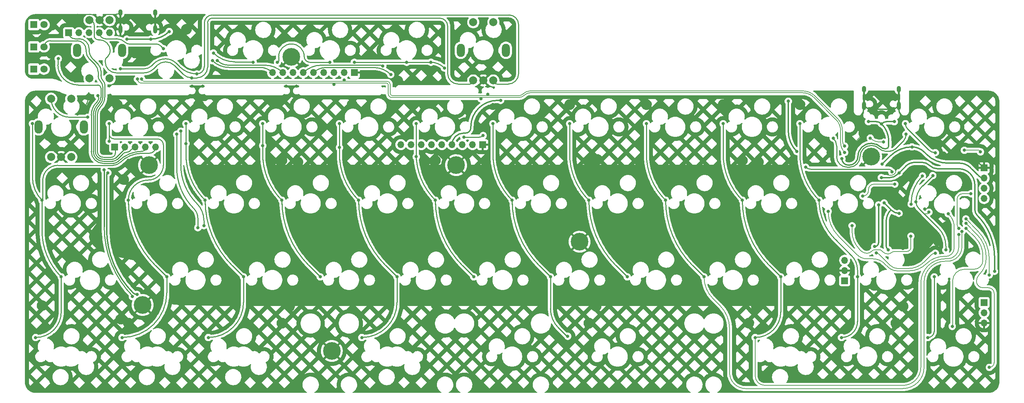
<source format=gtl>
%TF.GenerationSoftware,KiCad,Pcbnew,(6.0.10)*%
%TF.CreationDate,2023-05-22T09:53:43-05:00*%
%TF.ProjectId,Monorail_Steam_Reduced,4d6f6e6f-7261-4696-9c5f-537465616d5f,rev?*%
%TF.SameCoordinates,Original*%
%TF.FileFunction,Copper,L1,Top*%
%TF.FilePolarity,Positive*%
%FSLAX46Y46*%
G04 Gerber Fmt 4.6, Leading zero omitted, Abs format (unit mm)*
G04 Created by KiCad (PCBNEW (6.0.10)) date 2023-05-22 09:53:43*
%MOMM*%
%LPD*%
G01*
G04 APERTURE LIST*
G04 Aperture macros list*
%AMRoundRect*
0 Rectangle with rounded corners*
0 $1 Rounding radius*
0 $2 $3 $4 $5 $6 $7 $8 $9 X,Y pos of 4 corners*
0 Add a 4 corners polygon primitive as box body*
4,1,4,$2,$3,$4,$5,$6,$7,$8,$9,$2,$3,0*
0 Add four circle primitives for the rounded corners*
1,1,$1+$1,$2,$3*
1,1,$1+$1,$4,$5*
1,1,$1+$1,$6,$7*
1,1,$1+$1,$8,$9*
0 Add four rect primitives between the rounded corners*
20,1,$1+$1,$2,$3,$4,$5,0*
20,1,$1+$1,$4,$5,$6,$7,0*
20,1,$1+$1,$6,$7,$8,$9,0*
20,1,$1+$1,$8,$9,$2,$3,0*%
G04 Aperture macros list end*
%TA.AperFunction,ComponentPad*%
%ADD10R,1.700000X1.700000*%
%TD*%
%TA.AperFunction,ComponentPad*%
%ADD11O,1.700000X1.700000*%
%TD*%
%TA.AperFunction,ComponentPad*%
%ADD12R,1.800000X1.800000*%
%TD*%
%TA.AperFunction,ComponentPad*%
%ADD13C,1.800000*%
%TD*%
%TA.AperFunction,ComponentPad*%
%ADD14C,4.400000*%
%TD*%
%TA.AperFunction,ComponentPad*%
%ADD15C,2.000000*%
%TD*%
%TA.AperFunction,ComponentPad*%
%ADD16RoundRect,1.000000X0.000000X-0.650000X0.000000X0.650000X0.000000X0.650000X0.000000X-0.650000X0*%
%TD*%
%TA.AperFunction,ComponentPad*%
%ADD17O,1.000000X2.100000*%
%TD*%
%TA.AperFunction,ComponentPad*%
%ADD18O,1.000000X1.600000*%
%TD*%
%TA.AperFunction,ComponentPad*%
%ADD19RoundRect,1.000000X0.000000X0.650000X0.000000X-0.650000X0.000000X-0.650000X0.000000X0.650000X0*%
%TD*%
%TA.AperFunction,ViaPad*%
%ADD20C,0.800000*%
%TD*%
%TA.AperFunction,Conductor*%
%ADD21C,0.250000*%
%TD*%
%TA.AperFunction,Conductor*%
%ADD22C,0.350000*%
%TD*%
%TA.AperFunction,Conductor*%
%ADD23C,0.200000*%
%TD*%
G04 APERTURE END LIST*
D10*
%TO.P,J3,1,Pin_1*%
%TO.N,GND*%
X143512500Y-77437500D03*
D11*
%TO.P,J3,2,Pin_2*%
%TO.N,D+*%
X140972500Y-77437500D03*
%TO.P,J3,3,Pin_3*%
%TO.N,D-*%
X138432500Y-77437500D03*
%TO.P,J3,4,Pin_4*%
%TO.N,VCC*%
X135892500Y-77437500D03*
%TO.P,J3,5,Pin_5*%
%TO.N,COL5*%
X133352500Y-77437500D03*
%TO.P,J3,6,Pin_6*%
%TO.N,COL4*%
X130812500Y-77437500D03*
%TO.P,J3,7,Pin_7*%
%TO.N,COL3*%
X128272500Y-77437500D03*
%TO.P,J3,8,Pin_8*%
%TO.N,COL2*%
X125732500Y-77437500D03*
%TO.P,J3,9,Pin_9*%
%TO.N,COL1*%
X123192500Y-77437500D03*
%TD*%
D10*
%TO.P,J2,1,Pin_1*%
%TO.N,GND*%
X111680625Y-59531250D03*
D11*
%TO.P,J2,2,Pin_2*%
%TO.N,D+*%
X109140625Y-59531250D03*
%TO.P,J2,3,Pin_3*%
%TO.N,D-*%
X106600625Y-59531250D03*
%TO.P,J2,4,Pin_4*%
%TO.N,VCC*%
X104060625Y-59531250D03*
%TO.P,J2,5,Pin_5*%
%TO.N,COL5*%
X101520625Y-59531250D03*
%TO.P,J2,6,Pin_6*%
%TO.N,COL4*%
X98980625Y-59531250D03*
%TO.P,J2,7,Pin_7*%
%TO.N,COL3*%
X96440625Y-59531250D03*
%TO.P,J2,8,Pin_8*%
%TO.N,COL2*%
X93900625Y-59531250D03*
%TO.P,J2,9,Pin_9*%
%TO.N,COL1*%
X91360625Y-59531250D03*
%TD*%
D10*
%TO.P,J4,1,Pin_1*%
%TO.N,LED1*%
X52175000Y-78000000D03*
D11*
%TO.P,J4,2,Pin_2*%
%TO.N,LED2*%
X54715000Y-78000000D03*
%TO.P,J4,3,Pin_3*%
%TO.N,LED3*%
X57255000Y-78000000D03*
%TO.P,J4,4,Pin_4*%
%TO.N,ROW4*%
X59795000Y-78000000D03*
%TO.P,J4,5,Pin_5*%
%TO.N,COL0*%
X62335000Y-78000000D03*
%TD*%
D12*
%TO.P,D3,1,K*%
%TO.N,Net-(D55-Pad1)*%
X32099250Y-58642000D03*
D13*
%TO.P,D3,2,A*%
%TO.N,LED3*%
X34639250Y-58642000D03*
%TD*%
D14*
%TO.P,,1,1*%
%TO.N,GND*%
X96043750Y-55562500D03*
%TD*%
D15*
%TO.P,SW1,A,A*%
%TO.N,ENCB*%
X141168750Y-61475000D03*
%TO.P,SW1,B,B*%
%TO.N,ENCA*%
X146168750Y-61475000D03*
%TO.P,SW1,C,C*%
%TO.N,GND*%
X143668750Y-61475000D03*
D16*
%TO.P,SW1,MP*%
%TO.N,N/C*%
X138068750Y-53975000D03*
X149268750Y-53975000D03*
D15*
%TO.P,SW1,S1,S1*%
%TO.N,Net-(D6-Pad2)*%
X146168750Y-46975000D03*
%TO.P,SW1,S2,S2*%
%TO.N,COL5*%
X141168750Y-46975000D03*
%TD*%
D12*
%TO.P,D1,1,K*%
%TO.N,Net-(D53-Pad1)*%
X32099250Y-47592000D03*
D13*
%TO.P,D1,2,A*%
%TO.N,LED1*%
X34639250Y-47592000D03*
%TD*%
D14*
%TO.P,H1,1,1*%
%TO.N,GND*%
X239953400Y-80424450D03*
X136903400Y-82550450D03*
X167553400Y-101600450D03*
X60703400Y-82550450D03*
X59103400Y-117324450D03*
X106053400Y-128774450D03*
%TD*%
D12*
%TO.P,D2,1,K*%
%TO.N,Net-(D54-Pad1)*%
X32099250Y-53117000D03*
D13*
%TO.P,D2,2,A*%
%TO.N,LED2*%
X34639250Y-53117000D03*
%TD*%
D10*
%TO.P,J1,1,Pin_1*%
%TO.N,LED1*%
X40737500Y-49587500D03*
D11*
%TO.P,J1,2,Pin_2*%
%TO.N,LED2*%
X43277500Y-49587500D03*
%TO.P,J1,3,Pin_3*%
%TO.N,LED3*%
X45817500Y-49587500D03*
%TO.P,J1,4,Pin_4*%
%TO.N,ROW4*%
X48357500Y-49587500D03*
%TO.P,J1,5,Pin_5*%
%TO.N,COL0*%
X50897500Y-49587500D03*
%TD*%
D17*
%TO.P,J6,S1,SHIELD*%
%TO.N,GND*%
X246810625Y-67820625D03*
D18*
X238170625Y-63640625D03*
D17*
X238170625Y-67820625D03*
D18*
X246810625Y-63640625D03*
%TD*%
D10*
%TO.P,SWD1,1,Pin_1*%
%TO.N,SWCLK*%
X233362500Y-111268750D03*
D11*
%TO.P,SWD1,2,Pin_2*%
%TO.N,GND*%
X233362500Y-108728750D03*
%TO.P,SWD1,3,Pin_3*%
%TO.N,SWDIO*%
X233362500Y-106188750D03*
%TD*%
D10*
%TO.P,J9,1,Pin_1*%
%TO.N,+5VD*%
X267962500Y-116712500D03*
D11*
%TO.P,J9,2,Pin_2*%
%TO.N,RGB_OUT*%
X267962500Y-119252500D03*
%TO.P,J9,3,Pin_3*%
%TO.N,GND*%
X267962500Y-121792500D03*
%TD*%
D18*
%TO.P,J5,S1,SHIELD*%
%TO.N,GND*%
X53560250Y-44590625D03*
D17*
X62200250Y-48770625D03*
D18*
X62200250Y-44590625D03*
D17*
X53560250Y-48770625D03*
%TD*%
D10*
%TO.P,J8,1,Pin_1*%
%TO.N,GND*%
X267962500Y-83237500D03*
D11*
%TO.P,J8,2,Pin_2*%
%TO.N,+5V*%
X267962500Y-85777500D03*
%TO.P,J8,3,Pin_3*%
%TO.N,SCL*%
X267962500Y-88317500D03*
%TO.P,J8,4,Pin_4*%
%TO.N,SDA*%
X267962500Y-90857500D03*
%TD*%
D15*
%TO.P,SW2,A,A*%
%TO.N,ENCB*%
X45918750Y-46475000D03*
%TO.P,SW2,B,B*%
%TO.N,ENCA*%
X50918750Y-46475000D03*
%TO.P,SW2,C,C*%
%TO.N,GND*%
X48418750Y-46475000D03*
D19*
%TO.P,SW2,MP*%
%TO.N,N/C*%
X54018750Y-53975000D03*
X42818750Y-53975000D03*
D15*
%TO.P,SW2,S1,S1*%
%TO.N,COL0*%
X50918750Y-60975000D03*
%TO.P,SW2,S2,S2*%
%TO.N,Net-(D1-Pad2)*%
X45918750Y-60975000D03*
%TD*%
%TO.P,SW3,A,A*%
%TO.N,ENCA*%
X41393750Y-80525000D03*
%TO.P,SW3,B,B*%
%TO.N,ENCB*%
X36393750Y-80525000D03*
%TO.P,SW3,C,C*%
%TO.N,GND*%
X38893750Y-80525000D03*
D16*
%TO.P,SW3,MP*%
%TO.N,N/C*%
X33293750Y-73025000D03*
X44493750Y-73025000D03*
D15*
%TO.P,SW3,S1,S1*%
%TO.N,COL0*%
X36393750Y-66025000D03*
%TO.P,SW3,S2,S2*%
%TO.N,Net-(D7-Pad2)*%
X41393750Y-66025000D03*
%TD*%
D20*
%TO.N,GND*%
X133746875Y-86518750D03*
X253062500Y-104837500D03*
X165100000Y-67468750D03*
X57262500Y-54637500D03*
X92075000Y-67468750D03*
X95646875Y-86518750D03*
X253315807Y-97778138D03*
X36115625Y-86518750D03*
X122418750Y-61575000D03*
X41062500Y-104337500D03*
X36462500Y-60337500D03*
X242502956Y-75769517D03*
X244862500Y-96837500D03*
X203200000Y-67468750D03*
X130571875Y-86121875D03*
X235346875Y-78978125D03*
X112712500Y-86518750D03*
X95562500Y-117637500D03*
X130175000Y-121443750D03*
X209946875Y-86518750D03*
X52784375Y-67468750D03*
X171662500Y-117637500D03*
X236062500Y-89337500D03*
X147262500Y-106237500D03*
X247662500Y-80837500D03*
X261862500Y-106637500D03*
X255612500Y-76787500D03*
X69962500Y-48737500D03*
X66062500Y-81587500D03*
X127462500Y-106037500D03*
X172006752Y-81133067D03*
X109462500Y-106437500D03*
X51032105Y-65173239D03*
X246062500Y-121840625D03*
X247262500Y-95637500D03*
X171846875Y-86518750D03*
X253262500Y-93437500D03*
X142875000Y-64293750D03*
X152796875Y-86518750D03*
X36462500Y-54737500D03*
X257662500Y-88237500D03*
X53662500Y-120837500D03*
X111125000Y-67468750D03*
X203862500Y-106037500D03*
X246062500Y-98037500D03*
X30500000Y-81500000D03*
X236934375Y-71040625D03*
X258705941Y-97817083D03*
X74355089Y-65287601D03*
X190896875Y-86518750D03*
X185462500Y-106037500D03*
X86762500Y-60237500D03*
X118018750Y-60175000D03*
X34925000Y-67468750D03*
X146050000Y-67468750D03*
X94758754Y-62908457D03*
X131975000Y-117237500D03*
X211450000Y-117637500D03*
X238727032Y-98230733D03*
X49250000Y-74000000D03*
X167062500Y-107337500D03*
X247800000Y-103237500D03*
X244862500Y-95637500D03*
X60325000Y-55165625D03*
X246812500Y-111837500D03*
X36462500Y-47737500D03*
X76596875Y-86518750D03*
X42312500Y-61587500D03*
X93662500Y-81359375D03*
X238562500Y-102837500D03*
X73025000Y-67468750D03*
X222250000Y-67468750D03*
X184150000Y-67468750D03*
X238125000Y-74612500D03*
X264062499Y-81314238D03*
X175312500Y-109087500D03*
X240662500Y-112437500D03*
X73966425Y-62894814D03*
X89462500Y-106437500D03*
X256562500Y-101337500D03*
X93662500Y-121840625D03*
X42250000Y-46500000D03*
X241862500Y-88837500D03*
X71312500Y-106587500D03*
X257662500Y-80437500D03*
X97631250Y-81756250D03*
X71333276Y-62881171D03*
X224062500Y-107437500D03*
X246062500Y-81359375D03*
X228996875Y-85837500D03*
X97241827Y-62922101D03*
X244862500Y-98037500D03*
X36000000Y-75250000D03*
X207962500Y-81359375D03*
X247262500Y-98037500D03*
X252462500Y-73637500D03*
X131762500Y-81359375D03*
X246856250Y-74612500D03*
X211931250Y-81756250D03*
X55562500Y-81359375D03*
X34131250Y-117475000D03*
X250428125Y-67468750D03*
X230187500Y-79375000D03*
X255862500Y-94237500D03*
X250812500Y-111087500D03*
X128984375Y-67468750D03*
X209550000Y-121840625D03*
X246062500Y-95637500D03*
X247262500Y-96837500D03*
X42959188Y-69825032D03*
X45724877Y-65118666D03*
X169862500Y-121840625D03*
X266400000Y-97300000D03*
X233462500Y-87637500D03*
X97797280Y-65278505D03*
X169862500Y-81359375D03*
X245521078Y-88778922D03*
X54371875Y-86121875D03*
X252578982Y-83769188D03*
X247862500Y-117637500D03*
X55562500Y-121837500D03*
%TO.N,+5V*%
X242640268Y-82293208D03*
X250061576Y-78005340D03*
%TO.N,VCC*%
X221462500Y-79137500D03*
X55165625Y-51196875D03*
X242498928Y-72254753D03*
X245672940Y-71727576D03*
X147962500Y-66437500D03*
X219362500Y-66637500D03*
X61118750Y-51196875D03*
X232662500Y-80937500D03*
X239254287Y-71719318D03*
X65701265Y-49298735D03*
%TO.N,D-*%
X57815625Y-61118750D03*
X233362500Y-79375000D03*
X143046875Y-66017767D03*
X106605035Y-62436458D03*
%TO.N,D+*%
X109140625Y-61371954D03*
X239712500Y-75803125D03*
X233362500Y-77787500D03*
X58865625Y-61118750D03*
X242960455Y-76770921D03*
X144789922Y-64927409D03*
%TO.N,ROW0*%
X264662500Y-89637500D03*
X248562500Y-74837500D03*
X261662500Y-98237500D03*
X143618750Y-75175000D03*
X138818750Y-75575000D03*
X230528125Y-75803125D03*
%TO.N,COL11*%
X254000000Y-125412500D03*
X254262500Y-94237500D03*
X255862500Y-79437500D03*
X248443750Y-72231250D03*
X255587500Y-110331250D03*
X258462500Y-103637500D03*
X251062500Y-91637500D03*
X255234742Y-85126882D03*
%TO.N,COL10*%
X227012500Y-91281250D03*
X232568750Y-125412500D03*
X236537500Y-110331250D03*
X263462500Y-98237500D03*
X222250000Y-72231250D03*
X260062500Y-122637500D03*
%TO.N,ROW4*%
X76670469Y-54645469D03*
X124662500Y-56937500D03*
X111662500Y-56937500D03*
X92562500Y-56937500D03*
X47962500Y-65237500D03*
X64293750Y-53578125D03*
X105562500Y-56937500D03*
X130662500Y-56937500D03*
X134018750Y-58375000D03*
X86562500Y-56937500D03*
%TO.N,ROW1*%
X259062500Y-94637500D03*
X229262500Y-94037500D03*
%TO.N,ROW2*%
X263445258Y-95914253D03*
X269262500Y-109837500D03*
%TO.N,ROW3*%
X269262500Y-132837500D03*
X263462500Y-97037500D03*
%TO.N,LED3*%
X38162500Y-56037500D03*
%TO.N,COL0*%
X32543750Y-125412500D03*
X34131250Y-91281250D03*
X38893750Y-110331250D03*
X45486679Y-70623507D03*
X31750000Y-72231250D03*
%TO.N,COL1*%
X76422048Y-56531683D03*
X65087500Y-110331250D03*
X53975000Y-125412500D03*
X50800000Y-76575000D03*
X55562500Y-91281250D03*
X50800000Y-72231250D03*
%TO.N,COL2*%
X74612500Y-91281250D03*
X75406250Y-125412500D03*
X77652880Y-56520594D03*
X69850000Y-77150000D03*
X69850000Y-72231250D03*
X84137500Y-110331250D03*
%TO.N,COL3*%
X103187500Y-110331250D03*
X93662500Y-91281250D03*
X88900000Y-72231250D03*
X88900000Y-77675000D03*
%TO.N,COL4*%
X122237500Y-110331250D03*
X107950000Y-78150000D03*
X113506250Y-125412500D03*
X112712500Y-91281250D03*
X107950000Y-72231250D03*
X118698448Y-57859068D03*
%TO.N,COL5*%
X141287500Y-110331250D03*
X120698089Y-59999165D03*
X131762500Y-91281250D03*
X127009907Y-80429435D03*
X127000000Y-72231250D03*
%TO.N,COL6*%
X160337500Y-110331250D03*
X150812500Y-91281250D03*
X164623750Y-125095000D03*
X146050000Y-72231250D03*
%TO.N,COL7*%
X179387500Y-110331250D03*
X169862500Y-91281250D03*
X165100000Y-72231250D03*
%TO.N,COL8*%
X262462500Y-99037500D03*
X188912500Y-91281250D03*
X198437500Y-110331250D03*
X184150000Y-72231250D03*
%TO.N,COL9*%
X207962500Y-91281250D03*
X217487500Y-110331250D03*
X203200000Y-72231250D03*
X261662500Y-99837500D03*
X211137500Y-125412500D03*
%TO.N,RGB*%
X245791557Y-87259074D03*
X237862500Y-90237500D03*
%TO.N,+5VD*%
X246862500Y-84437500D03*
X57695196Y-114699917D03*
X270562500Y-108937500D03*
X242462500Y-85637500D03*
X50462500Y-84437500D03*
%TO.N,Net-(D59-Pad2)*%
X223662500Y-83037500D03*
X245062500Y-84237500D03*
%TO.N,Net-(D66-Pad4)*%
X56562500Y-115237500D03*
X49562500Y-83737500D03*
%TO.N,+3V3*%
X240800000Y-102800000D03*
X252662500Y-85237500D03*
X241762500Y-92437500D03*
X249862500Y-92237500D03*
%TO.N,+1V1*%
X244200000Y-103600000D03*
X243162500Y-91937500D03*
X246862500Y-94537500D03*
%TO.N,RUN*%
X255862500Y-104437500D03*
X241200000Y-104400000D03*
%TO.N,QSPI_SS*%
X267062500Y-79237500D03*
X263062500Y-78837500D03*
%TO.N,ENCA*%
X235200000Y-97600000D03*
X249800000Y-100200000D03*
X68562500Y-74087500D03*
X53562500Y-58587500D03*
X72562500Y-59837500D03*
X74312500Y-97587500D03*
%TO.N,ENCB*%
X71312500Y-60837500D03*
X72812500Y-98087500D03*
X67562500Y-74837500D03*
%TD*%
D21*
%TO.N,GND*%
X49250000Y-47500000D02*
X48555752Y-46805752D01*
X57262500Y-54637500D02*
X59049994Y-54637500D01*
D22*
X249662500Y-85837500D02*
X248052450Y-87447550D01*
D23*
X248562500Y-100513246D02*
X248562500Y-97781866D01*
X251312500Y-103087500D02*
X253062500Y-104837500D01*
D21*
X50000000Y-45000000D02*
X52571932Y-45000000D01*
D23*
X251359270Y-99734675D02*
X253315807Y-97778138D01*
X246062500Y-81359375D02*
X246062500Y-83935587D01*
X261202703Y-80437500D02*
X257662500Y-80437500D01*
X248562500Y-94837500D02*
X248562500Y-97781866D01*
D22*
X245521078Y-88778922D02*
X245662500Y-88437500D01*
D23*
X239062500Y-98262500D02*
X239062500Y-101630394D01*
D22*
X240195546Y-68659375D02*
X244785704Y-68659375D01*
D23*
X249096812Y-101803189D02*
X247662500Y-103237500D01*
D21*
X52240707Y-48142597D02*
X50801366Y-48142597D01*
X36462500Y-60337500D02*
X36462500Y-54737500D01*
D22*
X245021470Y-86471048D02*
X242049643Y-86471048D01*
X255344480Y-92287926D02*
X255344480Y-92986890D01*
D21*
X44352611Y-68431609D02*
X42959188Y-69825032D01*
D23*
X243286744Y-84582621D02*
X237490578Y-84582621D01*
D21*
X43071409Y-45000000D02*
X46000000Y-45000000D01*
X228996875Y-85837500D02*
X230462500Y-85837500D01*
X172006752Y-81133067D02*
X170088808Y-81133067D01*
D22*
X246915671Y-86310771D02*
X245408412Y-86310771D01*
D23*
X252462500Y-73637500D02*
X256531129Y-77706129D01*
D21*
X52639052Y-48389053D02*
X52500000Y-48250000D01*
D22*
X237490578Y-84582621D02*
X232026420Y-84582621D01*
D21*
X48418750Y-46475000D02*
X49818620Y-45075130D01*
X55562500Y-81359375D02*
X55562500Y-83247452D01*
X232662500Y-88037500D02*
X232879417Y-88254417D01*
D23*
X238845977Y-98262500D02*
X239062500Y-98262500D01*
D22*
X252578982Y-83769188D02*
X253843323Y-83769188D01*
D21*
X235119848Y-89182434D02*
X235688138Y-89182434D01*
D23*
X239062500Y-97837500D02*
X239062500Y-98262500D01*
D22*
X237331250Y-70246875D02*
X237728125Y-70643750D01*
D21*
X239709670Y-74612500D02*
X238125000Y-74612500D01*
D23*
X244888286Y-85062152D02*
X244444434Y-85062152D01*
D22*
X257662500Y-87000989D02*
X257662500Y-88237500D01*
D23*
X245521078Y-88778922D02*
X246087626Y-88862627D01*
D22*
X246810625Y-67820625D02*
X246810625Y-68781711D01*
X244696815Y-88837500D02*
X241862500Y-88837500D01*
D23*
X254854216Y-92778189D02*
X255344480Y-92287926D01*
D22*
X255344480Y-91979779D02*
X255344480Y-92287926D01*
D23*
X238125000Y-74612500D02*
X236469407Y-76268093D01*
D22*
X247253125Y-69850000D02*
X247253125Y-73654359D01*
D23*
X251312500Y-103087500D02*
X251312500Y-99728831D01*
X240812500Y-93612627D02*
X240812500Y-91372424D01*
D21*
X47611082Y-45667332D02*
X48418750Y-46475000D01*
D22*
X257214339Y-89319455D02*
X255903423Y-90630372D01*
X267437003Y-82712004D02*
X267962500Y-83237500D01*
D23*
X251317283Y-99717284D02*
X250400000Y-98800000D01*
X250400000Y-98800000D02*
X249961246Y-98361246D01*
D22*
X238125000Y-71601891D02*
X238125000Y-74612500D01*
D23*
X247262500Y-96837500D02*
X248067525Y-96032475D01*
D22*
X257662500Y-80437500D02*
X261945867Y-80437500D01*
X251131066Y-84368935D02*
X249662500Y-85837500D01*
D23*
X248562500Y-97781869D02*
G75*
G02*
X249961246Y-98361246I0J-1978131D01*
G01*
X240812510Y-93612627D02*
G75*
G02*
X239062499Y-97837499I-5974910J27D01*
G01*
D22*
X247253133Y-69849992D02*
G75*
G02*
X246810625Y-68781711I1068267J1068292D01*
G01*
D21*
X49250010Y-47499990D02*
G75*
G03*
X50801366Y-48142597I1551390J1551390D01*
G01*
X235119848Y-89182404D02*
G75*
G02*
X232879417Y-88254417I-48J3168404D01*
G01*
D23*
X248562481Y-100513246D02*
G75*
G03*
X249096812Y-101803189I1824319J46D01*
G01*
D22*
X237490578Y-84582648D02*
G75*
G02*
X241050042Y-86057001I22J-5033852D01*
G01*
X246915671Y-86310850D02*
G75*
G02*
X248052450Y-87447550I29J-1136750D01*
G01*
D23*
X245742418Y-84708377D02*
G75*
G03*
X246062500Y-83935587I-772818J772777D01*
G01*
D22*
X245021470Y-86471014D02*
G75*
G03*
X245150451Y-86417622I30J182414D01*
G01*
D21*
X169862467Y-81359375D02*
G75*
G02*
X170088808Y-81133067I226333J-25D01*
G01*
X236062489Y-89337511D02*
G75*
G03*
X235688138Y-89182434I-374389J-374389D01*
G01*
D23*
X254854211Y-92778184D02*
G75*
G02*
X253262500Y-93437500I-1591711J1591684D01*
G01*
X257662512Y-80437500D02*
G75*
G03*
X256531129Y-77706129I-3862712J0D01*
G01*
D22*
X267437002Y-82712005D02*
G75*
G03*
X264062499Y-81314238I-3374502J-3374495D01*
G01*
D21*
X53560236Y-44590611D02*
G75*
G02*
X52571932Y-45000000I-988336J988311D01*
G01*
D23*
X251317299Y-99717268D02*
G75*
G03*
X251359270Y-99734675I42001J41968D01*
G01*
X243286744Y-84582593D02*
G75*
G02*
X243712331Y-84758905I-44J-601907D01*
G01*
X241862493Y-88837493D02*
G75*
G03*
X240812500Y-91372424I2534907J-2534907D01*
G01*
D22*
X246856272Y-74612522D02*
G75*
G03*
X247253125Y-73654359I-958172J958122D01*
G01*
X245150441Y-86417612D02*
G75*
G02*
X245408412Y-86310771I257959J-257988D01*
G01*
X237331232Y-70246857D02*
G75*
G03*
X238170625Y-68220445I-2026432J2026457D01*
G01*
D21*
X54371876Y-86121876D02*
G75*
G03*
X55562500Y-83247452I-2874436J2874426D01*
G01*
D23*
X238845977Y-98262519D02*
G75*
G02*
X238661698Y-98186169I23J260619D01*
G01*
X235346882Y-78978125D02*
G75*
G02*
X236469408Y-76268094I3832518J25D01*
G01*
X261202703Y-80437500D02*
G75*
G02*
X267962499Y-83237501I-3J-9559800D01*
G01*
X243712314Y-84758922D02*
G75*
G03*
X244444434Y-85062152I732086J732122D01*
G01*
X244888286Y-85062157D02*
G75*
G03*
X245742404Y-84708363I14J1207857D01*
G01*
D22*
X246810624Y-67820624D02*
G75*
G02*
X244785704Y-68659375I-2024924J2024924D01*
G01*
X264062522Y-81314215D02*
G75*
G03*
X261945867Y-80437500I-2116622J-2116685D01*
G01*
D21*
X239709670Y-74612521D02*
G75*
G02*
X242502956Y-75769517I30J-3950279D01*
G01*
D22*
X238125011Y-71601891D02*
G75*
G03*
X237728125Y-70643750I-1355011J-9D01*
G01*
D23*
X238562502Y-102837502D02*
G75*
G03*
X239062500Y-101630394I-1207102J1207102D01*
G01*
D21*
X52639037Y-48389068D02*
G75*
G03*
X53560250Y-48770625I921163J921168D01*
G01*
X232662500Y-88037500D02*
G75*
G03*
X230462500Y-85837500I-2200000J0D01*
G01*
D22*
X228996874Y-85837499D02*
G75*
G02*
X232026420Y-84582621I3029526J-3029501D01*
G01*
D21*
X47611079Y-45667335D02*
G75*
G03*
X46000000Y-45000000I-1611079J-1611065D01*
G01*
D22*
X248052450Y-87447550D02*
G75*
G02*
X245662500Y-88437500I-2389950J2389950D01*
G01*
X244696815Y-88837506D02*
G75*
G03*
X245662500Y-88437500I-15J1365706D01*
G01*
X251131085Y-84368954D02*
G75*
G02*
X252578982Y-83769188I1447915J-1447846D01*
G01*
X255344457Y-91979779D02*
G75*
G02*
X255903423Y-90630372I1908343J-21D01*
G01*
D21*
X43071409Y-45000004D02*
G75*
G03*
X36462500Y-47737500I-9J-9346396D01*
G01*
X48418749Y-46475000D02*
G75*
G03*
X48555752Y-46805752I467751J0D01*
G01*
D22*
X257214336Y-89319452D02*
G75*
G03*
X257662500Y-88237500I-1081936J1081952D01*
G01*
D23*
X251317274Y-99717275D02*
G75*
G03*
X251312500Y-99728831I11526J-11525D01*
G01*
D21*
X44352613Y-68431611D02*
G75*
G03*
X45724877Y-65118666I-3312943J3312941D01*
G01*
D23*
X248562485Y-94837500D02*
G75*
G02*
X248067525Y-96032475I-1689985J0D01*
G01*
D22*
X255862497Y-94237503D02*
G75*
G02*
X255344480Y-92986890I1250603J1250603D01*
G01*
D21*
X52240707Y-48142595D02*
G75*
G02*
X52500000Y-48250000I-7J-366705D01*
G01*
X60324997Y-55165628D02*
G75*
G03*
X59049994Y-54637500I-1274997J-1274972D01*
G01*
D22*
X240195546Y-68659341D02*
G75*
G02*
X238170625Y-67820625I-46J2863641D01*
G01*
X257662496Y-87000989D02*
G75*
G03*
X256837576Y-85009450I-2816496J-11D01*
G01*
D21*
X50000000Y-44999998D02*
G75*
G03*
X49818621Y-45075131I0J-256502D01*
G01*
D23*
X248562513Y-94837500D02*
G75*
G03*
X246087626Y-88862627I-8449713J0D01*
G01*
D22*
X241050021Y-86057022D02*
G75*
G03*
X242049643Y-86471048I999579J999622D01*
G01*
X256837565Y-85009461D02*
G75*
G03*
X253843323Y-83769188I-2994265J-2994239D01*
G01*
%TO.N,+5V*%
X261862500Y-82037500D02*
X258973769Y-82037500D01*
X242640268Y-82293208D02*
X244712459Y-80221017D01*
X266665099Y-85240099D02*
X264593872Y-83168872D01*
X253662500Y-79837500D02*
X253081045Y-79256045D01*
X253662509Y-79837491D02*
G75*
G03*
X258973769Y-82037500I5311291J5311291D01*
G01*
X250061576Y-78005353D02*
G75*
G02*
X253081045Y-79256045I24J-4270147D01*
G01*
X266665099Y-85240099D02*
G75*
G03*
X267962500Y-85777500I1297401J1297399D01*
G01*
X261862500Y-82037488D02*
G75*
G02*
X264593872Y-83168872I0J-3862712D01*
G01*
X250061576Y-78005314D02*
G75*
G03*
X244712460Y-80221018I24J-7564786D01*
G01*
%TO.N,VCC*%
X243332734Y-78456581D02*
X243580483Y-78456581D01*
X239254287Y-71719318D02*
X241206274Y-71719318D01*
X147162500Y-66437500D02*
X147962500Y-66437500D01*
X244294741Y-77742323D02*
X244294741Y-77174009D01*
X245672940Y-71727576D02*
X243771645Y-71727576D01*
X140572500Y-73037500D02*
X140572500Y-73137500D01*
X139218750Y-74575000D02*
X138755000Y-74575000D01*
X219362500Y-66637500D02*
X219362500Y-74067652D01*
X239862500Y-77137500D02*
X240148192Y-77137500D01*
X55165625Y-51196875D02*
X61118750Y-51196875D01*
X234462500Y-82537500D02*
X234262500Y-82537500D01*
X244294741Y-76590229D02*
X244294741Y-77174009D01*
X140562500Y-73231250D02*
X140562500Y-73037500D01*
X65701294Y-49298764D02*
G75*
G02*
X61118750Y-51196875I-4582494J4582564D01*
G01*
X242498899Y-72254724D02*
G75*
G02*
X243771645Y-71727576I1272701J-1272776D01*
G01*
X244294781Y-77742323D02*
G75*
G02*
X243580483Y-78456581I-714281J23D01*
G01*
X221462486Y-79137514D02*
G75*
G02*
X219362500Y-74067652I5069814J5069814D01*
G01*
X232662500Y-80937500D02*
G75*
G03*
X234262500Y-82537500I1600000J0D01*
G01*
X242336695Y-78044005D02*
G75*
G03*
X240148192Y-77137500I-2188495J-2188495D01*
G01*
X234462500Y-82537500D02*
G75*
G03*
X236662500Y-80337500I0J2200000D01*
G01*
X236662500Y-80337500D02*
G75*
G02*
X239862500Y-77137500I3200000J0D01*
G01*
X147162500Y-66437500D02*
G75*
G03*
X140562500Y-73037500I0J-6600000D01*
G01*
X139218750Y-74575000D02*
G75*
G03*
X140562500Y-73231250I50J1343700D01*
G01*
X242498940Y-72254741D02*
G75*
G03*
X241206274Y-71719318I-1292640J-1292659D01*
G01*
X135892500Y-77437500D02*
G75*
G02*
X138755000Y-74575000I2862500J0D01*
G01*
X243332734Y-78456566D02*
G75*
G02*
X242336693Y-78044007I-34J1408566D01*
G01*
X244294705Y-76590229D02*
G75*
G03*
X242498928Y-72254753I-6131305J29D01*
G01*
D23*
%TO.N,D-*%
X120953675Y-65709375D02*
X143972425Y-65709375D01*
X106605035Y-62436458D02*
X106884719Y-62156774D01*
X225709623Y-65690323D02*
X231172177Y-71152877D01*
X155306002Y-64518750D02*
X222881196Y-64518750D01*
X153872737Y-65123588D02*
X153891789Y-65104536D01*
X106362500Y-62137500D02*
X119664866Y-62137500D01*
X143972425Y-65709375D02*
X152458523Y-65709375D01*
X120078221Y-62550855D02*
X120078221Y-64833921D01*
X106931250Y-62137500D02*
X58834375Y-62137500D01*
X232343750Y-73981304D02*
X232343750Y-76915520D01*
X57815600Y-61118750D02*
G75*
G03*
X58834375Y-62137500I1018800J50D01*
G01*
X153872720Y-65123571D02*
G75*
G02*
X152458523Y-65709375I-1414220J1414171D01*
G01*
X225709615Y-65690331D02*
G75*
G03*
X222881196Y-64518750I-2828415J-2828369D01*
G01*
X233362506Y-79374994D02*
G75*
G02*
X232343750Y-76915520I2459494J2459494D01*
G01*
X120953675Y-65709379D02*
G75*
G02*
X120078221Y-64833921I25J875479D01*
G01*
X106931250Y-62137464D02*
G75*
G03*
X106884719Y-62156774I50J-65836D01*
G01*
X155306002Y-64518737D02*
G75*
G03*
X153891789Y-65104536I-2J-1999963D01*
G01*
X120078300Y-62550855D02*
G75*
G03*
X119664866Y-62137500I-413400J-45D01*
G01*
X232343761Y-73981304D02*
G75*
G03*
X231172177Y-71152877I-3999961J4D01*
G01*
%TO.N,D+*%
X226042470Y-65386770D02*
X231475731Y-70820031D01*
X59434375Y-61687500D02*
X109312500Y-61687500D01*
X153539890Y-64820035D02*
X153558942Y-64800983D01*
X109242216Y-61617215D02*
X109312500Y-61687500D01*
X144158825Y-65259375D02*
X152479230Y-65259375D01*
X106362500Y-61687500D02*
X119851266Y-61687500D01*
X155326709Y-64068750D02*
X222860489Y-64068750D01*
X121140075Y-65259375D02*
X144158825Y-65259375D01*
X232793750Y-74002011D02*
X232793750Y-76371875D01*
X120528221Y-62364455D02*
X120528221Y-64647521D01*
X242960455Y-76770921D02*
X242048966Y-76770921D01*
X59434375Y-61687575D02*
G75*
G02*
X58865625Y-61118750I25J568775D01*
G01*
X233362505Y-77787495D02*
G75*
G02*
X232793750Y-76414417I1373095J1373095D01*
G01*
X232793727Y-74002011D02*
G75*
G03*
X231475731Y-70820031I-4500027J11D01*
G01*
X109242188Y-61617243D02*
G75*
G02*
X109140625Y-61371954I245312J245243D01*
G01*
X239712525Y-75803100D02*
G75*
G03*
X242048966Y-76770921I2336475J2336400D01*
G01*
X153539870Y-64820015D02*
G75*
G02*
X152479230Y-65259375I-1060670J1060615D01*
G01*
X155326709Y-64068742D02*
G75*
G03*
X153558942Y-64800983I-9J-2499958D01*
G01*
X121140075Y-65259379D02*
G75*
G02*
X120528221Y-64647521I25J611879D01*
G01*
X226042465Y-65386775D02*
G75*
G03*
X222860489Y-64068750I-3181965J-3181925D01*
G01*
X120528300Y-62364455D02*
G75*
G03*
X119851266Y-61687500I-677000J-45D01*
G01*
%TO.N,ROW0*%
X261262500Y-97271815D02*
X261262500Y-91037500D01*
D21*
X239962500Y-77637500D02*
X240031130Y-77637500D01*
X243411028Y-79037500D02*
X244655394Y-79037500D01*
X248562500Y-74837500D02*
X248562500Y-75130394D01*
X138818750Y-75575000D02*
X142653065Y-75575000D01*
X245862500Y-78537500D02*
X248062500Y-76337500D01*
D23*
X262662500Y-89637500D02*
X264662500Y-89637500D01*
D21*
X231362500Y-77817484D02*
X231362500Y-80437500D01*
X233962500Y-83037500D02*
X234562500Y-83037500D01*
D23*
X261262494Y-97271815D02*
G75*
G03*
X261662500Y-98237500I1365706J15D01*
G01*
D21*
X231362521Y-77817484D02*
G75*
G03*
X230528125Y-75803125I-2848721J-16D01*
G01*
X248062502Y-76337502D02*
G75*
G03*
X248562500Y-75130394I-1207102J1207102D01*
G01*
X241962491Y-78437509D02*
G75*
G03*
X240031130Y-77637500I-1931391J-1931391D01*
G01*
X143618771Y-75175021D02*
G75*
G02*
X142653065Y-75575000I-965671J965721D01*
G01*
D23*
X262662500Y-89637500D02*
G75*
G03*
X261262500Y-91037500I0J-1400000D01*
G01*
D21*
X233962500Y-83037500D02*
G75*
G02*
X231362500Y-80437500I0J2600000D01*
G01*
X237162500Y-80437500D02*
G75*
G02*
X234562500Y-83037500I-2600000J0D01*
G01*
X243411028Y-79037488D02*
G75*
G02*
X241962500Y-78437500I-28J2048488D01*
G01*
X239962500Y-77637500D02*
G75*
G03*
X237162500Y-80437500I0J-2800000D01*
G01*
X245862502Y-78537502D02*
G75*
G02*
X244655394Y-79037500I-1207102J1207102D01*
G01*
%TO.N,COL11*%
X258462500Y-102637500D02*
X258462500Y-103637500D01*
X255587500Y-123825000D02*
X255587500Y-119856250D01*
X255587500Y-110331250D02*
X255587500Y-119856250D01*
X252962500Y-94537500D02*
X256624022Y-98199022D01*
X251769607Y-93344607D02*
X252962500Y-94537500D01*
X249000597Y-73575596D02*
X249862500Y-74437500D01*
X249862500Y-74437500D02*
X254155393Y-78730393D01*
D23*
X253203921Y-94637500D02*
X253862500Y-94637500D01*
D21*
X255234742Y-85126882D02*
X252715982Y-87645642D01*
X251769610Y-93344604D02*
G75*
G02*
X251062500Y-91637500I1707090J1707104D01*
G01*
D23*
X254262500Y-94237500D02*
G75*
G02*
X253862500Y-94637500I-400000J0D01*
G01*
D21*
X255587500Y-123825000D02*
G75*
G02*
X254000000Y-125412500I-1587500J0D01*
G01*
X251062489Y-91637500D02*
G75*
G02*
X252715982Y-87645642I5645311J0D01*
G01*
D23*
X252962494Y-94537506D02*
G75*
G03*
X253203921Y-94637500I241406J241406D01*
G01*
D21*
X255862500Y-79437503D02*
G75*
G02*
X254155394Y-78730392I0J2414203D01*
G01*
X249000630Y-73575563D02*
G75*
G02*
X248443750Y-72231250I1344270J1344363D01*
G01*
X258462486Y-102637500D02*
G75*
G03*
X256624021Y-98199023I-6276986J0D01*
G01*
%TO.N,COL10*%
X222250000Y-72231250D02*
X222250000Y-79783558D01*
D23*
X265462500Y-108437500D02*
X263054156Y-108437500D01*
X267662500Y-105037500D02*
X267662500Y-106237500D01*
X263462500Y-98237500D02*
X265824022Y-100599022D01*
D21*
X236537500Y-121443750D02*
X236537500Y-110331250D01*
X231047428Y-101022428D02*
X235062500Y-105037500D01*
D23*
X260148745Y-111342911D02*
X260148745Y-122551255D01*
D21*
X236537500Y-108598465D02*
X236537500Y-110331250D01*
D23*
X260148800Y-111342911D02*
G75*
G02*
X263054156Y-108437500I2905400J11D01*
G01*
X267662486Y-105037500D02*
G75*
G03*
X265824021Y-100599023I-6276986J0D01*
G01*
X260062500Y-122637545D02*
G75*
G03*
X260148745Y-122551255I0J86245D01*
G01*
D21*
X236537514Y-108598465D02*
G75*
G03*
X235062500Y-105037500I-5036014J-35D01*
G01*
X231047427Y-101022429D02*
G75*
G02*
X227012500Y-91281250I9741183J9741179D01*
G01*
D23*
X265462500Y-108437500D02*
G75*
G03*
X267662500Y-106237500I0J2200000D01*
G01*
D21*
X236537500Y-121443750D02*
G75*
G02*
X232568750Y-125412500I-3968800J50D01*
G01*
X227012499Y-91281251D02*
G75*
G02*
X222250000Y-79783558I11497691J11497691D01*
G01*
%TO.N,ROW4*%
X63563653Y-52848028D02*
X64293750Y-53578125D01*
X130548319Y-56937500D02*
X124662500Y-56937500D01*
X47757684Y-66842316D02*
X47662500Y-66937500D01*
X111662500Y-56937500D02*
X124662500Y-56937500D01*
X55687635Y-52387500D02*
X62451840Y-52387500D01*
X53062500Y-81587500D02*
X53087626Y-81562374D01*
X46362500Y-70075977D02*
X46362500Y-79137500D01*
X59795000Y-78355000D02*
X59795000Y-78000000D01*
X81962500Y-56837500D02*
X86321079Y-56837500D01*
X49857500Y-51087500D02*
X52549158Y-51087500D01*
X47962500Y-65237500D02*
X48033073Y-65308074D01*
X100593750Y-56937500D02*
X105562500Y-56937500D01*
X49312500Y-82087500D02*
X51855394Y-82087500D01*
X92868750Y-55562500D02*
X92868750Y-56631250D01*
X130548319Y-56937478D02*
G75*
G02*
X134018750Y-58375000I-19J-4907922D01*
G01*
X92562500Y-56937450D02*
G75*
G03*
X92868750Y-56631250I0J306250D01*
G01*
X46362491Y-70075977D02*
G75*
G02*
X47662500Y-66937500I4438509J-23D01*
G01*
X55687635Y-52387483D02*
G75*
G02*
X54848986Y-52040120I-35J1185983D01*
G01*
X92868800Y-55562500D02*
G75*
G02*
X96043750Y-52387500I3175000J0D01*
G01*
X53062502Y-81587502D02*
G75*
G02*
X51855394Y-82087500I-1207102J1207102D01*
G01*
X100593750Y-56937450D02*
G75*
G02*
X99218750Y-55562500I-50J1374950D01*
G01*
X99218700Y-55562500D02*
G75*
G03*
X96043750Y-52387500I-3175000J0D01*
G01*
X54848997Y-52040109D02*
G75*
G03*
X52549158Y-51087500I-2299797J-2299791D01*
G01*
X59795000Y-78355000D02*
G75*
G02*
X59062500Y-79087500I-732500J0D01*
G01*
X63563624Y-52848057D02*
G75*
G03*
X62451840Y-52387500I-1111824J-1111743D01*
G01*
X86562506Y-56937494D02*
G75*
G03*
X86321079Y-56837500I-241406J-241406D01*
G01*
X47757707Y-66842339D02*
G75*
G03*
X48213131Y-65742771I-1099607J1099539D01*
G01*
X48213157Y-65742771D02*
G75*
G03*
X48033072Y-65308075I-614757J-29D01*
G01*
X59062500Y-79087487D02*
G75*
G03*
X53087627Y-81562375I0J-8449713D01*
G01*
X49312500Y-82087500D02*
G75*
G02*
X46362500Y-79137500I0J2950000D01*
G01*
X49857500Y-51087500D02*
G75*
G02*
X48357500Y-49587500I0J1500000D01*
G01*
X81962500Y-56837488D02*
G75*
G02*
X76670470Y-54645468I0J7484088D01*
G01*
D23*
%TO.N,ROW1*%
X246462500Y-108837500D02*
X249316916Y-108837500D01*
X238876713Y-105837500D02*
X240365444Y-105837500D01*
X231808084Y-100183085D02*
X236462500Y-104837500D01*
X259262500Y-94837500D02*
X259062500Y-94637500D01*
X258008084Y-105237500D02*
X258462500Y-105237500D01*
X243262500Y-107037500D02*
X244072550Y-107847550D01*
X260549497Y-101924497D02*
X260549497Y-103150503D01*
X260549497Y-101924497D02*
X260549497Y-97944585D01*
X260549500Y-103150503D02*
G75*
G02*
X258462500Y-105237500I-2087000J3D01*
G01*
X243262487Y-107037513D02*
G75*
G03*
X240365444Y-105837500I-2897087J-2897087D01*
G01*
X259262496Y-94837504D02*
G75*
G02*
X260549497Y-97944585I-3107096J-3107096D01*
G01*
X231808078Y-100183091D02*
G75*
G02*
X229262500Y-94037500I6145622J6145591D01*
G01*
X246462500Y-108837499D02*
G75*
G02*
X244072550Y-107847550I0J3379899D01*
G01*
X253662495Y-107037495D02*
G75*
G02*
X249316916Y-108837500I-4345595J4345595D01*
G01*
X238876713Y-105837494D02*
G75*
G02*
X236462500Y-104837500I-13J3414194D01*
G01*
X258008084Y-105237494D02*
G75*
G03*
X253662500Y-107037500I16J-6145606D01*
G01*
%TO.N,ROW2*%
X269262500Y-109837500D02*
X269262500Y-105962983D01*
X263445258Y-95914253D02*
X266270386Y-98739381D01*
X269262516Y-105962983D02*
G75*
G03*
X266270386Y-98739381I-10215716J-17D01*
G01*
%TO.N,ROW3*%
X266862500Y-109637500D02*
X266769607Y-109730393D01*
X270462500Y-114437500D02*
X270462500Y-131637500D01*
X267662500Y-113037500D02*
X267862500Y-113037500D01*
X267862500Y-113037500D02*
X269062500Y-113037500D01*
X263462500Y-97037500D02*
X266199758Y-99774758D01*
X268462500Y-105237500D02*
X268462500Y-105774759D01*
X266486764Y-112461764D02*
X266862500Y-112837500D01*
X266486770Y-112461758D02*
G75*
G02*
X266062500Y-111437500I1024230J1024258D01*
G01*
X270462500Y-114437500D02*
G75*
G03*
X269062500Y-113037500I-1400000J0D01*
G01*
X266862512Y-109637512D02*
G75*
G03*
X268462500Y-105774759I-3862712J3862712D01*
G01*
X268462495Y-105237500D02*
G75*
G03*
X266199758Y-99774758I-7725495J0D01*
G01*
X266062497Y-111437500D02*
G75*
G02*
X266769608Y-109730394I2414203J0D01*
G01*
X267662500Y-113037500D02*
G75*
G02*
X266062500Y-111437500I0J1600000D01*
G01*
X269262500Y-132837500D02*
G75*
G03*
X270462500Y-131637500I0J1200000D01*
G01*
D21*
%TO.N,LED1*%
X49702676Y-65526293D02*
X49702676Y-62468281D01*
X48068660Y-57482529D02*
X46794579Y-56208448D01*
X43312500Y-51087500D02*
X42237500Y-51087500D01*
X45812500Y-53837500D02*
X45812500Y-53587500D01*
X47862500Y-79137500D02*
X47862500Y-69968870D01*
X48741484Y-60147759D02*
X48741484Y-59106870D01*
X52312500Y-78137500D02*
X52312500Y-79587500D01*
X51312500Y-80587500D02*
X49312500Y-80587500D01*
X49702673Y-65526293D02*
G75*
G02*
X48662500Y-68037500I-3551373J-7D01*
G01*
X52312500Y-78137500D02*
G75*
G03*
X52175000Y-78000000I-137500J0D01*
G01*
X48741499Y-60147759D02*
G75*
G03*
X49387157Y-61706551I2204401J-41D01*
G01*
X47862500Y-79137500D02*
G75*
G03*
X49312500Y-80587500I1450000J0D01*
G01*
X43312500Y-51087500D02*
G75*
G02*
X45812500Y-53587500I0J-2500000D01*
G01*
X45812493Y-53837500D02*
G75*
G03*
X46794580Y-56208447I3353007J0D01*
G01*
X49387153Y-61706555D02*
G75*
G02*
X49702676Y-62468281I-761753J-761745D01*
G01*
X48068649Y-57482540D02*
G75*
G02*
X48741484Y-59106870I-1624349J-1624360D01*
G01*
X40737500Y-49587500D02*
G75*
G03*
X42237500Y-51087500I1500000J0D01*
G01*
X48662509Y-68037509D02*
G75*
G03*
X47862500Y-69968870I1931391J-1931391D01*
G01*
X51312500Y-80587500D02*
G75*
G03*
X52312500Y-79587500I0J1000000D01*
G01*
%TO.N,LED2*%
X49217583Y-65573148D02*
X49217583Y-63169010D01*
X42812500Y-51587500D02*
X36168750Y-51587500D01*
X51562500Y-81087500D02*
X49312500Y-81087500D01*
X54407409Y-78742592D02*
X52562500Y-80587500D01*
X52562500Y-80587500D02*
X52416054Y-80733946D01*
X47362500Y-79137500D02*
X47362500Y-70051713D01*
X48062500Y-60380394D02*
X48062500Y-59398160D01*
X47312500Y-57587500D02*
X45946384Y-56221384D01*
X45062500Y-54087500D02*
X45062500Y-53837500D01*
X51562500Y-81087501D02*
G75*
G03*
X52416053Y-80733945I0J1207101D01*
G01*
X34639200Y-53117000D02*
G75*
G02*
X36168750Y-51587500I1529500J0D01*
G01*
X48562503Y-61587497D02*
G75*
G02*
X49217583Y-63169010I-1581503J-1581503D01*
G01*
X48062503Y-60380394D02*
G75*
G03*
X48562500Y-61587500I1707097J-6D01*
G01*
X48362496Y-67637496D02*
G75*
G03*
X47362500Y-70051713I2414204J-2414204D01*
G01*
X42812500Y-51587500D02*
G75*
G02*
X45062500Y-53837500I0J-2250000D01*
G01*
X54407412Y-78742595D02*
G75*
G03*
X54715000Y-78000000I-742612J742595D01*
G01*
X49217631Y-65573148D02*
G75*
G02*
X48362499Y-67637499I-2919431J48D01*
G01*
X47312488Y-57587512D02*
G75*
G02*
X48062500Y-59398160I-1810688J-1810688D01*
G01*
X45062510Y-54087500D02*
G75*
G03*
X45946384Y-56221384I3017790J0D01*
G01*
X47362500Y-79137500D02*
G75*
G03*
X49312500Y-81087500I1950000J0D01*
G01*
%TO.N,LED3*%
X54151102Y-79748898D02*
X52812500Y-81087500D01*
X46862500Y-76637500D02*
X46862500Y-70134556D01*
X48726425Y-65634644D02*
X48726425Y-63301425D01*
X49312500Y-81587500D02*
X51605394Y-81587500D01*
X55858221Y-79041778D02*
X56062500Y-78837500D01*
X46862500Y-76637500D02*
X46862500Y-79137500D01*
X46862500Y-76930394D02*
X46862500Y-76637500D01*
X38062500Y-57587500D02*
X38062500Y-56137500D01*
X56062500Y-78837500D02*
X56648976Y-78251024D01*
X48012500Y-62587500D02*
X43062500Y-62587500D01*
X52812502Y-81087502D02*
G75*
G02*
X51605394Y-81587500I-1207102J1207102D01*
G01*
X57255000Y-77999987D02*
G75*
G03*
X56648976Y-78251024I0J-857013D01*
G01*
X48062501Y-67237501D02*
G75*
G03*
X46862500Y-70134556I2897059J-2897059D01*
G01*
X49312500Y-81587500D02*
G75*
G02*
X46862500Y-79137500I0J2450000D01*
G01*
X55858237Y-79041794D02*
G75*
G02*
X55144288Y-79337500I-713937J713994D01*
G01*
X48012500Y-62587475D02*
G75*
G02*
X48726425Y-63301425I0J-713925D01*
G01*
X38162500Y-56037500D02*
G75*
G03*
X38062500Y-56137500I0J-100000D01*
G01*
X54151100Y-79748896D02*
G75*
G02*
X55144288Y-79337500I993200J-993204D01*
G01*
X38062500Y-57587500D02*
G75*
G03*
X43062500Y-62587500I5000000J0D01*
G01*
X48726442Y-65634644D02*
G75*
G02*
X48062499Y-67237499I-2266842J44D01*
G01*
%TO.N,COL0*%
X31750000Y-72231250D02*
X31750000Y-85532404D01*
X51751840Y-82587500D02*
X38062500Y-82587500D01*
X34141250Y-91281250D02*
X34141250Y-98833558D01*
X34131250Y-91281250D02*
X34131250Y-98833558D01*
X45486679Y-70623507D02*
X40992257Y-70623507D01*
X38893750Y-119062500D02*
X38893750Y-110331250D01*
X34312500Y-86337500D02*
X34312500Y-91100000D01*
X60747500Y-79587500D02*
X58994480Y-79587500D01*
X51751840Y-82587516D02*
G75*
G03*
X53562500Y-81837500I-40J2560716D01*
G01*
X36393753Y-66025000D02*
G75*
G03*
X40992257Y-70623507I4598507J0D01*
G01*
X53562506Y-81837506D02*
G75*
G02*
X58994480Y-79587500I5431994J-5431994D01*
G01*
X34312500Y-86337500D02*
G75*
G02*
X38062500Y-82587500I3750000J0D01*
G01*
X38893749Y-110331251D02*
G75*
G02*
X34131250Y-98833558I11497691J11497691D01*
G01*
X34131251Y-91281249D02*
G75*
G02*
X31750000Y-85532404I5748849J5748849D01*
G01*
X38893750Y-119062500D02*
G75*
G02*
X32543750Y-125412500I-6350000J0D01*
G01*
X60747500Y-79587500D02*
G75*
G03*
X62335000Y-78000000I0J1587500D01*
G01*
X34131250Y-91281300D02*
G75*
G03*
X34312500Y-91100000I-50J181300D01*
G01*
X34141251Y-91281249D02*
G75*
G02*
X31760000Y-85532404I5748849J5748849D01*
G01*
%TO.N,COL1*%
X65087500Y-114300000D02*
X65087500Y-110331250D01*
X62297692Y-107541442D02*
X65087500Y-110331250D01*
X50800000Y-74800000D02*
X50800000Y-76575000D01*
X55562500Y-91281250D02*
X55562500Y-91187500D01*
X64250000Y-82500000D02*
X64250000Y-77500000D01*
X80517889Y-58228236D02*
X88214871Y-58228236D01*
X50800000Y-72231250D02*
X50800000Y-74800000D01*
X62750000Y-76000000D02*
X52000000Y-76000000D01*
X65087500Y-114300000D02*
G75*
G02*
X53975000Y-125412500I-11112500J0D01*
G01*
X64250000Y-82500000D02*
G75*
G02*
X60500000Y-86250000I-3750000J0D01*
G01*
X76422045Y-56531686D02*
G75*
G03*
X80517889Y-58228236I4095855J4095886D01*
G01*
X62750000Y-76000000D02*
G75*
G02*
X64250000Y-77500000I0J-1500000D01*
G01*
X50800000Y-74800000D02*
G75*
G03*
X52000000Y-76000000I1200000J0D01*
G01*
X60500000Y-86250000D02*
G75*
G03*
X55562500Y-91187500I0J-4937500D01*
G01*
X88214871Y-58228256D02*
G75*
G02*
X91360625Y-59531250I29J-4448744D01*
G01*
X62297693Y-107541441D02*
G75*
G02*
X55562500Y-91281250I16260187J16260191D01*
G01*
X62307693Y-107541441D02*
G75*
G02*
X55572500Y-91281250I16260187J16260191D01*
G01*
%TO.N,COL2*%
X81347692Y-107541442D02*
X84137500Y-110331250D01*
X89389590Y-57662718D02*
X80410211Y-57662718D01*
X69850000Y-77150000D02*
X69850000Y-79783558D01*
X69850000Y-72231250D02*
X69850000Y-77150000D01*
X84137500Y-116681250D02*
X84137500Y-110331250D01*
X69860000Y-77150000D02*
X69860000Y-79783558D01*
X74612499Y-91281251D02*
G75*
G02*
X69850000Y-79783558I11497691J11497691D01*
G01*
X89389590Y-57662730D02*
G75*
G02*
X93900625Y-59531250I10J-6379570D01*
G01*
X81357693Y-107541441D02*
G75*
G02*
X74622500Y-91281250I16260187J16260191D01*
G01*
X77652882Y-56520592D02*
G75*
G03*
X80410211Y-57662718I2757318J2757292D01*
G01*
X84137500Y-116681250D02*
G75*
G02*
X75406250Y-125412500I-8731250J0D01*
G01*
X74622499Y-91281251D02*
G75*
G02*
X69860000Y-79783558I11497691J11497691D01*
G01*
X81347693Y-107541441D02*
G75*
G02*
X74612500Y-91281250I16260187J16260191D01*
G01*
%TO.N,COL3*%
X88900000Y-72231250D02*
X88900000Y-77675000D01*
X100397692Y-107541442D02*
X103187500Y-110331250D01*
X88900000Y-77675000D02*
X88900000Y-79783558D01*
X88910000Y-77675000D02*
X88910000Y-79783558D01*
X93662499Y-91281251D02*
G75*
G02*
X88900000Y-79783558I11497691J11497691D01*
G01*
X93672499Y-91281251D02*
G75*
G02*
X88910000Y-79783558I11497691J11497691D01*
G01*
X100397693Y-107541441D02*
G75*
G02*
X93662500Y-91281250I16260187J16260191D01*
G01*
X100407693Y-107541441D02*
G75*
G02*
X93672500Y-91281250I16260187J16260191D01*
G01*
%TO.N,COL4*%
X119447692Y-107541442D02*
X122237500Y-110331250D01*
X107950000Y-72231250D02*
X107950000Y-78150000D01*
X107960000Y-78150000D02*
X107960000Y-79783558D01*
X107950000Y-78150000D02*
X107950000Y-79783558D01*
X118243355Y-57670562D02*
X103472723Y-57670562D01*
X122237500Y-116681250D02*
X122237500Y-110331250D01*
X119457693Y-107541441D02*
G75*
G02*
X112722500Y-91281250I16260187J16260191D01*
G01*
X112722499Y-91281251D02*
G75*
G02*
X107960000Y-79783558I11497691J11497691D01*
G01*
X112712499Y-91281251D02*
G75*
G02*
X107950000Y-79783558I11497691J11497691D01*
G01*
X118698479Y-57859037D02*
G75*
G03*
X118243355Y-57670562I-455079J-455163D01*
G01*
X122237500Y-116681250D02*
G75*
G02*
X113506250Y-125412500I-8731250J0D01*
G01*
X98980623Y-59531248D02*
G75*
G02*
X103472723Y-57670562I4492077J-4492052D01*
G01*
X119447693Y-107541441D02*
G75*
G02*
X112712500Y-91281250I16260187J16260191D01*
G01*
%TO.N,COL5*%
X116504091Y-58261954D02*
X104584976Y-58261954D01*
X138497692Y-107541442D02*
X141287500Y-110331250D01*
X127000000Y-72231250D02*
X127000000Y-79783558D01*
X131772499Y-91281251D02*
G75*
G02*
X127010000Y-79783558I11497691J11497691D01*
G01*
X101520637Y-59531262D02*
G75*
G02*
X104584976Y-58261954I3064363J-3064338D01*
G01*
X138497693Y-107541441D02*
G75*
G02*
X131762500Y-91281250I16260187J16260191D01*
G01*
X131762499Y-91281251D02*
G75*
G02*
X127000000Y-79783558I11497691J11497691D01*
G01*
X138507693Y-107541441D02*
G75*
G02*
X131772500Y-91281250I16260187J16260191D01*
G01*
X120698101Y-59999153D02*
G75*
G03*
X116504091Y-58261954I-4194001J-4194047D01*
G01*
%TO.N,COL6*%
X162321875Y-123031250D02*
X164217245Y-124926620D01*
X157547692Y-107541442D02*
X160337500Y-110331250D01*
X146050000Y-72231250D02*
X146050000Y-79783558D01*
X160337500Y-110331250D02*
X160337500Y-118240545D01*
X150822499Y-91281251D02*
G75*
G02*
X146060000Y-79783558I11497691J11497691D01*
G01*
X157557693Y-107541441D02*
G75*
G02*
X150822500Y-91281250I16260187J16260191D01*
G01*
X164623750Y-125095030D02*
G75*
G02*
X164217246Y-124926619I50J574930D01*
G01*
X150812499Y-91281251D02*
G75*
G02*
X146050000Y-79783558I11497691J11497691D01*
G01*
X157547693Y-107541441D02*
G75*
G02*
X150812500Y-91281250I16260187J16260191D01*
G01*
X162321893Y-123031232D02*
G75*
G02*
X160337500Y-118240545I4790707J4790732D01*
G01*
%TO.N,COL7*%
X165100000Y-72231250D02*
X165100000Y-79783558D01*
X176597692Y-107541442D02*
X179387500Y-110331250D01*
X176597693Y-107541441D02*
G75*
G02*
X169862500Y-91281250I16260187J16260191D01*
G01*
X169862499Y-91281251D02*
G75*
G02*
X165100000Y-79783558I11497691J11497691D01*
G01*
D23*
%TO.N,COL8*%
X202406250Y-117475000D02*
X200682564Y-115751314D01*
X204787500Y-134143750D02*
X204787500Y-123223846D01*
X262462500Y-99037500D02*
X262462500Y-102837500D01*
X258862500Y-106437500D02*
X258262500Y-106437500D01*
X253062500Y-111637500D02*
X253062500Y-132837500D01*
D21*
X195647692Y-107541442D02*
X198437500Y-110331250D01*
D23*
X247787500Y-138112500D02*
X208756250Y-138112500D01*
D21*
X184150000Y-72231250D02*
X184150000Y-79783558D01*
D23*
X253062500Y-111637500D02*
G75*
G02*
X258262500Y-106437500I5200000J0D01*
G01*
X198437457Y-110331250D02*
G75*
G03*
X200682564Y-115751314I7665143J50D01*
G01*
X258862500Y-106437500D02*
G75*
G03*
X262462500Y-102837500I0J3600000D01*
G01*
D21*
X188912499Y-91281251D02*
G75*
G02*
X184150000Y-79783558I11497691J11497691D01*
G01*
D23*
X204787500Y-134143750D02*
G75*
G03*
X208756250Y-138112500I3968800J50D01*
G01*
X202406274Y-117474976D02*
G75*
G02*
X204787500Y-123223846I-5748874J-5748824D01*
G01*
D21*
X195647693Y-107541441D02*
G75*
G02*
X188912500Y-91281250I16260187J16260191D01*
G01*
D23*
X247787500Y-138112500D02*
G75*
G03*
X253062500Y-132837500I0J5275000D01*
G01*
%TO.N,COL9*%
X247781250Y-137318750D02*
X213518750Y-137318750D01*
X261662500Y-99837500D02*
X261662500Y-103037500D01*
D21*
X217487500Y-110331250D02*
X217487500Y-117475000D01*
D23*
X252262500Y-111837500D02*
X252262500Y-132837500D01*
X211137500Y-134937500D02*
X211137500Y-125412500D01*
D21*
X214697692Y-107541442D02*
X217487500Y-110331250D01*
X217487500Y-119062500D02*
X217487500Y-117475000D01*
X203200000Y-72231250D02*
X203200000Y-79783558D01*
D23*
X258862500Y-105837500D02*
X258262500Y-105837500D01*
D21*
X217487500Y-119062500D02*
G75*
G02*
X211137500Y-125412500I-6350000J0D01*
G01*
D23*
X247781250Y-137318800D02*
G75*
G03*
X252262500Y-132837500I-50J4481300D01*
G01*
D21*
X207962499Y-91281251D02*
G75*
G02*
X203200000Y-79783558I11497691J11497691D01*
G01*
D23*
X252262500Y-111837500D02*
G75*
G02*
X258262500Y-105837500I6000000J0D01*
G01*
X211137550Y-134937500D02*
G75*
G03*
X213518750Y-137318750I2381250J0D01*
G01*
D21*
X214697693Y-107541441D02*
G75*
G02*
X207962500Y-91281250I16260187J16260191D01*
G01*
D23*
X258862500Y-105837500D02*
G75*
G03*
X261662500Y-103037500I0J2800000D01*
G01*
%TO.N,RGB*%
X245791557Y-87259074D02*
X240640926Y-87259074D01*
X239262500Y-88837500D02*
X239262500Y-88637500D01*
X239262474Y-88637500D02*
G75*
G02*
X240640926Y-87259074I1378426J0D01*
G01*
X239262500Y-88837500D02*
G75*
G02*
X237862500Y-90237500I-1400000J0D01*
G01*
D22*
%TO.N,+5VD*%
X242462500Y-85637500D02*
X244531130Y-85637500D01*
X50172500Y-85161764D02*
X50172500Y-98403691D01*
X57637452Y-114699917D02*
X57695196Y-114699917D01*
X50162500Y-85161764D02*
X50162500Y-98403691D01*
X248472550Y-82827450D02*
X246862500Y-84437500D01*
X261643267Y-83437500D02*
X256393870Y-83437500D01*
X270562500Y-108937500D02*
X270562500Y-105418618D01*
X252531130Y-81837500D02*
X250862500Y-81837500D01*
X246462500Y-84837500D02*
X246862500Y-84437500D01*
X265662500Y-93588972D02*
X265662500Y-87456733D01*
X266262505Y-95037495D02*
G75*
G02*
X270562500Y-105418618I-10381105J-10381105D01*
G01*
X254462509Y-82637491D02*
G75*
G03*
X256393870Y-83437500I1931391J1931391D01*
G01*
X50162486Y-85161764D02*
G75*
G02*
X50462501Y-84437501I1024314J-36D01*
G01*
X56762500Y-114337500D02*
G75*
G02*
X50162500Y-98403691I15933810J15933810D01*
G01*
X265662512Y-93588972D02*
G75*
G03*
X266262500Y-95037500I2048488J-28D01*
G01*
X246462491Y-84837491D02*
G75*
G02*
X244531130Y-85637500I-1931391J1931391D01*
G01*
X252531130Y-81837488D02*
G75*
G02*
X254462500Y-82637500I-30J-2731412D01*
G01*
X248472550Y-82827450D02*
G75*
G02*
X250862500Y-81837500I2389950J-2389950D01*
G01*
X261643267Y-83437500D02*
G75*
G02*
X265662500Y-87456733I33J-4019200D01*
G01*
X50172486Y-85161764D02*
G75*
G02*
X50472501Y-84437501I1024314J-36D01*
G01*
X57637452Y-114699966D02*
G75*
G02*
X56762500Y-114337500I48J1237366D01*
G01*
D21*
%TO.N,Net-(D59-Pad2)*%
X243562500Y-83537500D02*
X244362500Y-83537500D01*
X224869606Y-83537500D02*
X243562500Y-83537500D01*
X245062500Y-84237500D02*
G75*
G03*
X244362500Y-83537500I-700000J0D01*
G01*
X224869606Y-83537497D02*
G75*
G02*
X223662500Y-83037500I-6J1707097D01*
G01*
%TO.N,Net-(D66-Pad4)*%
X49572500Y-83737500D02*
X49572500Y-97855163D01*
X49562500Y-83737500D02*
X49562500Y-97855163D01*
X56762501Y-115237499D02*
G75*
G02*
X49562500Y-97855163I17382339J17382339D01*
G01*
D22*
%TO.N,+3V3*%
X241762500Y-92437500D02*
X241762500Y-101837500D01*
D21*
X249862500Y-92237500D02*
X249862500Y-91997297D01*
D22*
X240800000Y-102800000D02*
G75*
G03*
X241762500Y-101837500I0J962500D01*
G01*
D21*
X252662501Y-85237501D02*
G75*
G03*
X249862500Y-91997297I6759799J-6759799D01*
G01*
D22*
%TO.N,+1V1*%
X243662500Y-96534556D02*
X243662500Y-102643283D01*
X244862500Y-93637500D02*
X243162500Y-91937500D01*
X243958931Y-103358931D02*
X244200000Y-103600000D01*
X244984682Y-93759683D02*
X244862500Y-93637500D01*
X243958918Y-103358944D02*
G75*
G02*
X243662500Y-102643283I715682J715644D01*
G01*
X243662482Y-96534556D02*
G75*
G02*
X244862500Y-93637500I4097118J-44D01*
G01*
X244984690Y-93759675D02*
G75*
G03*
X246862500Y-94537500I1877810J1877775D01*
G01*
D23*
%TO.N,RUN*%
X254838235Y-104861765D02*
X253062500Y-106637500D01*
X244693972Y-107501459D02*
X242570188Y-105377675D01*
X249199759Y-108237500D02*
X246470932Y-108237500D01*
X242570188Y-105377675D02*
X241870062Y-104677549D01*
X249199759Y-108237482D02*
G75*
G03*
X253062499Y-106637499I41J5462682D01*
G01*
X254838241Y-104861771D02*
G75*
G02*
X255862500Y-104437500I1024259J-1024229D01*
G01*
X244693956Y-107501475D02*
G75*
G03*
X246470932Y-108237500I1776944J1776975D01*
G01*
X241200000Y-104399998D02*
G75*
G02*
X241870061Y-104677550I0J-947602D01*
G01*
%TO.N,QSPI_SS*%
X263062500Y-78837500D02*
X266662500Y-78837500D01*
X267062500Y-79237500D02*
G75*
G03*
X266662500Y-78837500I-400000J0D01*
G01*
D21*
%TO.N,ENCA*%
X68562500Y-82430646D02*
X68562500Y-74087500D01*
D23*
X249800000Y-100200000D02*
X249800000Y-103000000D01*
X242769869Y-104065295D02*
X242548522Y-103843949D01*
X235200000Y-99054416D02*
X235200000Y-97600000D01*
X248793623Y-104006377D02*
X248606377Y-104006377D01*
D21*
X67373160Y-57148160D02*
X67812500Y-57587500D01*
X61312500Y-57837500D02*
X61825063Y-57324937D01*
D23*
X248606377Y-104006377D02*
X245789995Y-104006377D01*
D21*
X53562500Y-58587500D02*
X59501840Y-58587500D01*
D23*
X237506049Y-103906049D02*
X237000000Y-103400000D01*
D21*
X74312500Y-97587500D02*
X74312500Y-96312373D01*
D23*
X244223309Y-104655320D02*
X244194314Y-104655320D01*
X241880744Y-103567346D02*
X241004151Y-103567346D01*
X240125778Y-103890433D02*
X240021657Y-103994554D01*
D21*
X152418750Y-47575000D02*
X152418750Y-59775000D01*
X149818750Y-62375000D02*
X147068750Y-62375000D01*
D23*
X241004151Y-103567346D02*
X240905779Y-103567346D01*
D21*
X74418750Y-57981250D02*
X74418750Y-47175000D01*
X76418750Y-45175000D02*
X150018750Y-45175000D01*
X67812500Y-57587500D02*
X68294733Y-58069733D01*
D23*
X244223309Y-104655316D02*
G75*
G03*
X244779792Y-104424817I-9J787016D01*
G01*
D21*
X72562492Y-92087508D02*
G75*
G02*
X74312500Y-96312373I-4224892J-4224892D01*
G01*
X72562500Y-59837509D02*
G75*
G02*
X68294734Y-58069732I0J6035509D01*
G01*
D23*
X242769872Y-104065292D02*
G75*
G03*
X244194314Y-104655320I1424428J1424392D01*
G01*
D21*
X61312488Y-57837488D02*
G75*
G02*
X59501840Y-58587500I-1810688J1810688D01*
G01*
D23*
X248793623Y-104006400D02*
G75*
G03*
X249800000Y-103000000I-23J1006400D01*
G01*
D21*
X76418750Y-45175050D02*
G75*
G03*
X74418750Y-47175000I-50J-1999950D01*
G01*
X68562482Y-82430646D02*
G75*
G03*
X72562501Y-92087499I13656918J46D01*
G01*
D23*
X244779798Y-104424823D02*
G75*
G02*
X245789995Y-104006377I1010202J-1010177D01*
G01*
D21*
X67373156Y-57148164D02*
G75*
G03*
X64812500Y-56087500I-2560656J-2560636D01*
G01*
X152418700Y-47575000D02*
G75*
G03*
X150018750Y-45175000I-2400000J0D01*
G01*
X146168800Y-61475000D02*
G75*
G03*
X147068750Y-62375000I900000J0D01*
G01*
D23*
X238870688Y-104471296D02*
G75*
G03*
X240021656Y-103994553I12J1627696D01*
G01*
D21*
X74418700Y-57981250D02*
G75*
G02*
X72562500Y-59837500I-1856200J-50D01*
G01*
D23*
X235199994Y-99054416D02*
G75*
G03*
X237000000Y-103400000I6145606J16D01*
G01*
D21*
X64812500Y-56087508D02*
G75*
G03*
X61825063Y-57324937I0J-4224892D01*
G01*
D23*
X241880744Y-103567308D02*
G75*
G02*
X242548521Y-103843950I-44J-944392D01*
G01*
X240125796Y-103890451D02*
G75*
G02*
X240905779Y-103567346I780004J-779949D01*
G01*
X237506053Y-103906045D02*
G75*
G03*
X238870688Y-104471301I1364647J1364645D01*
G01*
D21*
X149818750Y-62374950D02*
G75*
G03*
X152418750Y-59775000I50J2599950D01*
G01*
%TO.N,ENCB*%
X76418750Y-45975000D02*
X132818750Y-45975000D01*
X50312500Y-55587500D02*
X50166054Y-55733946D01*
X50532170Y-55367830D02*
X50312500Y-55587500D01*
X71312500Y-60837500D02*
X72556250Y-60837500D01*
X49812500Y-56587500D02*
X49812500Y-56837500D01*
X47062500Y-47618750D02*
X47062500Y-48587500D01*
X52562500Y-59587500D02*
X59398287Y-59587500D01*
X61812500Y-58587500D02*
X62678616Y-57721384D01*
X67562500Y-83077093D02*
X67562500Y-74837500D01*
X48062500Y-51337500D02*
X48312500Y-51337500D01*
X66946384Y-57721383D02*
X67062500Y-57837500D01*
X137418750Y-62375000D02*
X140268750Y-62375000D01*
X75218750Y-58175000D02*
X75218750Y-47175000D01*
X72812500Y-98087500D02*
X72812500Y-95751713D01*
X134818750Y-47975000D02*
X134818750Y-59775000D01*
X67062500Y-57837500D02*
X69178616Y-59953616D01*
X47062500Y-48587500D02*
X47062500Y-50337500D01*
X66946390Y-57721377D02*
G75*
G03*
X64812500Y-56837500I-2133890J-2133923D01*
G01*
X48062500Y-51337500D02*
G75*
G02*
X47062500Y-50337500I0J1000000D01*
G01*
X141168700Y-61475000D02*
G75*
G02*
X140268750Y-62375000I-900000J0D01*
G01*
X52562500Y-59587500D02*
G75*
G02*
X49812500Y-56837500I0J2750000D01*
G01*
X50532178Y-55367838D02*
G75*
G03*
X51062500Y-54087500I-1280378J1280338D01*
G01*
X51062500Y-54087500D02*
G75*
G03*
X48312500Y-51337500I-2750000J0D01*
G01*
X61812504Y-58587504D02*
G75*
G02*
X59398287Y-59587500I-2414204J2414204D01*
G01*
X134818800Y-47975000D02*
G75*
G03*
X132818750Y-45975000I-2000000J0D01*
G01*
X67562504Y-83077093D02*
G75*
G03*
X71812501Y-93337499I14510396J-7D01*
G01*
X71812504Y-93337496D02*
G75*
G02*
X72812500Y-95751713I-2414204J-2414204D01*
G01*
X49812499Y-56587500D02*
G75*
G02*
X50166055Y-55733947I1207101J0D01*
G01*
X47062500Y-47618750D02*
G75*
G03*
X45918750Y-46475000I-1143800J-50D01*
G01*
X137418750Y-62374950D02*
G75*
G02*
X134818750Y-59775000I-50J2599950D01*
G01*
X71312500Y-60837490D02*
G75*
G02*
X69178616Y-59953616I0J3017790D01*
G01*
X76418750Y-45974950D02*
G75*
G03*
X75218750Y-47175000I50J-1200050D01*
G01*
X64812500Y-56837510D02*
G75*
G03*
X62678616Y-57721384I0J-3017790D01*
G01*
X75218800Y-58175000D02*
G75*
G02*
X72556250Y-60837500I-2662500J0D01*
G01*
%TD*%
%TA.AperFunction,Conductor*%
%TO.N,GND*%
G36*
X88512067Y-82657794D02*
G01*
X88544950Y-82859375D01*
X88549716Y-82888594D01*
X88550009Y-82889983D01*
X88550012Y-82889999D01*
X88648832Y-83358457D01*
X88710841Y-83652410D01*
X88711197Y-83653781D01*
X88711202Y-83653802D01*
X88906706Y-84406574D01*
X88907069Y-84407970D01*
X88907490Y-84409331D01*
X88907495Y-84409347D01*
X89096996Y-85021301D01*
X89137983Y-85153661D01*
X89138482Y-85155042D01*
X89138487Y-85155058D01*
X89244104Y-85447572D01*
X89403089Y-85887892D01*
X89701822Y-86609096D01*
X89711904Y-86630572D01*
X90006945Y-87259074D01*
X90033543Y-87315734D01*
X90034223Y-87317024D01*
X90358397Y-87932026D01*
X90397546Y-88006298D01*
X90398270Y-88007529D01*
X90398280Y-88007548D01*
X90687467Y-88499645D01*
X90793052Y-88679314D01*
X90793827Y-88680504D01*
X90793841Y-88680526D01*
X91154336Y-89233772D01*
X91219219Y-89333347D01*
X91675137Y-89966999D01*
X91676040Y-89968139D01*
X91676043Y-89968143D01*
X91771132Y-90088191D01*
X92159832Y-90578920D01*
X92160774Y-90580003D01*
X92160791Y-90580023D01*
X92453137Y-90915979D01*
X92672271Y-91167802D01*
X92715403Y-91212974D01*
X92747977Y-91276053D01*
X92749581Y-91286815D01*
X92768056Y-91462592D01*
X92768958Y-91471178D01*
X92827973Y-91652806D01*
X92831276Y-91658528D01*
X92831277Y-91658529D01*
X92865186Y-91717260D01*
X92923460Y-91818194D01*
X93006059Y-91909930D01*
X93036775Y-91973936D01*
X93038397Y-91991763D01*
X93042665Y-92209094D01*
X93042737Y-92210320D01*
X93042738Y-92210338D01*
X93065881Y-92602771D01*
X93097298Y-93135508D01*
X93097419Y-93136741D01*
X93097421Y-93136761D01*
X93186783Y-94044065D01*
X93188260Y-94059063D01*
X93188425Y-94060255D01*
X93188425Y-94060256D01*
X93287210Y-94774444D01*
X93315411Y-94978334D01*
X93315620Y-94979502D01*
X93315624Y-94979530D01*
X93478335Y-95890681D01*
X93478554Y-95891905D01*
X93560210Y-96264073D01*
X93663292Y-96733891D01*
X93677438Y-96798367D01*
X93911756Y-97696321D01*
X94181147Y-98584384D01*
X94181553Y-98585554D01*
X94181555Y-98585561D01*
X94484798Y-99460041D01*
X94484808Y-99460068D01*
X94485196Y-99461187D01*
X94485639Y-99462319D01*
X94485642Y-99462327D01*
X94822069Y-100321890D01*
X94823433Y-100325376D01*
X94867168Y-100425362D01*
X95194351Y-101173365D01*
X95195337Y-101175620D01*
X95338470Y-101470719D01*
X95596506Y-102002712D01*
X95600335Y-102010607D01*
X95735272Y-102263056D01*
X96025784Y-102806565D01*
X96037802Y-102829050D01*
X96038402Y-102830073D01*
X96038410Y-102830088D01*
X96271891Y-103228444D01*
X96507064Y-103629688D01*
X96507727Y-103630724D01*
X96507737Y-103630740D01*
X97006714Y-104410219D01*
X97006728Y-104410241D01*
X97007397Y-104411285D01*
X97008110Y-104412308D01*
X97533726Y-105166461D01*
X97538030Y-105172637D01*
X97579612Y-105227569D01*
X98042408Y-105838939D01*
X98098144Y-105912569D01*
X98686876Y-106629941D01*
X98705674Y-106651095D01*
X99302482Y-107322706D01*
X99302500Y-107322725D01*
X99303318Y-107323646D01*
X99304181Y-107324543D01*
X99304186Y-107324549D01*
X99935420Y-107981072D01*
X99936164Y-107981890D01*
X99937099Y-107983136D01*
X99946450Y-107992684D01*
X99970952Y-108011896D01*
X99982301Y-108021955D01*
X102240378Y-110280032D01*
X102274404Y-110342344D01*
X102276592Y-110355953D01*
X102278493Y-110374033D01*
X102293056Y-110512592D01*
X102293958Y-110521178D01*
X102352973Y-110702806D01*
X102356276Y-110708528D01*
X102356277Y-110708529D01*
X102390186Y-110767260D01*
X102448460Y-110868194D01*
X102576247Y-111010116D01*
X102637075Y-111054310D01*
X102694664Y-111096151D01*
X102730748Y-111122368D01*
X102736776Y-111125052D01*
X102736778Y-111125053D01*
X102899181Y-111197359D01*
X102905212Y-111200044D01*
X102998612Y-111219897D01*
X103085556Y-111238378D01*
X103085561Y-111238378D01*
X103092013Y-111239750D01*
X103282987Y-111239750D01*
X103289439Y-111238378D01*
X103289444Y-111238378D01*
X103376388Y-111219897D01*
X103469788Y-111200044D01*
X103475819Y-111197359D01*
X103638222Y-111125053D01*
X103638224Y-111125052D01*
X103644252Y-111122368D01*
X103669631Y-111103929D01*
X103736499Y-111080071D01*
X103805650Y-111096151D01*
X103855130Y-111147065D01*
X103869603Y-111201137D01*
X103871053Y-111239750D01*
X103873098Y-111294216D01*
X103874193Y-111299434D01*
X103899044Y-111417871D01*
X103921312Y-111524001D01*
X104007552Y-111742377D01*
X104129354Y-111943100D01*
X104283235Y-112120432D01*
X104287367Y-112123820D01*
X104460666Y-112265917D01*
X104460672Y-112265921D01*
X104464794Y-112269301D01*
X104469430Y-112271940D01*
X104469433Y-112271942D01*
X104580658Y-112335255D01*
X104668840Y-112385451D01*
X104889539Y-112465561D01*
X104894788Y-112466510D01*
X104894791Y-112466511D01*
X104975865Y-112481171D01*
X105120580Y-112507340D01*
X105124719Y-112507535D01*
X105124726Y-112507536D01*
X105143690Y-112508430D01*
X105143699Y-112508430D01*
X105145179Y-112508500D01*
X105310200Y-112508500D01*
X105391549Y-112501597D01*
X105479887Y-112494102D01*
X105479891Y-112494101D01*
X105485198Y-112493651D01*
X105490353Y-112492313D01*
X105490359Y-112492312D01*
X105707285Y-112436009D01*
X105707284Y-112436009D01*
X105712456Y-112434667D01*
X105717322Y-112432475D01*
X105717325Y-112432474D01*
X105921667Y-112340424D01*
X105921670Y-112340423D01*
X105926528Y-112338234D01*
X106121291Y-112207112D01*
X106291177Y-112045049D01*
X106431328Y-111856679D01*
X106441080Y-111837500D01*
X106535319Y-111652144D01*
X106535319Y-111652143D01*
X106537737Y-111647388D01*
X106607361Y-111423160D01*
X106625158Y-111288885D01*
X106637511Y-111195690D01*
X106637511Y-111195687D01*
X106638211Y-111190407D01*
X106629402Y-110955784D01*
X106616940Y-110896392D01*
X106583623Y-110737602D01*
X106589210Y-110666826D01*
X106632175Y-110610305D01*
X106698148Y-110586035D01*
X106731605Y-110583696D01*
X106797078Y-110579118D01*
X106797084Y-110579117D01*
X106801462Y-110578811D01*
X107076220Y-110520409D01*
X107080349Y-110518906D01*
X107080353Y-110518905D01*
X107336031Y-110425846D01*
X107336035Y-110425844D01*
X107340176Y-110424337D01*
X107588192Y-110292464D01*
X107605304Y-110280032D01*
X107772577Y-110158501D01*
X107839445Y-110134642D01*
X107908597Y-110150723D01*
X107958077Y-110201637D01*
X107972176Y-110271220D01*
X107963790Y-110306820D01*
X107946620Y-110350187D01*
X107868314Y-110655170D01*
X107828850Y-110967562D01*
X107828850Y-111282438D01*
X107868314Y-111594830D01*
X107946620Y-111899813D01*
X108062534Y-112192577D01*
X108064436Y-112196036D01*
X108064437Y-112196039D01*
X108196362Y-112436009D01*
X108214226Y-112468504D01*
X108399305Y-112723244D01*
X108614852Y-112952778D01*
X108857468Y-113153487D01*
X109123326Y-113322206D01*
X109126905Y-113323890D01*
X109126912Y-113323894D01*
X109404644Y-113454584D01*
X109404648Y-113454586D01*
X109408234Y-113456273D01*
X109707698Y-113553575D01*
X110016996Y-113612577D01*
X110110550Y-113618463D01*
X110250608Y-113627275D01*
X110250624Y-113627276D01*
X110252603Y-113627400D01*
X110409897Y-113627400D01*
X110411876Y-113627276D01*
X110411892Y-113627275D01*
X110551950Y-113618463D01*
X110645504Y-113612577D01*
X110954802Y-113553575D01*
X111254266Y-113456273D01*
X111257852Y-113454586D01*
X111257856Y-113454584D01*
X111535588Y-113323894D01*
X111535595Y-113323890D01*
X111539174Y-113322206D01*
X111805032Y-113153487D01*
X112047648Y-112952778D01*
X112263195Y-112723244D01*
X112448274Y-112468504D01*
X112466139Y-112436009D01*
X112598063Y-112196039D01*
X112598064Y-112196036D01*
X112599966Y-112192577D01*
X112715880Y-111899813D01*
X112794186Y-111594830D01*
X112833650Y-111282438D01*
X112833650Y-111059593D01*
X114024289Y-111059593D01*
X114033098Y-111294216D01*
X114034193Y-111299434D01*
X114059044Y-111417871D01*
X114081312Y-111524001D01*
X114167552Y-111742377D01*
X114289354Y-111943100D01*
X114443235Y-112120432D01*
X114447367Y-112123820D01*
X114620666Y-112265917D01*
X114620672Y-112265921D01*
X114624794Y-112269301D01*
X114629430Y-112271940D01*
X114629433Y-112271942D01*
X114740658Y-112335255D01*
X114828840Y-112385451D01*
X115049539Y-112465561D01*
X115054788Y-112466510D01*
X115054791Y-112466511D01*
X115135865Y-112481171D01*
X115280580Y-112507340D01*
X115284719Y-112507535D01*
X115284726Y-112507536D01*
X115303690Y-112508430D01*
X115303699Y-112508430D01*
X115305179Y-112508500D01*
X115470200Y-112508500D01*
X115551549Y-112501597D01*
X115639887Y-112494102D01*
X115639891Y-112494101D01*
X115645198Y-112493651D01*
X115650353Y-112492313D01*
X115650359Y-112492312D01*
X115867285Y-112436009D01*
X115867284Y-112436009D01*
X115872456Y-112434667D01*
X115877322Y-112432475D01*
X115877325Y-112432474D01*
X116081667Y-112340424D01*
X116081670Y-112340423D01*
X116086528Y-112338234D01*
X116281291Y-112207112D01*
X116451177Y-112045049D01*
X116591328Y-111856679D01*
X116601080Y-111837500D01*
X116695319Y-111652144D01*
X116695319Y-111652143D01*
X116697737Y-111647388D01*
X116767361Y-111423160D01*
X116785158Y-111288885D01*
X116797511Y-111195690D01*
X116797511Y-111195687D01*
X116798211Y-111190407D01*
X116789402Y-110955784D01*
X116769824Y-110862476D01*
X116742285Y-110731226D01*
X116742284Y-110731223D01*
X116741188Y-110725999D01*
X116654948Y-110507623D01*
X116582989Y-110389039D01*
X116535914Y-110311461D01*
X116535912Y-110311458D01*
X116533146Y-110306900D01*
X116379265Y-110129568D01*
X116297676Y-110062669D01*
X116201834Y-109984083D01*
X116201828Y-109984079D01*
X116197706Y-109980699D01*
X116193070Y-109978060D01*
X116193067Y-109978058D01*
X115998303Y-109867192D01*
X115993660Y-109864549D01*
X115772961Y-109784439D01*
X115767712Y-109783490D01*
X115767709Y-109783489D01*
X115685586Y-109768639D01*
X115541920Y-109742660D01*
X115537781Y-109742465D01*
X115537774Y-109742464D01*
X115518810Y-109741570D01*
X115518801Y-109741570D01*
X115517321Y-109741500D01*
X115352300Y-109741500D01*
X115270951Y-109748403D01*
X115182613Y-109755898D01*
X115182609Y-109755899D01*
X115177302Y-109756349D01*
X115172147Y-109757687D01*
X115172141Y-109757688D01*
X115031058Y-109794306D01*
X114950044Y-109815333D01*
X114945178Y-109817525D01*
X114945175Y-109817526D01*
X114740833Y-109909576D01*
X114740830Y-109909577D01*
X114735972Y-109911766D01*
X114541209Y-110042888D01*
X114537352Y-110046567D01*
X114537350Y-110046569D01*
X114467095Y-110113590D01*
X114371323Y-110204951D01*
X114231172Y-110393321D01*
X114228756Y-110398072D01*
X114228754Y-110398076D01*
X114169503Y-110514615D01*
X114124763Y-110602612D01*
X114055139Y-110826840D01*
X114054438Y-110832129D01*
X114037342Y-110961116D01*
X114024289Y-111059593D01*
X112833650Y-111059593D01*
X112833650Y-110967562D01*
X112794186Y-110655170D01*
X112715880Y-110350187D01*
X112599966Y-110057423D01*
X112593999Y-110046569D01*
X112450183Y-109784968D01*
X112450181Y-109784965D01*
X112448274Y-109781496D01*
X112270964Y-109537449D01*
X112265523Y-109529960D01*
X112265522Y-109529958D01*
X112263195Y-109526756D01*
X112047648Y-109297222D01*
X111805032Y-109096513D01*
X111539174Y-108927794D01*
X111535595Y-108926110D01*
X111535588Y-108926106D01*
X111257856Y-108795416D01*
X111257852Y-108795414D01*
X111254266Y-108793727D01*
X110954802Y-108696425D01*
X110645504Y-108637423D01*
X110551950Y-108631537D01*
X110411892Y-108622725D01*
X110411876Y-108622724D01*
X110409897Y-108622600D01*
X110252603Y-108622600D01*
X110250624Y-108622724D01*
X110250608Y-108622725D01*
X110110550Y-108631537D01*
X110016996Y-108637423D01*
X109707698Y-108696425D01*
X109408234Y-108793727D01*
X109404648Y-108795414D01*
X109404644Y-108795416D01*
X109126912Y-108926106D01*
X109126905Y-108926110D01*
X109123326Y-108927794D01*
X108857468Y-109096513D01*
X108694624Y-109231229D01*
X108656663Y-109262633D01*
X108591426Y-109290643D01*
X108521401Y-109278936D01*
X108468821Y-109231229D01*
X108450381Y-109162669D01*
X108454091Y-109135066D01*
X108503003Y-108938893D01*
X108503004Y-108938888D01*
X108504067Y-108934624D01*
X108504963Y-108926106D01*
X108532969Y-108659636D01*
X108532969Y-108659633D01*
X108533428Y-108655267D01*
X108533275Y-108650873D01*
X108523779Y-108378939D01*
X108523778Y-108378933D01*
X108523625Y-108374542D01*
X108509012Y-108291663D01*
X108475610Y-108102236D01*
X108474848Y-108097913D01*
X108388047Y-107830765D01*
X108385000Y-107824516D01*
X108323570Y-107698569D01*
X108264910Y-107578298D01*
X108262455Y-107574659D01*
X108262452Y-107574653D01*
X108141468Y-107395287D01*
X108107835Y-107345424D01*
X107919879Y-107136678D01*
X107876066Y-107099914D01*
X107708070Y-106958949D01*
X107704700Y-106956121D01*
X107466486Y-106807269D01*
X107209875Y-106693018D01*
X106939860Y-106615593D01*
X106935510Y-106614982D01*
X106935507Y-106614981D01*
X106803216Y-106596389D01*
X106661698Y-106576500D01*
X106451104Y-106576500D01*
X106448918Y-106576653D01*
X106448914Y-106576653D01*
X106245423Y-106590882D01*
X106245418Y-106590883D01*
X106241038Y-106591189D01*
X105966280Y-106649591D01*
X105962151Y-106651094D01*
X105962147Y-106651095D01*
X105706469Y-106744154D01*
X105706465Y-106744156D01*
X105702324Y-106745663D01*
X105454308Y-106877536D01*
X105450749Y-106880122D01*
X105450747Y-106880123D01*
X105233958Y-107037629D01*
X105227058Y-107042642D01*
X105223894Y-107045698D01*
X105223891Y-107045700D01*
X105196409Y-107072239D01*
X105024998Y-107237769D01*
X104852062Y-107459118D01*
X104849866Y-107462922D01*
X104849861Y-107462929D01*
X104736044Y-107660067D01*
X104711614Y-107702381D01*
X104606388Y-107962824D01*
X104605323Y-107967097D01*
X104605322Y-107967099D01*
X104544931Y-108209316D01*
X104538433Y-108235376D01*
X104537974Y-108239744D01*
X104537973Y-108239749D01*
X104514646Y-108461697D01*
X104509072Y-108514733D01*
X104509225Y-108519121D01*
X104509225Y-108519127D01*
X104515460Y-108697652D01*
X104518875Y-108795458D01*
X104519637Y-108799781D01*
X104519638Y-108799788D01*
X104543414Y-108934624D01*
X104567652Y-109072087D01*
X104654453Y-109339235D01*
X104656381Y-109343188D01*
X104656383Y-109343193D01*
X104694554Y-109421454D01*
X104777590Y-109591702D01*
X104780049Y-109595347D01*
X104812584Y-109643583D01*
X104834094Y-109711243D01*
X104815610Y-109779791D01*
X104759877Y-109828923D01*
X104684834Y-109862727D01*
X104580833Y-109909576D01*
X104580830Y-109909577D01*
X104575972Y-109911766D01*
X104381209Y-110042888D01*
X104377352Y-110046567D01*
X104377350Y-110046569D01*
X104272566Y-110146528D01*
X104209469Y-110179075D01*
X104138792Y-110172343D01*
X104082975Y-110128469D01*
X104065763Y-110094297D01*
X104022027Y-109959694D01*
X103997381Y-109917005D01*
X103938680Y-109815333D01*
X103926540Y-109794306D01*
X103919296Y-109786260D01*
X103803175Y-109657295D01*
X103803174Y-109657294D01*
X103798753Y-109652384D01*
X103644252Y-109540132D01*
X103638224Y-109537448D01*
X103638222Y-109537447D01*
X103475819Y-109465141D01*
X103475818Y-109465141D01*
X103469788Y-109462456D01*
X103376387Y-109442603D01*
X103289444Y-109424122D01*
X103289439Y-109424122D01*
X103282987Y-109422750D01*
X103227095Y-109422750D01*
X103158974Y-109402748D01*
X103138000Y-109385845D01*
X100923993Y-107171838D01*
X100913125Y-107159447D01*
X100868257Y-107100973D01*
X100868255Y-107100971D01*
X100863635Y-107094950D01*
X100857710Y-107090203D01*
X100857705Y-107090198D01*
X100841346Y-107077092D01*
X100829300Y-107066088D01*
X100248774Y-106462306D01*
X100245415Y-106458673D01*
X99815376Y-105974733D01*
X110859072Y-105974733D01*
X110859225Y-105979121D01*
X110859225Y-105979127D01*
X110868248Y-106237500D01*
X110868875Y-106255458D01*
X110869637Y-106259781D01*
X110869638Y-106259788D01*
X110893414Y-106394624D01*
X110917652Y-106532087D01*
X111004453Y-106799235D01*
X111006381Y-106803188D01*
X111006383Y-106803193D01*
X111039693Y-106871487D01*
X111127590Y-107051702D01*
X111130045Y-107055341D01*
X111130048Y-107055347D01*
X111183003Y-107133856D01*
X111284665Y-107284576D01*
X111472621Y-107493322D01*
X111687800Y-107673879D01*
X111926014Y-107822731D01*
X112182625Y-107936982D01*
X112452640Y-108014407D01*
X112456990Y-108015018D01*
X112456993Y-108015019D01*
X112559940Y-108029487D01*
X112730802Y-108053500D01*
X112941396Y-108053500D01*
X112943582Y-108053347D01*
X112943586Y-108053347D01*
X113147077Y-108039118D01*
X113147082Y-108039117D01*
X113151462Y-108038811D01*
X113426220Y-107980409D01*
X113430349Y-107978906D01*
X113430353Y-107978905D01*
X113686031Y-107885846D01*
X113686035Y-107885844D01*
X113690176Y-107884337D01*
X113938192Y-107752464D01*
X113970536Y-107728965D01*
X114161879Y-107589947D01*
X114161882Y-107589944D01*
X114165442Y-107587358D01*
X114170732Y-107582250D01*
X114299475Y-107457924D01*
X114367502Y-107392231D01*
X114540438Y-107170882D01*
X114542634Y-107167078D01*
X114542639Y-107167071D01*
X114678685Y-106931431D01*
X114680886Y-106927619D01*
X114786112Y-106667176D01*
X114787178Y-106662901D01*
X114853003Y-106398893D01*
X114853004Y-106398888D01*
X114854067Y-106394624D01*
X114854695Y-106388656D01*
X114882969Y-106119636D01*
X114882969Y-106119633D01*
X114883428Y-106115267D01*
X114881974Y-106073628D01*
X114873779Y-105838939D01*
X114873778Y-105838933D01*
X114873625Y-105834542D01*
X114869403Y-105810593D01*
X114825610Y-105562236D01*
X114824848Y-105557913D01*
X114738047Y-105290765D01*
X114726816Y-105267737D01*
X114671996Y-105155342D01*
X114614910Y-105038298D01*
X114612455Y-105034659D01*
X114612452Y-105034653D01*
X114497555Y-104864312D01*
X114457835Y-104805424D01*
X114410829Y-104753218D01*
X114294254Y-104623749D01*
X114269879Y-104596678D01*
X114216470Y-104551862D01*
X114067367Y-104426750D01*
X114054700Y-104416121D01*
X113816486Y-104267269D01*
X113559875Y-104153018D01*
X113289860Y-104075593D01*
X113285510Y-104074982D01*
X113285507Y-104074981D01*
X113180496Y-104060223D01*
X113011698Y-104036500D01*
X112801104Y-104036500D01*
X112798918Y-104036653D01*
X112798914Y-104036653D01*
X112595423Y-104050882D01*
X112595418Y-104050883D01*
X112591038Y-104051189D01*
X112316280Y-104109591D01*
X112312151Y-104111094D01*
X112312147Y-104111095D01*
X112056469Y-104204154D01*
X112056465Y-104204156D01*
X112052324Y-104205663D01*
X111804308Y-104337536D01*
X111800749Y-104340122D01*
X111800747Y-104340123D01*
X111616098Y-104474278D01*
X111577058Y-104502642D01*
X111374998Y-104697769D01*
X111202062Y-104919118D01*
X111199866Y-104922922D01*
X111199861Y-104922929D01*
X111124564Y-105053348D01*
X111061614Y-105162381D01*
X110956388Y-105422824D01*
X110955323Y-105427097D01*
X110955322Y-105427099D01*
X110903763Y-105633892D01*
X110888433Y-105695376D01*
X110887974Y-105699744D01*
X110887973Y-105699749D01*
X110860505Y-105961096D01*
X110859072Y-105974733D01*
X99815376Y-105974733D01*
X99758187Y-105910376D01*
X99665416Y-105805978D01*
X99662205Y-105802218D01*
X99657549Y-105796544D01*
X99597231Y-105723047D01*
X99108282Y-105127261D01*
X99105219Y-105123375D01*
X98578242Y-104427219D01*
X98575333Y-104423216D01*
X98076061Y-103706861D01*
X98073313Y-103702747D01*
X97728445Y-103164010D01*
X97602589Y-102967403D01*
X97600006Y-102963190D01*
X97589306Y-102944933D01*
X97439748Y-102689764D01*
X97158474Y-102209863D01*
X97156057Y-102205546D01*
X96839275Y-101612890D01*
X96744460Y-101435503D01*
X96742220Y-101431107D01*
X96735005Y-101416232D01*
X96361163Y-100645477D01*
X96359113Y-100641033D01*
X96009183Y-99841026D01*
X96007292Y-99836460D01*
X96006615Y-99834729D01*
X95689063Y-99023391D01*
X95687351Y-99018752D01*
X95671267Y-98972368D01*
X95610863Y-98798178D01*
X95401274Y-98193772D01*
X95399746Y-98189067D01*
X95146290Y-97353537D01*
X95144960Y-97348824D01*
X94924477Y-96503889D01*
X94923331Y-96499111D01*
X94736211Y-95646271D01*
X94735245Y-95641418D01*
X94581743Y-94781831D01*
X94580977Y-94776999D01*
X94461339Y-93912044D01*
X94460758Y-93907130D01*
X94393013Y-93219301D01*
X94375176Y-93038196D01*
X94374788Y-93033268D01*
X94370810Y-92965810D01*
X94386767Y-92896630D01*
X94437592Y-92847059D01*
X94507150Y-92832836D01*
X94573355Y-92858476D01*
X94597175Y-92885143D01*
X94598438Y-92884222D01*
X94601585Y-92888538D01*
X94604354Y-92893100D01*
X94758235Y-93070432D01*
X94762367Y-93073820D01*
X94935666Y-93215917D01*
X94935672Y-93215921D01*
X94939794Y-93219301D01*
X94944430Y-93221940D01*
X94944433Y-93221942D01*
X94992967Y-93249569D01*
X95143840Y-93335451D01*
X95364539Y-93415561D01*
X95369788Y-93416510D01*
X95369791Y-93416511D01*
X95450865Y-93431171D01*
X95595580Y-93457340D01*
X95599719Y-93457535D01*
X95599726Y-93457536D01*
X95618690Y-93458430D01*
X95618699Y-93458430D01*
X95620179Y-93458500D01*
X95785200Y-93458500D01*
X95866549Y-93451597D01*
X95954887Y-93444102D01*
X95954891Y-93444101D01*
X95960198Y-93443651D01*
X95965353Y-93442313D01*
X95965359Y-93442312D01*
X96182285Y-93386009D01*
X96182284Y-93386009D01*
X96187456Y-93384667D01*
X96192322Y-93382475D01*
X96192325Y-93382474D01*
X96396667Y-93290424D01*
X96396670Y-93290423D01*
X96401528Y-93288234D01*
X96423849Y-93273207D01*
X96466239Y-93244668D01*
X96596291Y-93157112D01*
X96606461Y-93147411D01*
X96723116Y-93036127D01*
X96766177Y-92995049D01*
X96906328Y-92806679D01*
X96925625Y-92768726D01*
X97010319Y-92602144D01*
X97010319Y-92602143D01*
X97012737Y-92597388D01*
X97064422Y-92430935D01*
X97080779Y-92378255D01*
X97082361Y-92373160D01*
X97099839Y-92241294D01*
X97112511Y-92145690D01*
X97112511Y-92145687D01*
X97113211Y-92140407D01*
X97104402Y-91905784D01*
X97084823Y-91812473D01*
X97058623Y-91687602D01*
X97064210Y-91616826D01*
X97107175Y-91560305D01*
X97173148Y-91536035D01*
X97206605Y-91533696D01*
X97272078Y-91529118D01*
X97272084Y-91529117D01*
X97276462Y-91528811D01*
X97551220Y-91470409D01*
X97555349Y-91468906D01*
X97555353Y-91468905D01*
X97811031Y-91375846D01*
X97811035Y-91375844D01*
X97815176Y-91374337D01*
X98063192Y-91242464D01*
X98070025Y-91237500D01*
X98247577Y-91108501D01*
X98314445Y-91084642D01*
X98383597Y-91100723D01*
X98433077Y-91151637D01*
X98447176Y-91221220D01*
X98438790Y-91256820D01*
X98421620Y-91300187D01*
X98343314Y-91605170D01*
X98303850Y-91917562D01*
X98303850Y-92232438D01*
X98343314Y-92544830D01*
X98421620Y-92849813D01*
X98537534Y-93142577D01*
X98539436Y-93146036D01*
X98539437Y-93146039D01*
X98676973Y-93396215D01*
X98689226Y-93418504D01*
X98764071Y-93521520D01*
X98865701Y-93661401D01*
X98874305Y-93673244D01*
X99089852Y-93902778D01*
X99332468Y-94103487D01*
X99598326Y-94272206D01*
X99601905Y-94273890D01*
X99601912Y-94273894D01*
X99879644Y-94404584D01*
X99879648Y-94404586D01*
X99883234Y-94406273D01*
X100182698Y-94503575D01*
X100491996Y-94562577D01*
X100585550Y-94568463D01*
X100725608Y-94577275D01*
X100725624Y-94577276D01*
X100727603Y-94577400D01*
X100884897Y-94577400D01*
X100886876Y-94577276D01*
X100886892Y-94577275D01*
X101026950Y-94568463D01*
X101120504Y-94562577D01*
X101429802Y-94503575D01*
X101729266Y-94406273D01*
X101732852Y-94404586D01*
X101732856Y-94404584D01*
X102010588Y-94273894D01*
X102010595Y-94273890D01*
X102014174Y-94272206D01*
X102280032Y-94103487D01*
X102522648Y-93902778D01*
X102738195Y-93673244D01*
X102746800Y-93661401D01*
X102848429Y-93521520D01*
X102923274Y-93418504D01*
X102935528Y-93396215D01*
X103073063Y-93146039D01*
X103073064Y-93146036D01*
X103074966Y-93142577D01*
X103190880Y-92849813D01*
X103269186Y-92544830D01*
X103308650Y-92232438D01*
X103308650Y-92009593D01*
X104499289Y-92009593D01*
X104508098Y-92244216D01*
X104509193Y-92249434D01*
X104534044Y-92367871D01*
X104556312Y-92474001D01*
X104642552Y-92692377D01*
X104645321Y-92696940D01*
X104759526Y-92885143D01*
X104764354Y-92893100D01*
X104918235Y-93070432D01*
X104922367Y-93073820D01*
X105095666Y-93215917D01*
X105095672Y-93215921D01*
X105099794Y-93219301D01*
X105104430Y-93221940D01*
X105104433Y-93221942D01*
X105152967Y-93249569D01*
X105303840Y-93335451D01*
X105524539Y-93415561D01*
X105529788Y-93416510D01*
X105529791Y-93416511D01*
X105610865Y-93431171D01*
X105755580Y-93457340D01*
X105759719Y-93457535D01*
X105759726Y-93457536D01*
X105778690Y-93458430D01*
X105778699Y-93458430D01*
X105780179Y-93458500D01*
X105945200Y-93458500D01*
X106026549Y-93451597D01*
X106114887Y-93444102D01*
X106114891Y-93444101D01*
X106120198Y-93443651D01*
X106125353Y-93442313D01*
X106125359Y-93442312D01*
X106342285Y-93386009D01*
X106342284Y-93386009D01*
X106347456Y-93384667D01*
X106352322Y-93382475D01*
X106352325Y-93382474D01*
X106556667Y-93290424D01*
X106556670Y-93290423D01*
X106561528Y-93288234D01*
X106583849Y-93273207D01*
X106626239Y-93244668D01*
X106756291Y-93157112D01*
X106766461Y-93147411D01*
X106883116Y-93036127D01*
X106926177Y-92995049D01*
X107066328Y-92806679D01*
X107085625Y-92768726D01*
X107170319Y-92602144D01*
X107170319Y-92602143D01*
X107172737Y-92597388D01*
X107224422Y-92430935D01*
X107240779Y-92378255D01*
X107242361Y-92373160D01*
X107259839Y-92241294D01*
X107272511Y-92145690D01*
X107272511Y-92145687D01*
X107273211Y-92140407D01*
X107264402Y-91905784D01*
X107244823Y-91812473D01*
X107217285Y-91681226D01*
X107217284Y-91681223D01*
X107216188Y-91675999D01*
X107129948Y-91457623D01*
X107057602Y-91338400D01*
X107010914Y-91261461D01*
X107010912Y-91261458D01*
X107008146Y-91256900D01*
X106854265Y-91079568D01*
X106792593Y-91029000D01*
X106676834Y-90934083D01*
X106676828Y-90934079D01*
X106672706Y-90930699D01*
X106668070Y-90928060D01*
X106668067Y-90928058D01*
X106473303Y-90817192D01*
X106468660Y-90814549D01*
X106247961Y-90734439D01*
X106242712Y-90733490D01*
X106242709Y-90733489D01*
X106161635Y-90718829D01*
X106016920Y-90692660D01*
X106012781Y-90692465D01*
X106012774Y-90692464D01*
X105993810Y-90691570D01*
X105993801Y-90691570D01*
X105992321Y-90691500D01*
X105827300Y-90691500D01*
X105745951Y-90698403D01*
X105657613Y-90705898D01*
X105657609Y-90705899D01*
X105652302Y-90706349D01*
X105647147Y-90707687D01*
X105647141Y-90707688D01*
X105506058Y-90744306D01*
X105425044Y-90765333D01*
X105420178Y-90767525D01*
X105420175Y-90767526D01*
X105215833Y-90859576D01*
X105215830Y-90859577D01*
X105210972Y-90861766D01*
X105016209Y-90992888D01*
X105012352Y-90996567D01*
X105012350Y-90996569D01*
X104942095Y-91063590D01*
X104846323Y-91154951D01*
X104843141Y-91159228D01*
X104843140Y-91159229D01*
X104803155Y-91212971D01*
X104706172Y-91343321D01*
X104703756Y-91348072D01*
X104703754Y-91348076D01*
X104612328Y-91527898D01*
X104599763Y-91552612D01*
X104530139Y-91776840D01*
X104529438Y-91782129D01*
X104501963Y-91989421D01*
X104499289Y-92009593D01*
X103308650Y-92009593D01*
X103308650Y-91917562D01*
X103269186Y-91605170D01*
X103190880Y-91300187D01*
X103074966Y-91007423D01*
X103068999Y-90996569D01*
X102925183Y-90734968D01*
X102925181Y-90734965D01*
X102923274Y-90731496D01*
X102747913Y-90490132D01*
X102740523Y-90479960D01*
X102740522Y-90479958D01*
X102738195Y-90476756D01*
X102522648Y-90247222D01*
X102280032Y-90046513D01*
X102014174Y-89877794D01*
X102010595Y-89876110D01*
X102010588Y-89876106D01*
X101732856Y-89745416D01*
X101732852Y-89745414D01*
X101729266Y-89743727D01*
X101429802Y-89646425D01*
X101120504Y-89587423D01*
X101026950Y-89581537D01*
X100886892Y-89572725D01*
X100886876Y-89572724D01*
X100884897Y-89572600D01*
X100727603Y-89572600D01*
X100725624Y-89572724D01*
X100725608Y-89572725D01*
X100585550Y-89581537D01*
X100491996Y-89587423D01*
X100182698Y-89646425D01*
X99883234Y-89743727D01*
X99879648Y-89745414D01*
X99879644Y-89745416D01*
X99601912Y-89876106D01*
X99601905Y-89876110D01*
X99598326Y-89877794D01*
X99332468Y-90046513D01*
X99282088Y-90088191D01*
X99131663Y-90212633D01*
X99066426Y-90240643D01*
X98996401Y-90228936D01*
X98943821Y-90181229D01*
X98925381Y-90112669D01*
X98929091Y-90085066D01*
X98978003Y-89888893D01*
X98978004Y-89888888D01*
X98979067Y-89884624D01*
X98979963Y-89876106D01*
X99007969Y-89609636D01*
X99007969Y-89609633D01*
X99008428Y-89605267D01*
X99007805Y-89587423D01*
X98998779Y-89328939D01*
X98998778Y-89328933D01*
X98998625Y-89324542D01*
X98990284Y-89277234D01*
X98950610Y-89052236D01*
X98949848Y-89047913D01*
X98863047Y-88780765D01*
X98860000Y-88774516D01*
X98789177Y-88629310D01*
X98739910Y-88528298D01*
X98737455Y-88524659D01*
X98737452Y-88524653D01*
X98638260Y-88377595D01*
X98582835Y-88295424D01*
X98394879Y-88086678D01*
X98179700Y-87906121D01*
X97941486Y-87757269D01*
X97761626Y-87677190D01*
X97688889Y-87644805D01*
X97688887Y-87644804D01*
X97684875Y-87643018D01*
X97414860Y-87565593D01*
X97410510Y-87564982D01*
X97410507Y-87564981D01*
X97307560Y-87550513D01*
X97136698Y-87526500D01*
X96926104Y-87526500D01*
X96923918Y-87526653D01*
X96923914Y-87526653D01*
X96720423Y-87540882D01*
X96720418Y-87540883D01*
X96716038Y-87541189D01*
X96441280Y-87599591D01*
X96437151Y-87601094D01*
X96437147Y-87601095D01*
X96181469Y-87694154D01*
X96181465Y-87694156D01*
X96177324Y-87695663D01*
X95929308Y-87827536D01*
X95925749Y-87830122D01*
X95925747Y-87830123D01*
X95793540Y-87926177D01*
X95702058Y-87992642D01*
X95698894Y-87995698D01*
X95698891Y-87995700D01*
X95686736Y-88007438D01*
X95499998Y-88187769D01*
X95327062Y-88409118D01*
X95324866Y-88412922D01*
X95324861Y-88412929D01*
X95251528Y-88539947D01*
X95186614Y-88652381D01*
X95081388Y-88912824D01*
X95080323Y-88917097D01*
X95080322Y-88917099D01*
X95016190Y-89174320D01*
X95013433Y-89185376D01*
X95012974Y-89189744D01*
X95012973Y-89189749D01*
X94986283Y-89443697D01*
X94984072Y-89464733D01*
X94984225Y-89469121D01*
X94984225Y-89469127D01*
X94993272Y-89728183D01*
X94993875Y-89745458D01*
X94994637Y-89749781D01*
X94994638Y-89749788D01*
X95019080Y-89888404D01*
X95042652Y-90022087D01*
X95129453Y-90289235D01*
X95131381Y-90293188D01*
X95131383Y-90293193D01*
X95169983Y-90372333D01*
X95252590Y-90541702D01*
X95276926Y-90577781D01*
X95287584Y-90593583D01*
X95309094Y-90661243D01*
X95290610Y-90729791D01*
X95234877Y-90778923D01*
X95217636Y-90786689D01*
X95055833Y-90859576D01*
X95055830Y-90859577D01*
X95050972Y-90861766D01*
X94856209Y-90992888D01*
X94852352Y-90996567D01*
X94852350Y-90996569D01*
X94747566Y-91096528D01*
X94684469Y-91129075D01*
X94613792Y-91122343D01*
X94557975Y-91078469D01*
X94540763Y-91044297D01*
X94497027Y-90909694D01*
X94471952Y-90866262D01*
X94404841Y-90750024D01*
X94401540Y-90744306D01*
X94394296Y-90736260D01*
X94278175Y-90607295D01*
X94278174Y-90607294D01*
X94273753Y-90602384D01*
X94119252Y-90490132D01*
X94113224Y-90487448D01*
X94113222Y-90487447D01*
X93950819Y-90415141D01*
X93950818Y-90415141D01*
X93944788Y-90412456D01*
X93843691Y-90390967D01*
X93764444Y-90374122D01*
X93764439Y-90374122D01*
X93757987Y-90372750D01*
X93734608Y-90372750D01*
X93666487Y-90352748D01*
X93643479Y-90333764D01*
X93623940Y-90313301D01*
X93620018Y-90308999D01*
X93149963Y-89768824D01*
X93146245Y-89764346D01*
X92701622Y-89203016D01*
X92698127Y-89198388D01*
X92279916Y-88617142D01*
X92276626Y-88612340D01*
X92146690Y-88412929D01*
X91885684Y-88012367D01*
X91882644Y-88007458D01*
X91669989Y-87645592D01*
X91519835Y-87390081D01*
X91517003Y-87384996D01*
X91274394Y-86924733D01*
X101334072Y-86924733D01*
X101334225Y-86929121D01*
X101334225Y-86929127D01*
X101343700Y-87200442D01*
X101343875Y-87205458D01*
X101344637Y-87209781D01*
X101344638Y-87209788D01*
X101368414Y-87344624D01*
X101392652Y-87482087D01*
X101479453Y-87749235D01*
X101481381Y-87753188D01*
X101481383Y-87753193D01*
X101571491Y-87937940D01*
X101602590Y-88001702D01*
X101605045Y-88005341D01*
X101605048Y-88005347D01*
X101658003Y-88083856D01*
X101759665Y-88234576D01*
X101762610Y-88237847D01*
X101762611Y-88237848D01*
X101795536Y-88274415D01*
X101947621Y-88443322D01*
X102162800Y-88623879D01*
X102401014Y-88772731D01*
X102564880Y-88845689D01*
X102628829Y-88874161D01*
X102657625Y-88886982D01*
X102927640Y-88964407D01*
X102931990Y-88965018D01*
X102931993Y-88965019D01*
X103034940Y-88979487D01*
X103205802Y-89003500D01*
X103416396Y-89003500D01*
X103418582Y-89003347D01*
X103418586Y-89003347D01*
X103622077Y-88989118D01*
X103622082Y-88989117D01*
X103626462Y-88988811D01*
X103901220Y-88930409D01*
X103905349Y-88928906D01*
X103905353Y-88928905D01*
X104161031Y-88835846D01*
X104161035Y-88835844D01*
X104165176Y-88834337D01*
X104413192Y-88702464D01*
X104416753Y-88699877D01*
X104636879Y-88539947D01*
X104636882Y-88539944D01*
X104640442Y-88537358D01*
X104645732Y-88532250D01*
X104773238Y-88409118D01*
X104842502Y-88342231D01*
X105015438Y-88120882D01*
X105017634Y-88117078D01*
X105017639Y-88117071D01*
X105151066Y-87885968D01*
X105155886Y-87877619D01*
X105261112Y-87617176D01*
X105262178Y-87612901D01*
X105328003Y-87348893D01*
X105328004Y-87348888D01*
X105329067Y-87344624D01*
X105330109Y-87334717D01*
X105357969Y-87069636D01*
X105357969Y-87069633D01*
X105358428Y-87065267D01*
X105358275Y-87060873D01*
X105348779Y-86788939D01*
X105348778Y-86788933D01*
X105348625Y-86784542D01*
X105342354Y-86748974D01*
X105314442Y-86590679D01*
X105299848Y-86507913D01*
X105213047Y-86240765D01*
X105208240Y-86230908D01*
X105116945Y-86043728D01*
X105089910Y-85988298D01*
X105087455Y-85984659D01*
X105087452Y-85984653D01*
X105000445Y-85855660D01*
X104932835Y-85755424D01*
X104744879Y-85546678D01*
X104529700Y-85366121D01*
X104291486Y-85217269D01*
X104034875Y-85103018D01*
X103880242Y-85058678D01*
X103769087Y-85026805D01*
X103769086Y-85026805D01*
X103764860Y-85025593D01*
X103760510Y-85024982D01*
X103760507Y-85024981D01*
X103657560Y-85010513D01*
X103486698Y-84986500D01*
X103276104Y-84986500D01*
X103273918Y-84986653D01*
X103273914Y-84986653D01*
X103070423Y-85000882D01*
X103070418Y-85000883D01*
X103066038Y-85001189D01*
X102791280Y-85059591D01*
X102787151Y-85061094D01*
X102787147Y-85061095D01*
X102531469Y-85154154D01*
X102531465Y-85154156D01*
X102527324Y-85155663D01*
X102279308Y-85287536D01*
X102275749Y-85290122D01*
X102275747Y-85290123D01*
X102171145Y-85366121D01*
X102052058Y-85452642D01*
X102048894Y-85455698D01*
X102048891Y-85455700D01*
X102038560Y-85465677D01*
X101849998Y-85647769D01*
X101677062Y-85869118D01*
X101674866Y-85872922D01*
X101674861Y-85872929D01*
X101576251Y-86043728D01*
X101536614Y-86112381D01*
X101431388Y-86372824D01*
X101430323Y-86377097D01*
X101430322Y-86377099D01*
X101371658Y-86612388D01*
X101363433Y-86645376D01*
X101362974Y-86649744D01*
X101362973Y-86649749D01*
X101336504Y-86901591D01*
X101334072Y-86924733D01*
X91274394Y-86924733D01*
X91183114Y-86751562D01*
X91180519Y-86746352D01*
X91147958Y-86676989D01*
X90876223Y-86098136D01*
X90873873Y-86092814D01*
X90599851Y-85431264D01*
X90597749Y-85425837D01*
X90354563Y-84752317D01*
X90352713Y-84746798D01*
X90322534Y-84649339D01*
X90192284Y-84228725D01*
X90140899Y-84062786D01*
X90139306Y-84057187D01*
X89959309Y-83364123D01*
X89957976Y-83358457D01*
X89810173Y-82657794D01*
X89809104Y-82652073D01*
X89774102Y-82437500D01*
X107526131Y-82437500D01*
X107562067Y-82657794D01*
X107594950Y-82859375D01*
X107599716Y-82888594D01*
X107600009Y-82889983D01*
X107600012Y-82889999D01*
X107698832Y-83358457D01*
X107760841Y-83652410D01*
X107761197Y-83653781D01*
X107761202Y-83653802D01*
X107956706Y-84406574D01*
X107957069Y-84407970D01*
X107957490Y-84409331D01*
X107957495Y-84409347D01*
X108146996Y-85021301D01*
X108187983Y-85153661D01*
X108188482Y-85155042D01*
X108188487Y-85155058D01*
X108294104Y-85447572D01*
X108453089Y-85887892D01*
X108751822Y-86609096D01*
X108761904Y-86630572D01*
X109056945Y-87259074D01*
X109083543Y-87315734D01*
X109084223Y-87317024D01*
X109408397Y-87932026D01*
X109447546Y-88006298D01*
X109448270Y-88007529D01*
X109448280Y-88007548D01*
X109737467Y-88499645D01*
X109843052Y-88679314D01*
X109843827Y-88680504D01*
X109843841Y-88680526D01*
X110204336Y-89233772D01*
X110269219Y-89333347D01*
X110725137Y-89966999D01*
X110726040Y-89968139D01*
X110726043Y-89968143D01*
X110821132Y-90088191D01*
X111209832Y-90578920D01*
X111210774Y-90580003D01*
X111210791Y-90580023D01*
X111503137Y-90915979D01*
X111722271Y-91167802D01*
X111765403Y-91212974D01*
X111797977Y-91276053D01*
X111799581Y-91286815D01*
X111818056Y-91462592D01*
X111818958Y-91471178D01*
X111877973Y-91652806D01*
X111881276Y-91658528D01*
X111881277Y-91658529D01*
X111915186Y-91717260D01*
X111973460Y-91818194D01*
X112056059Y-91909930D01*
X112086775Y-91973936D01*
X112088397Y-91991763D01*
X112092665Y-92209094D01*
X112092737Y-92210320D01*
X112092738Y-92210338D01*
X112115881Y-92602771D01*
X112147298Y-93135508D01*
X112147419Y-93136741D01*
X112147421Y-93136761D01*
X112236783Y-94044065D01*
X112238260Y-94059063D01*
X112238425Y-94060255D01*
X112238425Y-94060256D01*
X112337210Y-94774444D01*
X112365411Y-94978334D01*
X112365620Y-94979502D01*
X112365624Y-94979530D01*
X112528335Y-95890681D01*
X112528554Y-95891905D01*
X112610210Y-96264073D01*
X112713292Y-96733891D01*
X112727438Y-96798367D01*
X112961756Y-97696321D01*
X113231147Y-98584384D01*
X113231553Y-98585554D01*
X113231555Y-98585561D01*
X113534798Y-99460041D01*
X113534808Y-99460068D01*
X113535196Y-99461187D01*
X113535639Y-99462319D01*
X113535642Y-99462327D01*
X113872069Y-100321890D01*
X113873433Y-100325376D01*
X113917168Y-100425362D01*
X114244351Y-101173365D01*
X114245337Y-101175620D01*
X114388470Y-101470719D01*
X114646506Y-102002712D01*
X114650335Y-102010607D01*
X114785272Y-102263056D01*
X115075784Y-102806565D01*
X115087802Y-102829050D01*
X115088402Y-102830073D01*
X115088410Y-102830088D01*
X115321891Y-103228444D01*
X115557064Y-103629688D01*
X115557727Y-103630724D01*
X115557737Y-103630740D01*
X116056714Y-104410219D01*
X116056728Y-104410241D01*
X116057397Y-104411285D01*
X116058110Y-104412308D01*
X116583726Y-105166461D01*
X116588030Y-105172637D01*
X116629612Y-105227569D01*
X117092408Y-105838939D01*
X117148144Y-105912569D01*
X117736876Y-106629941D01*
X117755674Y-106651095D01*
X118352482Y-107322706D01*
X118352500Y-107322725D01*
X118353318Y-107323646D01*
X118354181Y-107324543D01*
X118354186Y-107324549D01*
X118985420Y-107981072D01*
X118986164Y-107981890D01*
X118987099Y-107983136D01*
X118996450Y-107992684D01*
X119020952Y-108011896D01*
X119032301Y-108021955D01*
X121290378Y-110280032D01*
X121324404Y-110342344D01*
X121326592Y-110355953D01*
X121328493Y-110374033D01*
X121343056Y-110512592D01*
X121343958Y-110521178D01*
X121402973Y-110702806D01*
X121406276Y-110708528D01*
X121406277Y-110708529D01*
X121440186Y-110767260D01*
X121498460Y-110868194D01*
X121571637Y-110949465D01*
X121602353Y-111013471D01*
X121604000Y-111033774D01*
X121604000Y-116631232D01*
X121602922Y-116647678D01*
X121599382Y-116674567D01*
X121602085Y-116699054D01*
X121602773Y-116717171D01*
X121599677Y-116807789D01*
X121585268Y-117229572D01*
X121584680Y-117238155D01*
X121553907Y-117537500D01*
X84731807Y-117537500D01*
X84756951Y-117271509D01*
X84756952Y-117271496D01*
X84757135Y-117269558D01*
X84758143Y-117237500D01*
X84774779Y-116708091D01*
X84775087Y-116698293D01*
X84775147Y-116697187D01*
X84775513Y-116694614D01*
X84775653Y-116681250D01*
X84771913Y-116650343D01*
X84771000Y-116635208D01*
X84771000Y-111885472D01*
X84791002Y-111817351D01*
X84844658Y-111770858D01*
X84914932Y-111760754D01*
X84979512Y-111790248D01*
X85004719Y-111820106D01*
X85055314Y-111903483D01*
X85079354Y-111943100D01*
X85233235Y-112120432D01*
X85237367Y-112123820D01*
X85410666Y-112265917D01*
X85410672Y-112265921D01*
X85414794Y-112269301D01*
X85419430Y-112271940D01*
X85419433Y-112271942D01*
X85530658Y-112335255D01*
X85618840Y-112385451D01*
X85839539Y-112465561D01*
X85844788Y-112466510D01*
X85844791Y-112466511D01*
X85925865Y-112481171D01*
X86070580Y-112507340D01*
X86074719Y-112507535D01*
X86074726Y-112507536D01*
X86093690Y-112508430D01*
X86093699Y-112508430D01*
X86095179Y-112508500D01*
X86260200Y-112508500D01*
X86341549Y-112501597D01*
X86429887Y-112494102D01*
X86429891Y-112494101D01*
X86435198Y-112493651D01*
X86440353Y-112492313D01*
X86440359Y-112492312D01*
X86657285Y-112436009D01*
X86657284Y-112436009D01*
X86662456Y-112434667D01*
X86667322Y-112432475D01*
X86667325Y-112432474D01*
X86871667Y-112340424D01*
X86871670Y-112340423D01*
X86876528Y-112338234D01*
X87071291Y-112207112D01*
X87241177Y-112045049D01*
X87381328Y-111856679D01*
X87391080Y-111837500D01*
X87485319Y-111652144D01*
X87485319Y-111652143D01*
X87487737Y-111647388D01*
X87557361Y-111423160D01*
X87575158Y-111288885D01*
X87587511Y-111195690D01*
X87587511Y-111195687D01*
X87588211Y-111190407D01*
X87579402Y-110955784D01*
X87566940Y-110896392D01*
X87533623Y-110737602D01*
X87539210Y-110666826D01*
X87582175Y-110610305D01*
X87648148Y-110586035D01*
X87681605Y-110583696D01*
X87747078Y-110579118D01*
X87747084Y-110579117D01*
X87751462Y-110578811D01*
X88026220Y-110520409D01*
X88030349Y-110518906D01*
X88030353Y-110518905D01*
X88286031Y-110425846D01*
X88286035Y-110425844D01*
X88290176Y-110424337D01*
X88538192Y-110292464D01*
X88555304Y-110280032D01*
X88722577Y-110158501D01*
X88789445Y-110134642D01*
X88858597Y-110150723D01*
X88908077Y-110201637D01*
X88922176Y-110271220D01*
X88913790Y-110306820D01*
X88896620Y-110350187D01*
X88818314Y-110655170D01*
X88778850Y-110967562D01*
X88778850Y-111282438D01*
X88818314Y-111594830D01*
X88896620Y-111899813D01*
X89012534Y-112192577D01*
X89014436Y-112196036D01*
X89014437Y-112196039D01*
X89146362Y-112436009D01*
X89164226Y-112468504D01*
X89349305Y-112723244D01*
X89564852Y-112952778D01*
X89807468Y-113153487D01*
X90073326Y-113322206D01*
X90076905Y-113323890D01*
X90076912Y-113323894D01*
X90354644Y-113454584D01*
X90354648Y-113454586D01*
X90358234Y-113456273D01*
X90657698Y-113553575D01*
X90966996Y-113612577D01*
X91060550Y-113618463D01*
X91200608Y-113627275D01*
X91200624Y-113627276D01*
X91202603Y-113627400D01*
X91359897Y-113627400D01*
X91361876Y-113627276D01*
X91361892Y-113627275D01*
X91501950Y-113618463D01*
X91595504Y-113612577D01*
X91904802Y-113553575D01*
X92204266Y-113456273D01*
X92207852Y-113454586D01*
X92207856Y-113454584D01*
X92485588Y-113323894D01*
X92485595Y-113323890D01*
X92489174Y-113322206D01*
X92755032Y-113153487D01*
X92997648Y-112952778D01*
X93213195Y-112723244D01*
X93398274Y-112468504D01*
X93416139Y-112436009D01*
X93548063Y-112196039D01*
X93548064Y-112196036D01*
X93549966Y-112192577D01*
X93665880Y-111899813D01*
X93744186Y-111594830D01*
X93783650Y-111282438D01*
X93783650Y-111059593D01*
X94974289Y-111059593D01*
X94983098Y-111294216D01*
X94984193Y-111299434D01*
X95009044Y-111417871D01*
X95031312Y-111524001D01*
X95117552Y-111742377D01*
X95239354Y-111943100D01*
X95393235Y-112120432D01*
X95397367Y-112123820D01*
X95570666Y-112265917D01*
X95570672Y-112265921D01*
X95574794Y-112269301D01*
X95579430Y-112271940D01*
X95579433Y-112271942D01*
X95690658Y-112335255D01*
X95778840Y-112385451D01*
X95999539Y-112465561D01*
X96004788Y-112466510D01*
X96004791Y-112466511D01*
X96085865Y-112481171D01*
X96230580Y-112507340D01*
X96234719Y-112507535D01*
X96234726Y-112507536D01*
X96253690Y-112508430D01*
X96253699Y-112508430D01*
X96255179Y-112508500D01*
X96420200Y-112508500D01*
X96501549Y-112501597D01*
X96589887Y-112494102D01*
X96589891Y-112494101D01*
X96595198Y-112493651D01*
X96600353Y-112492313D01*
X96600359Y-112492312D01*
X96817285Y-112436009D01*
X96817284Y-112436009D01*
X96822456Y-112434667D01*
X96827322Y-112432475D01*
X96827325Y-112432474D01*
X97031667Y-112340424D01*
X97031670Y-112340423D01*
X97036528Y-112338234D01*
X97231291Y-112207112D01*
X97401177Y-112045049D01*
X97541328Y-111856679D01*
X97551080Y-111837500D01*
X97645319Y-111652144D01*
X97645319Y-111652143D01*
X97647737Y-111647388D01*
X97717361Y-111423160D01*
X97735158Y-111288885D01*
X97747511Y-111195690D01*
X97747511Y-111195687D01*
X97748211Y-111190407D01*
X97739402Y-110955784D01*
X97719824Y-110862476D01*
X97692285Y-110731226D01*
X97692284Y-110731223D01*
X97691188Y-110725999D01*
X97604948Y-110507623D01*
X97532989Y-110389039D01*
X97485914Y-110311461D01*
X97485912Y-110311458D01*
X97483146Y-110306900D01*
X97329265Y-110129568D01*
X97247676Y-110062669D01*
X97151834Y-109984083D01*
X97151828Y-109984079D01*
X97147706Y-109980699D01*
X97143070Y-109978060D01*
X97143067Y-109978058D01*
X96948303Y-109867192D01*
X96943660Y-109864549D01*
X96722961Y-109784439D01*
X96717712Y-109783490D01*
X96717709Y-109783489D01*
X96635586Y-109768639D01*
X96491920Y-109742660D01*
X96487781Y-109742465D01*
X96487774Y-109742464D01*
X96468810Y-109741570D01*
X96468801Y-109741570D01*
X96467321Y-109741500D01*
X96302300Y-109741500D01*
X96220951Y-109748403D01*
X96132613Y-109755898D01*
X96132609Y-109755899D01*
X96127302Y-109756349D01*
X96122147Y-109757687D01*
X96122141Y-109757688D01*
X95981058Y-109794306D01*
X95900044Y-109815333D01*
X95895178Y-109817525D01*
X95895175Y-109817526D01*
X95690833Y-109909576D01*
X95690830Y-109909577D01*
X95685972Y-109911766D01*
X95491209Y-110042888D01*
X95487352Y-110046567D01*
X95487350Y-110046569D01*
X95417095Y-110113590D01*
X95321323Y-110204951D01*
X95181172Y-110393321D01*
X95178756Y-110398072D01*
X95178754Y-110398076D01*
X95119503Y-110514615D01*
X95074763Y-110602612D01*
X95005139Y-110826840D01*
X95004438Y-110832129D01*
X94987342Y-110961116D01*
X94974289Y-111059593D01*
X93783650Y-111059593D01*
X93783650Y-110967562D01*
X93744186Y-110655170D01*
X93665880Y-110350187D01*
X93549966Y-110057423D01*
X93543999Y-110046569D01*
X93400183Y-109784968D01*
X93400181Y-109784965D01*
X93398274Y-109781496D01*
X93220964Y-109537449D01*
X93215523Y-109529960D01*
X93215522Y-109529958D01*
X93213195Y-109526756D01*
X92997648Y-109297222D01*
X92755032Y-109096513D01*
X92489174Y-108927794D01*
X92485595Y-108926110D01*
X92485588Y-108926106D01*
X92207856Y-108795416D01*
X92207852Y-108795414D01*
X92204266Y-108793727D01*
X91904802Y-108696425D01*
X91595504Y-108637423D01*
X91501950Y-108631537D01*
X91361892Y-108622725D01*
X91361876Y-108622724D01*
X91359897Y-108622600D01*
X91202603Y-108622600D01*
X91200624Y-108622724D01*
X91200608Y-108622725D01*
X91060550Y-108631537D01*
X90966996Y-108637423D01*
X90657698Y-108696425D01*
X90358234Y-108793727D01*
X90354648Y-108795414D01*
X90354644Y-108795416D01*
X90076912Y-108926106D01*
X90076905Y-108926110D01*
X90073326Y-108927794D01*
X89807468Y-109096513D01*
X89644624Y-109231229D01*
X89606663Y-109262633D01*
X89541426Y-109290643D01*
X89471401Y-109278936D01*
X89418821Y-109231229D01*
X89400381Y-109162669D01*
X89404091Y-109135066D01*
X89453003Y-108938893D01*
X89453004Y-108938888D01*
X89454067Y-108934624D01*
X89454963Y-108926106D01*
X89482969Y-108659636D01*
X89482969Y-108659633D01*
X89483428Y-108655267D01*
X89483275Y-108650873D01*
X89473779Y-108378939D01*
X89473778Y-108378933D01*
X89473625Y-108374542D01*
X89459012Y-108291663D01*
X89425610Y-108102236D01*
X89424848Y-108097913D01*
X89338047Y-107830765D01*
X89335000Y-107824516D01*
X89273570Y-107698569D01*
X89214910Y-107578298D01*
X89212455Y-107574659D01*
X89212452Y-107574653D01*
X89091468Y-107395287D01*
X89057835Y-107345424D01*
X88869879Y-107136678D01*
X88826066Y-107099914D01*
X88658070Y-106958949D01*
X88654700Y-106956121D01*
X88416486Y-106807269D01*
X88159875Y-106693018D01*
X87889860Y-106615593D01*
X87885510Y-106614982D01*
X87885507Y-106614981D01*
X87753216Y-106596389D01*
X87611698Y-106576500D01*
X87401104Y-106576500D01*
X87398918Y-106576653D01*
X87398914Y-106576653D01*
X87195423Y-106590882D01*
X87195418Y-106590883D01*
X87191038Y-106591189D01*
X86916280Y-106649591D01*
X86912151Y-106651094D01*
X86912147Y-106651095D01*
X86656469Y-106744154D01*
X86656465Y-106744156D01*
X86652324Y-106745663D01*
X86404308Y-106877536D01*
X86400749Y-106880122D01*
X86400747Y-106880123D01*
X86183958Y-107037629D01*
X86177058Y-107042642D01*
X86173894Y-107045698D01*
X86173891Y-107045700D01*
X86146409Y-107072239D01*
X85974998Y-107237769D01*
X85802062Y-107459118D01*
X85799866Y-107462922D01*
X85799861Y-107462929D01*
X85686044Y-107660067D01*
X85661614Y-107702381D01*
X85556388Y-107962824D01*
X85555323Y-107967097D01*
X85555322Y-107967099D01*
X85494931Y-108209316D01*
X85488433Y-108235376D01*
X85487974Y-108239744D01*
X85487973Y-108239749D01*
X85464646Y-108461697D01*
X85459072Y-108514733D01*
X85459225Y-108519121D01*
X85459225Y-108519127D01*
X85465460Y-108697652D01*
X85468875Y-108795458D01*
X85469637Y-108799781D01*
X85469638Y-108799788D01*
X85493414Y-108934624D01*
X85517652Y-109072087D01*
X85604453Y-109339235D01*
X85606381Y-109343188D01*
X85606383Y-109343193D01*
X85644554Y-109421454D01*
X85727590Y-109591702D01*
X85730049Y-109595347D01*
X85762584Y-109643583D01*
X85784094Y-109711243D01*
X85765610Y-109779791D01*
X85709877Y-109828923D01*
X85634834Y-109862727D01*
X85530833Y-109909576D01*
X85530830Y-109909577D01*
X85525972Y-109911766D01*
X85331209Y-110042888D01*
X85327352Y-110046567D01*
X85327350Y-110046569D01*
X85222566Y-110146528D01*
X85159469Y-110179075D01*
X85088792Y-110172343D01*
X85032975Y-110128469D01*
X85015763Y-110094297D01*
X84972027Y-109959694D01*
X84947381Y-109917005D01*
X84888680Y-109815333D01*
X84876540Y-109794306D01*
X84869296Y-109786260D01*
X84753175Y-109657295D01*
X84753174Y-109657294D01*
X84748753Y-109652384D01*
X84594252Y-109540132D01*
X84588224Y-109537448D01*
X84588222Y-109537447D01*
X84425819Y-109465141D01*
X84425818Y-109465141D01*
X84419788Y-109462456D01*
X84326387Y-109442603D01*
X84239444Y-109424122D01*
X84239439Y-109424122D01*
X84232987Y-109422750D01*
X84177095Y-109422750D01*
X84108974Y-109402748D01*
X84088000Y-109385845D01*
X81873993Y-107171838D01*
X81863125Y-107159447D01*
X81818257Y-107100973D01*
X81818255Y-107100971D01*
X81813635Y-107094950D01*
X81807710Y-107090203D01*
X81807705Y-107090198D01*
X81791346Y-107077092D01*
X81779300Y-107066088D01*
X81198774Y-106462306D01*
X81195415Y-106458673D01*
X80765376Y-105974733D01*
X91809072Y-105974733D01*
X91809225Y-105979121D01*
X91809225Y-105979127D01*
X91818248Y-106237500D01*
X91818875Y-106255458D01*
X91819637Y-106259781D01*
X91819638Y-106259788D01*
X91843414Y-106394624D01*
X91867652Y-106532087D01*
X91954453Y-106799235D01*
X91956381Y-106803188D01*
X91956383Y-106803193D01*
X91989693Y-106871487D01*
X92077590Y-107051702D01*
X92080045Y-107055341D01*
X92080048Y-107055347D01*
X92133003Y-107133856D01*
X92234665Y-107284576D01*
X92422621Y-107493322D01*
X92637800Y-107673879D01*
X92876014Y-107822731D01*
X93132625Y-107936982D01*
X93402640Y-108014407D01*
X93406990Y-108015018D01*
X93406993Y-108015019D01*
X93509940Y-108029487D01*
X93680802Y-108053500D01*
X93891396Y-108053500D01*
X93893582Y-108053347D01*
X93893586Y-108053347D01*
X94097077Y-108039118D01*
X94097082Y-108039117D01*
X94101462Y-108038811D01*
X94376220Y-107980409D01*
X94380349Y-107978906D01*
X94380353Y-107978905D01*
X94636031Y-107885846D01*
X94636035Y-107885844D01*
X94640176Y-107884337D01*
X94888192Y-107752464D01*
X94920536Y-107728965D01*
X95111879Y-107589947D01*
X95111882Y-107589944D01*
X95115442Y-107587358D01*
X95120732Y-107582250D01*
X95249475Y-107457924D01*
X95317502Y-107392231D01*
X95490438Y-107170882D01*
X95492634Y-107167078D01*
X95492639Y-107167071D01*
X95628685Y-106931431D01*
X95630886Y-106927619D01*
X95736112Y-106667176D01*
X95737178Y-106662901D01*
X95803003Y-106398893D01*
X95803004Y-106398888D01*
X95804067Y-106394624D01*
X95804695Y-106388656D01*
X95832969Y-106119636D01*
X95832969Y-106119633D01*
X95833428Y-106115267D01*
X95831974Y-106073628D01*
X95823779Y-105838939D01*
X95823778Y-105838933D01*
X95823625Y-105834542D01*
X95819403Y-105810593D01*
X95775610Y-105562236D01*
X95774848Y-105557913D01*
X95688047Y-105290765D01*
X95676816Y-105267737D01*
X95621996Y-105155342D01*
X95564910Y-105038298D01*
X95562455Y-105034659D01*
X95562452Y-105034653D01*
X95447555Y-104864312D01*
X95407835Y-104805424D01*
X95360829Y-104753218D01*
X95244254Y-104623749D01*
X95219879Y-104596678D01*
X95166470Y-104551862D01*
X95017367Y-104426750D01*
X95004700Y-104416121D01*
X94766486Y-104267269D01*
X94509875Y-104153018D01*
X94239860Y-104075593D01*
X94235510Y-104074982D01*
X94235507Y-104074981D01*
X94130496Y-104060223D01*
X93961698Y-104036500D01*
X93751104Y-104036500D01*
X93748918Y-104036653D01*
X93748914Y-104036653D01*
X93545423Y-104050882D01*
X93545418Y-104050883D01*
X93541038Y-104051189D01*
X93266280Y-104109591D01*
X93262151Y-104111094D01*
X93262147Y-104111095D01*
X93006469Y-104204154D01*
X93006465Y-104204156D01*
X93002324Y-104205663D01*
X92754308Y-104337536D01*
X92750749Y-104340122D01*
X92750747Y-104340123D01*
X92566098Y-104474278D01*
X92527058Y-104502642D01*
X92324998Y-104697769D01*
X92152062Y-104919118D01*
X92149866Y-104922922D01*
X92149861Y-104922929D01*
X92074564Y-105053348D01*
X92011614Y-105162381D01*
X91906388Y-105422824D01*
X91905323Y-105427097D01*
X91905322Y-105427099D01*
X91853763Y-105633892D01*
X91838433Y-105695376D01*
X91837974Y-105699744D01*
X91837973Y-105699749D01*
X91810505Y-105961096D01*
X91809072Y-105974733D01*
X80765376Y-105974733D01*
X80708187Y-105910376D01*
X80615416Y-105805978D01*
X80612205Y-105802218D01*
X80607549Y-105796544D01*
X80547231Y-105723047D01*
X80058282Y-105127261D01*
X80055219Y-105123375D01*
X79528242Y-104427219D01*
X79525333Y-104423216D01*
X79026061Y-103706861D01*
X79023313Y-103702747D01*
X78678445Y-103164010D01*
X78552589Y-102967403D01*
X78550006Y-102963190D01*
X78539306Y-102944933D01*
X78389748Y-102689764D01*
X78108474Y-102209863D01*
X78106057Y-102205546D01*
X77789275Y-101612890D01*
X77694460Y-101435503D01*
X77692220Y-101431107D01*
X77685005Y-101416232D01*
X77311163Y-100645477D01*
X77309113Y-100641033D01*
X76959183Y-99841026D01*
X76957292Y-99836460D01*
X76956615Y-99834729D01*
X76639063Y-99023391D01*
X76637351Y-99018752D01*
X76621267Y-98972368D01*
X76560863Y-98798178D01*
X76351274Y-98193772D01*
X76349746Y-98189067D01*
X76096290Y-97353537D01*
X76094960Y-97348824D01*
X75874477Y-96503889D01*
X75873331Y-96499111D01*
X75686211Y-95646271D01*
X75685245Y-95641418D01*
X75531743Y-94781831D01*
X75530977Y-94776999D01*
X75411339Y-93912044D01*
X75410758Y-93907130D01*
X75343013Y-93219301D01*
X75325176Y-93038196D01*
X75324788Y-93033268D01*
X75320810Y-92965810D01*
X75336767Y-92896630D01*
X75387592Y-92847059D01*
X75457150Y-92832836D01*
X75523355Y-92858476D01*
X75547175Y-92885143D01*
X75548438Y-92884222D01*
X75551585Y-92888538D01*
X75554354Y-92893100D01*
X75708235Y-93070432D01*
X75712367Y-93073820D01*
X75885666Y-93215917D01*
X75885672Y-93215921D01*
X75889794Y-93219301D01*
X75894430Y-93221940D01*
X75894433Y-93221942D01*
X75942967Y-93249569D01*
X76093840Y-93335451D01*
X76314539Y-93415561D01*
X76319788Y-93416510D01*
X76319791Y-93416511D01*
X76400865Y-93431171D01*
X76545580Y-93457340D01*
X76549719Y-93457535D01*
X76549726Y-93457536D01*
X76568690Y-93458430D01*
X76568699Y-93458430D01*
X76570179Y-93458500D01*
X76735200Y-93458500D01*
X76816549Y-93451597D01*
X76904887Y-93444102D01*
X76904891Y-93444101D01*
X76910198Y-93443651D01*
X76915353Y-93442313D01*
X76915359Y-93442312D01*
X77132285Y-93386009D01*
X77132284Y-93386009D01*
X77137456Y-93384667D01*
X77142322Y-93382475D01*
X77142325Y-93382474D01*
X77346667Y-93290424D01*
X77346670Y-93290423D01*
X77351528Y-93288234D01*
X77373849Y-93273207D01*
X77416239Y-93244668D01*
X77546291Y-93157112D01*
X77556461Y-93147411D01*
X77673116Y-93036127D01*
X77716177Y-92995049D01*
X77856328Y-92806679D01*
X77875625Y-92768726D01*
X77960319Y-92602144D01*
X77960319Y-92602143D01*
X77962737Y-92597388D01*
X78014422Y-92430935D01*
X78030779Y-92378255D01*
X78032361Y-92373160D01*
X78049839Y-92241294D01*
X78062511Y-92145690D01*
X78062511Y-92145687D01*
X78063211Y-92140407D01*
X78054402Y-91905784D01*
X78034823Y-91812473D01*
X78008623Y-91687602D01*
X78014210Y-91616826D01*
X78057175Y-91560305D01*
X78123148Y-91536035D01*
X78156605Y-91533696D01*
X78222078Y-91529118D01*
X78222084Y-91529117D01*
X78226462Y-91528811D01*
X78501220Y-91470409D01*
X78505349Y-91468906D01*
X78505353Y-91468905D01*
X78761031Y-91375846D01*
X78761035Y-91375844D01*
X78765176Y-91374337D01*
X79013192Y-91242464D01*
X79020025Y-91237500D01*
X79197577Y-91108501D01*
X79264445Y-91084642D01*
X79333597Y-91100723D01*
X79383077Y-91151637D01*
X79397176Y-91221220D01*
X79388790Y-91256820D01*
X79371620Y-91300187D01*
X79293314Y-91605170D01*
X79253850Y-91917562D01*
X79253850Y-92232438D01*
X79293314Y-92544830D01*
X79371620Y-92849813D01*
X79487534Y-93142577D01*
X79489436Y-93146036D01*
X79489437Y-93146039D01*
X79626973Y-93396215D01*
X79639226Y-93418504D01*
X79714071Y-93521520D01*
X79815701Y-93661401D01*
X79824305Y-93673244D01*
X80039852Y-93902778D01*
X80282468Y-94103487D01*
X80548326Y-94272206D01*
X80551905Y-94273890D01*
X80551912Y-94273894D01*
X80829644Y-94404584D01*
X80829648Y-94404586D01*
X80833234Y-94406273D01*
X81132698Y-94503575D01*
X81441996Y-94562577D01*
X81535550Y-94568463D01*
X81675608Y-94577275D01*
X81675624Y-94577276D01*
X81677603Y-94577400D01*
X81834897Y-94577400D01*
X81836876Y-94577276D01*
X81836892Y-94577275D01*
X81976950Y-94568463D01*
X82070504Y-94562577D01*
X82379802Y-94503575D01*
X82679266Y-94406273D01*
X82682852Y-94404586D01*
X82682856Y-94404584D01*
X82960588Y-94273894D01*
X82960595Y-94273890D01*
X82964174Y-94272206D01*
X83230032Y-94103487D01*
X83472648Y-93902778D01*
X83688195Y-93673244D01*
X83696800Y-93661401D01*
X83798429Y-93521520D01*
X83873274Y-93418504D01*
X83885528Y-93396215D01*
X84023063Y-93146039D01*
X84023064Y-93146036D01*
X84024966Y-93142577D01*
X84140880Y-92849813D01*
X84219186Y-92544830D01*
X84258650Y-92232438D01*
X84258650Y-92009593D01*
X85449289Y-92009593D01*
X85458098Y-92244216D01*
X85459193Y-92249434D01*
X85484044Y-92367871D01*
X85506312Y-92474001D01*
X85592552Y-92692377D01*
X85595321Y-92696940D01*
X85709526Y-92885143D01*
X85714354Y-92893100D01*
X85868235Y-93070432D01*
X85872367Y-93073820D01*
X86045666Y-93215917D01*
X86045672Y-93215921D01*
X86049794Y-93219301D01*
X86054430Y-93221940D01*
X86054433Y-93221942D01*
X86102967Y-93249569D01*
X86253840Y-93335451D01*
X86474539Y-93415561D01*
X86479788Y-93416510D01*
X86479791Y-93416511D01*
X86560865Y-93431171D01*
X86705580Y-93457340D01*
X86709719Y-93457535D01*
X86709726Y-93457536D01*
X86728690Y-93458430D01*
X86728699Y-93458430D01*
X86730179Y-93458500D01*
X86895200Y-93458500D01*
X86976549Y-93451597D01*
X87064887Y-93444102D01*
X87064891Y-93444101D01*
X87070198Y-93443651D01*
X87075353Y-93442313D01*
X87075359Y-93442312D01*
X87292285Y-93386009D01*
X87292284Y-93386009D01*
X87297456Y-93384667D01*
X87302322Y-93382475D01*
X87302325Y-93382474D01*
X87506667Y-93290424D01*
X87506670Y-93290423D01*
X87511528Y-93288234D01*
X87533849Y-93273207D01*
X87576239Y-93244668D01*
X87706291Y-93157112D01*
X87716461Y-93147411D01*
X87833116Y-93036127D01*
X87876177Y-92995049D01*
X88016328Y-92806679D01*
X88035625Y-92768726D01*
X88120319Y-92602144D01*
X88120319Y-92602143D01*
X88122737Y-92597388D01*
X88174422Y-92430935D01*
X88190779Y-92378255D01*
X88192361Y-92373160D01*
X88209839Y-92241294D01*
X88222511Y-92145690D01*
X88222511Y-92145687D01*
X88223211Y-92140407D01*
X88214402Y-91905784D01*
X88194823Y-91812473D01*
X88167285Y-91681226D01*
X88167284Y-91681223D01*
X88166188Y-91675999D01*
X88079948Y-91457623D01*
X88007602Y-91338400D01*
X87960914Y-91261461D01*
X87960912Y-91261458D01*
X87958146Y-91256900D01*
X87804265Y-91079568D01*
X87742593Y-91029000D01*
X87626834Y-90934083D01*
X87626828Y-90934079D01*
X87622706Y-90930699D01*
X87618070Y-90928060D01*
X87618067Y-90928058D01*
X87423303Y-90817192D01*
X87418660Y-90814549D01*
X87197961Y-90734439D01*
X87192712Y-90733490D01*
X87192709Y-90733489D01*
X87111635Y-90718829D01*
X86966920Y-90692660D01*
X86962781Y-90692465D01*
X86962774Y-90692464D01*
X86943810Y-90691570D01*
X86943801Y-90691570D01*
X86942321Y-90691500D01*
X86777300Y-90691500D01*
X86695951Y-90698403D01*
X86607613Y-90705898D01*
X86607609Y-90705899D01*
X86602302Y-90706349D01*
X86597147Y-90707687D01*
X86597141Y-90707688D01*
X86456058Y-90744306D01*
X86375044Y-90765333D01*
X86370178Y-90767525D01*
X86370175Y-90767526D01*
X86165833Y-90859576D01*
X86165830Y-90859577D01*
X86160972Y-90861766D01*
X85966209Y-90992888D01*
X85962352Y-90996567D01*
X85962350Y-90996569D01*
X85892095Y-91063590D01*
X85796323Y-91154951D01*
X85793141Y-91159228D01*
X85793140Y-91159229D01*
X85753155Y-91212971D01*
X85656172Y-91343321D01*
X85653756Y-91348072D01*
X85653754Y-91348076D01*
X85562328Y-91527898D01*
X85549763Y-91552612D01*
X85480139Y-91776840D01*
X85479438Y-91782129D01*
X85451963Y-91989421D01*
X85449289Y-92009593D01*
X84258650Y-92009593D01*
X84258650Y-91917562D01*
X84219186Y-91605170D01*
X84140880Y-91300187D01*
X84024966Y-91007423D01*
X84018999Y-90996569D01*
X83875183Y-90734968D01*
X83875181Y-90734965D01*
X83873274Y-90731496D01*
X83697913Y-90490132D01*
X83690523Y-90479960D01*
X83690522Y-90479958D01*
X83688195Y-90476756D01*
X83472648Y-90247222D01*
X83230032Y-90046513D01*
X82964174Y-89877794D01*
X82960595Y-89876110D01*
X82960588Y-89876106D01*
X82682856Y-89745416D01*
X82682852Y-89745414D01*
X82679266Y-89743727D01*
X82379802Y-89646425D01*
X82070504Y-89587423D01*
X81976950Y-89581537D01*
X81836892Y-89572725D01*
X81836876Y-89572724D01*
X81834897Y-89572600D01*
X81677603Y-89572600D01*
X81675624Y-89572724D01*
X81675608Y-89572725D01*
X81535550Y-89581537D01*
X81441996Y-89587423D01*
X81132698Y-89646425D01*
X80833234Y-89743727D01*
X80829648Y-89745414D01*
X80829644Y-89745416D01*
X80551912Y-89876106D01*
X80551905Y-89876110D01*
X80548326Y-89877794D01*
X80282468Y-90046513D01*
X80232088Y-90088191D01*
X80081663Y-90212633D01*
X80016426Y-90240643D01*
X79946401Y-90228936D01*
X79893821Y-90181229D01*
X79875381Y-90112669D01*
X79879091Y-90085066D01*
X79928003Y-89888893D01*
X79928004Y-89888888D01*
X79929067Y-89884624D01*
X79929963Y-89876106D01*
X79957969Y-89609636D01*
X79957969Y-89609633D01*
X79958428Y-89605267D01*
X79957805Y-89587423D01*
X79948779Y-89328939D01*
X79948778Y-89328933D01*
X79948625Y-89324542D01*
X79940284Y-89277234D01*
X79900610Y-89052236D01*
X79899848Y-89047913D01*
X79813047Y-88780765D01*
X79810000Y-88774516D01*
X79739177Y-88629310D01*
X79689910Y-88528298D01*
X79687455Y-88524659D01*
X79687452Y-88524653D01*
X79588260Y-88377595D01*
X79532835Y-88295424D01*
X79344879Y-88086678D01*
X79129700Y-87906121D01*
X78891486Y-87757269D01*
X78711626Y-87677190D01*
X78638889Y-87644805D01*
X78638887Y-87644804D01*
X78634875Y-87643018D01*
X78364860Y-87565593D01*
X78360510Y-87564982D01*
X78360507Y-87564981D01*
X78257560Y-87550513D01*
X78086698Y-87526500D01*
X77876104Y-87526500D01*
X77873918Y-87526653D01*
X77873914Y-87526653D01*
X77670423Y-87540882D01*
X77670418Y-87540883D01*
X77666038Y-87541189D01*
X77391280Y-87599591D01*
X77387151Y-87601094D01*
X77387147Y-87601095D01*
X77131469Y-87694154D01*
X77131465Y-87694156D01*
X77127324Y-87695663D01*
X76879308Y-87827536D01*
X76875749Y-87830122D01*
X76875747Y-87830123D01*
X76743540Y-87926177D01*
X76652058Y-87992642D01*
X76648894Y-87995698D01*
X76648891Y-87995700D01*
X76636736Y-88007438D01*
X76449998Y-88187769D01*
X76277062Y-88409118D01*
X76274866Y-88412922D01*
X76274861Y-88412929D01*
X76201528Y-88539947D01*
X76136614Y-88652381D01*
X76031388Y-88912824D01*
X76030323Y-88917097D01*
X76030322Y-88917099D01*
X75966190Y-89174320D01*
X75963433Y-89185376D01*
X75962974Y-89189744D01*
X75962973Y-89189749D01*
X75936283Y-89443697D01*
X75934072Y-89464733D01*
X75934225Y-89469121D01*
X75934225Y-89469127D01*
X75943272Y-89728183D01*
X75943875Y-89745458D01*
X75944637Y-89749781D01*
X75944638Y-89749788D01*
X75969080Y-89888404D01*
X75992652Y-90022087D01*
X76079453Y-90289235D01*
X76081381Y-90293188D01*
X76081383Y-90293193D01*
X76119983Y-90372333D01*
X76202590Y-90541702D01*
X76226926Y-90577781D01*
X76237584Y-90593583D01*
X76259094Y-90661243D01*
X76240610Y-90729791D01*
X76184877Y-90778923D01*
X76167636Y-90786689D01*
X76005833Y-90859576D01*
X76005830Y-90859577D01*
X76000972Y-90861766D01*
X75806209Y-90992888D01*
X75802352Y-90996567D01*
X75802350Y-90996569D01*
X75697566Y-91096528D01*
X75634469Y-91129075D01*
X75563792Y-91122343D01*
X75507975Y-91078469D01*
X75490763Y-91044297D01*
X75447027Y-90909694D01*
X75421952Y-90866262D01*
X75354841Y-90750024D01*
X75351540Y-90744306D01*
X75344296Y-90736260D01*
X75228175Y-90607295D01*
X75228174Y-90607294D01*
X75223753Y-90602384D01*
X75069252Y-90490132D01*
X75063224Y-90487448D01*
X75063222Y-90487447D01*
X74900819Y-90415141D01*
X74900818Y-90415141D01*
X74894788Y-90412456D01*
X74793691Y-90390967D01*
X74714444Y-90374122D01*
X74714439Y-90374122D01*
X74707987Y-90372750D01*
X74684608Y-90372750D01*
X74616487Y-90352748D01*
X74593479Y-90333764D01*
X74573940Y-90313301D01*
X74570018Y-90308999D01*
X74099963Y-89768824D01*
X74096245Y-89764346D01*
X73651622Y-89203016D01*
X73648127Y-89198388D01*
X73229916Y-88617142D01*
X73226626Y-88612340D01*
X73096690Y-88412929D01*
X72835684Y-88012367D01*
X72832644Y-88007458D01*
X72619989Y-87645592D01*
X72469835Y-87390081D01*
X72467003Y-87384996D01*
X72224394Y-86924733D01*
X82284072Y-86924733D01*
X82284225Y-86929121D01*
X82284225Y-86929127D01*
X82293700Y-87200442D01*
X82293875Y-87205458D01*
X82294637Y-87209781D01*
X82294638Y-87209788D01*
X82318414Y-87344624D01*
X82342652Y-87482087D01*
X82429453Y-87749235D01*
X82431381Y-87753188D01*
X82431383Y-87753193D01*
X82521491Y-87937940D01*
X82552590Y-88001702D01*
X82555045Y-88005341D01*
X82555048Y-88005347D01*
X82608003Y-88083856D01*
X82709665Y-88234576D01*
X82712610Y-88237847D01*
X82712611Y-88237848D01*
X82745536Y-88274415D01*
X82897621Y-88443322D01*
X83112800Y-88623879D01*
X83351014Y-88772731D01*
X83514880Y-88845689D01*
X83578829Y-88874161D01*
X83607625Y-88886982D01*
X83877640Y-88964407D01*
X83881990Y-88965018D01*
X83881993Y-88965019D01*
X83984940Y-88979487D01*
X84155802Y-89003500D01*
X84366396Y-89003500D01*
X84368582Y-89003347D01*
X84368586Y-89003347D01*
X84572077Y-88989118D01*
X84572082Y-88989117D01*
X84576462Y-88988811D01*
X84851220Y-88930409D01*
X84855349Y-88928906D01*
X84855353Y-88928905D01*
X85111031Y-88835846D01*
X85111035Y-88835844D01*
X85115176Y-88834337D01*
X85363192Y-88702464D01*
X85366753Y-88699877D01*
X85586879Y-88539947D01*
X85586882Y-88539944D01*
X85590442Y-88537358D01*
X85595732Y-88532250D01*
X85723238Y-88409118D01*
X85792502Y-88342231D01*
X85965438Y-88120882D01*
X85967634Y-88117078D01*
X85967639Y-88117071D01*
X86101066Y-87885968D01*
X86105886Y-87877619D01*
X86211112Y-87617176D01*
X86212178Y-87612901D01*
X86278003Y-87348893D01*
X86278004Y-87348888D01*
X86279067Y-87344624D01*
X86280109Y-87334717D01*
X86307969Y-87069636D01*
X86307969Y-87069633D01*
X86308428Y-87065267D01*
X86308275Y-87060873D01*
X86298779Y-86788939D01*
X86298778Y-86788933D01*
X86298625Y-86784542D01*
X86292354Y-86748974D01*
X86264442Y-86590679D01*
X86249848Y-86507913D01*
X86163047Y-86240765D01*
X86158240Y-86230908D01*
X86066945Y-86043728D01*
X86039910Y-85988298D01*
X86037455Y-85984659D01*
X86037452Y-85984653D01*
X85950445Y-85855660D01*
X85882835Y-85755424D01*
X85694879Y-85546678D01*
X85479700Y-85366121D01*
X85241486Y-85217269D01*
X84984875Y-85103018D01*
X84830242Y-85058678D01*
X84719087Y-85026805D01*
X84719086Y-85026805D01*
X84714860Y-85025593D01*
X84710510Y-85024982D01*
X84710507Y-85024981D01*
X84607560Y-85010513D01*
X84436698Y-84986500D01*
X84226104Y-84986500D01*
X84223918Y-84986653D01*
X84223914Y-84986653D01*
X84020423Y-85000882D01*
X84020418Y-85000883D01*
X84016038Y-85001189D01*
X83741280Y-85059591D01*
X83737151Y-85061094D01*
X83737147Y-85061095D01*
X83481469Y-85154154D01*
X83481465Y-85154156D01*
X83477324Y-85155663D01*
X83229308Y-85287536D01*
X83225749Y-85290122D01*
X83225747Y-85290123D01*
X83121145Y-85366121D01*
X83002058Y-85452642D01*
X82998894Y-85455698D01*
X82998891Y-85455700D01*
X82988560Y-85465677D01*
X82799998Y-85647769D01*
X82627062Y-85869118D01*
X82624866Y-85872922D01*
X82624861Y-85872929D01*
X82526251Y-86043728D01*
X82486614Y-86112381D01*
X82381388Y-86372824D01*
X82380323Y-86377097D01*
X82380322Y-86377099D01*
X82321658Y-86612388D01*
X82313433Y-86645376D01*
X82312974Y-86649744D01*
X82312973Y-86649749D01*
X82286504Y-86901591D01*
X82284072Y-86924733D01*
X72224394Y-86924733D01*
X72133114Y-86751562D01*
X72130519Y-86746352D01*
X72097958Y-86676989D01*
X71826223Y-86098136D01*
X71823873Y-86092814D01*
X71549851Y-85431264D01*
X71547749Y-85425837D01*
X71304563Y-84752317D01*
X71302713Y-84746798D01*
X71272534Y-84649339D01*
X71142284Y-84228725D01*
X71090899Y-84062786D01*
X71089306Y-84057187D01*
X70909309Y-83364123D01*
X70907976Y-83358457D01*
X70760173Y-82657794D01*
X70759104Y-82652073D01*
X70724102Y-82437500D01*
X88476131Y-82437500D01*
X88512067Y-82657794D01*
G37*
%TD.AperFunction*%
%TA.AperFunction,Conductor*%
G36*
X126612067Y-82657794D02*
G01*
X126644950Y-82859375D01*
X126649716Y-82888594D01*
X126650009Y-82889983D01*
X126650012Y-82889999D01*
X126748832Y-83358457D01*
X126810841Y-83652410D01*
X126811197Y-83653781D01*
X126811202Y-83653802D01*
X127006706Y-84406574D01*
X127007069Y-84407970D01*
X127007490Y-84409331D01*
X127007495Y-84409347D01*
X127196996Y-85021301D01*
X127237983Y-85153661D01*
X127238482Y-85155042D01*
X127238487Y-85155058D01*
X127344104Y-85447572D01*
X127503089Y-85887892D01*
X127801822Y-86609096D01*
X127811904Y-86630572D01*
X128106945Y-87259074D01*
X128133543Y-87315734D01*
X128134223Y-87317024D01*
X128458397Y-87932026D01*
X128497546Y-88006298D01*
X128498270Y-88007529D01*
X128498280Y-88007548D01*
X128787467Y-88499645D01*
X128893052Y-88679314D01*
X128893827Y-88680504D01*
X128893841Y-88680526D01*
X129254336Y-89233772D01*
X129319219Y-89333347D01*
X129775137Y-89966999D01*
X129776040Y-89968139D01*
X129776043Y-89968143D01*
X129871132Y-90088191D01*
X130259832Y-90578920D01*
X130260774Y-90580003D01*
X130260791Y-90580023D01*
X130553137Y-90915979D01*
X130772271Y-91167802D01*
X130815403Y-91212974D01*
X130847977Y-91276053D01*
X130849581Y-91286815D01*
X130868056Y-91462592D01*
X130868958Y-91471178D01*
X130927973Y-91652806D01*
X130931276Y-91658528D01*
X130931277Y-91658529D01*
X130965186Y-91717260D01*
X131023460Y-91818194D01*
X131106059Y-91909930D01*
X131136775Y-91973936D01*
X131138397Y-91991763D01*
X131142665Y-92209094D01*
X131142737Y-92210320D01*
X131142738Y-92210338D01*
X131165881Y-92602771D01*
X131197298Y-93135508D01*
X131197419Y-93136741D01*
X131197421Y-93136761D01*
X131286783Y-94044065D01*
X131288260Y-94059063D01*
X131288425Y-94060255D01*
X131288425Y-94060256D01*
X131387210Y-94774444D01*
X131415411Y-94978334D01*
X131415620Y-94979502D01*
X131415624Y-94979530D01*
X131578335Y-95890681D01*
X131578554Y-95891905D01*
X131660210Y-96264073D01*
X131763292Y-96733891D01*
X131777438Y-96798367D01*
X132011756Y-97696321D01*
X132281147Y-98584384D01*
X132281553Y-98585554D01*
X132281555Y-98585561D01*
X132584798Y-99460041D01*
X132584808Y-99460068D01*
X132585196Y-99461187D01*
X132585639Y-99462319D01*
X132585642Y-99462327D01*
X132922069Y-100321890D01*
X132923433Y-100325376D01*
X132967168Y-100425362D01*
X133294351Y-101173365D01*
X133295337Y-101175620D01*
X133438470Y-101470719D01*
X133696506Y-102002712D01*
X133700335Y-102010607D01*
X133835272Y-102263056D01*
X134125784Y-102806565D01*
X134137802Y-102829050D01*
X134138402Y-102830073D01*
X134138410Y-102830088D01*
X134371891Y-103228444D01*
X134607064Y-103629688D01*
X134607727Y-103630724D01*
X134607737Y-103630740D01*
X135106714Y-104410219D01*
X135106728Y-104410241D01*
X135107397Y-104411285D01*
X135108110Y-104412308D01*
X135633726Y-105166461D01*
X135638030Y-105172637D01*
X135679612Y-105227569D01*
X136142408Y-105838939D01*
X136198144Y-105912569D01*
X136786876Y-106629941D01*
X136805674Y-106651095D01*
X137402482Y-107322706D01*
X137402500Y-107322725D01*
X137403318Y-107323646D01*
X137404181Y-107324543D01*
X137404186Y-107324549D01*
X138035420Y-107981072D01*
X138036164Y-107981890D01*
X138037099Y-107983136D01*
X138046450Y-107992684D01*
X138070952Y-108011896D01*
X138082301Y-108021955D01*
X140340378Y-110280032D01*
X140374404Y-110342344D01*
X140376592Y-110355953D01*
X140378493Y-110374033D01*
X140393056Y-110512592D01*
X140393958Y-110521178D01*
X140452973Y-110702806D01*
X140456276Y-110708528D01*
X140456277Y-110708529D01*
X140490186Y-110767260D01*
X140548460Y-110868194D01*
X140676247Y-111010116D01*
X140737075Y-111054310D01*
X140794664Y-111096151D01*
X140830748Y-111122368D01*
X140836776Y-111125052D01*
X140836778Y-111125053D01*
X140999181Y-111197359D01*
X141005212Y-111200044D01*
X141098612Y-111219897D01*
X141185556Y-111238378D01*
X141185561Y-111238378D01*
X141192013Y-111239750D01*
X141382987Y-111239750D01*
X141389439Y-111238378D01*
X141389444Y-111238378D01*
X141476388Y-111219897D01*
X141569788Y-111200044D01*
X141575819Y-111197359D01*
X141738222Y-111125053D01*
X141738224Y-111125052D01*
X141744252Y-111122368D01*
X141769631Y-111103929D01*
X141836499Y-111080071D01*
X141905650Y-111096151D01*
X141955130Y-111147065D01*
X141969603Y-111201137D01*
X141971053Y-111239750D01*
X141973098Y-111294216D01*
X141974193Y-111299434D01*
X141999044Y-111417871D01*
X142021312Y-111524001D01*
X142107552Y-111742377D01*
X142229354Y-111943100D01*
X142383235Y-112120432D01*
X142387367Y-112123820D01*
X142560666Y-112265917D01*
X142560672Y-112265921D01*
X142564794Y-112269301D01*
X142569430Y-112271940D01*
X142569433Y-112271942D01*
X142680658Y-112335255D01*
X142768840Y-112385451D01*
X142989539Y-112465561D01*
X142994788Y-112466510D01*
X142994791Y-112466511D01*
X143075865Y-112481171D01*
X143220580Y-112507340D01*
X143224719Y-112507535D01*
X143224726Y-112507536D01*
X143243690Y-112508430D01*
X143243699Y-112508430D01*
X143245179Y-112508500D01*
X143410200Y-112508500D01*
X143491549Y-112501597D01*
X143579887Y-112494102D01*
X143579891Y-112494101D01*
X143585198Y-112493651D01*
X143590353Y-112492313D01*
X143590359Y-112492312D01*
X143807285Y-112436009D01*
X143807284Y-112436009D01*
X143812456Y-112434667D01*
X143817322Y-112432475D01*
X143817325Y-112432474D01*
X144021667Y-112340424D01*
X144021670Y-112340423D01*
X144026528Y-112338234D01*
X144221291Y-112207112D01*
X144391177Y-112045049D01*
X144531328Y-111856679D01*
X144541080Y-111837500D01*
X144635319Y-111652144D01*
X144635319Y-111652143D01*
X144637737Y-111647388D01*
X144707361Y-111423160D01*
X144725158Y-111288885D01*
X144737511Y-111195690D01*
X144737511Y-111195687D01*
X144738211Y-111190407D01*
X144729402Y-110955784D01*
X144716940Y-110896392D01*
X144683623Y-110737602D01*
X144689210Y-110666826D01*
X144732175Y-110610305D01*
X144798148Y-110586035D01*
X144831605Y-110583696D01*
X144897078Y-110579118D01*
X144897084Y-110579117D01*
X144901462Y-110578811D01*
X145176220Y-110520409D01*
X145180349Y-110518906D01*
X145180353Y-110518905D01*
X145436031Y-110425846D01*
X145436035Y-110425844D01*
X145440176Y-110424337D01*
X145688192Y-110292464D01*
X145705304Y-110280032D01*
X145872577Y-110158501D01*
X145939445Y-110134642D01*
X146008597Y-110150723D01*
X146058077Y-110201637D01*
X146072176Y-110271220D01*
X146063790Y-110306820D01*
X146046620Y-110350187D01*
X145968314Y-110655170D01*
X145928850Y-110967562D01*
X145928850Y-111282438D01*
X145968314Y-111594830D01*
X146046620Y-111899813D01*
X146162534Y-112192577D01*
X146164436Y-112196036D01*
X146164437Y-112196039D01*
X146296362Y-112436009D01*
X146314226Y-112468504D01*
X146499305Y-112723244D01*
X146714852Y-112952778D01*
X146957468Y-113153487D01*
X147223326Y-113322206D01*
X147226905Y-113323890D01*
X147226912Y-113323894D01*
X147504644Y-113454584D01*
X147504648Y-113454586D01*
X147508234Y-113456273D01*
X147807698Y-113553575D01*
X148116996Y-113612577D01*
X148210550Y-113618463D01*
X148350608Y-113627275D01*
X148350624Y-113627276D01*
X148352603Y-113627400D01*
X148509897Y-113627400D01*
X148511876Y-113627276D01*
X148511892Y-113627275D01*
X148651950Y-113618463D01*
X148745504Y-113612577D01*
X149054802Y-113553575D01*
X149354266Y-113456273D01*
X149357852Y-113454586D01*
X149357856Y-113454584D01*
X149635588Y-113323894D01*
X149635595Y-113323890D01*
X149639174Y-113322206D01*
X149905032Y-113153487D01*
X150147648Y-112952778D01*
X150363195Y-112723244D01*
X150548274Y-112468504D01*
X150566139Y-112436009D01*
X150698063Y-112196039D01*
X150698064Y-112196036D01*
X150699966Y-112192577D01*
X150815880Y-111899813D01*
X150894186Y-111594830D01*
X150933650Y-111282438D01*
X150933650Y-111059593D01*
X152124289Y-111059593D01*
X152133098Y-111294216D01*
X152134193Y-111299434D01*
X152159044Y-111417871D01*
X152181312Y-111524001D01*
X152267552Y-111742377D01*
X152389354Y-111943100D01*
X152543235Y-112120432D01*
X152547367Y-112123820D01*
X152720666Y-112265917D01*
X152720672Y-112265921D01*
X152724794Y-112269301D01*
X152729430Y-112271940D01*
X152729433Y-112271942D01*
X152840658Y-112335255D01*
X152928840Y-112385451D01*
X153149539Y-112465561D01*
X153154788Y-112466510D01*
X153154791Y-112466511D01*
X153235865Y-112481171D01*
X153380580Y-112507340D01*
X153384719Y-112507535D01*
X153384726Y-112507536D01*
X153403690Y-112508430D01*
X153403699Y-112508430D01*
X153405179Y-112508500D01*
X153570200Y-112508500D01*
X153651549Y-112501597D01*
X153739887Y-112494102D01*
X153739891Y-112494101D01*
X153745198Y-112493651D01*
X153750353Y-112492313D01*
X153750359Y-112492312D01*
X153967285Y-112436009D01*
X153967284Y-112436009D01*
X153972456Y-112434667D01*
X153977322Y-112432475D01*
X153977325Y-112432474D01*
X154181667Y-112340424D01*
X154181670Y-112340423D01*
X154186528Y-112338234D01*
X154381291Y-112207112D01*
X154551177Y-112045049D01*
X154691328Y-111856679D01*
X154701080Y-111837500D01*
X154795319Y-111652144D01*
X154795319Y-111652143D01*
X154797737Y-111647388D01*
X154867361Y-111423160D01*
X154885158Y-111288885D01*
X154897511Y-111195690D01*
X154897511Y-111195687D01*
X154898211Y-111190407D01*
X154889402Y-110955784D01*
X154869824Y-110862476D01*
X154842285Y-110731226D01*
X154842284Y-110731223D01*
X154841188Y-110725999D01*
X154754948Y-110507623D01*
X154682989Y-110389039D01*
X154635914Y-110311461D01*
X154635912Y-110311458D01*
X154633146Y-110306900D01*
X154479265Y-110129568D01*
X154397676Y-110062669D01*
X154301834Y-109984083D01*
X154301828Y-109984079D01*
X154297706Y-109980699D01*
X154293070Y-109978060D01*
X154293067Y-109978058D01*
X154098303Y-109867192D01*
X154093660Y-109864549D01*
X153872961Y-109784439D01*
X153867712Y-109783490D01*
X153867709Y-109783489D01*
X153785586Y-109768639D01*
X153641920Y-109742660D01*
X153637781Y-109742465D01*
X153637774Y-109742464D01*
X153618810Y-109741570D01*
X153618801Y-109741570D01*
X153617321Y-109741500D01*
X153452300Y-109741500D01*
X153370951Y-109748403D01*
X153282613Y-109755898D01*
X153282609Y-109755899D01*
X153277302Y-109756349D01*
X153272147Y-109757687D01*
X153272141Y-109757688D01*
X153131058Y-109794306D01*
X153050044Y-109815333D01*
X153045178Y-109817525D01*
X153045175Y-109817526D01*
X152840833Y-109909576D01*
X152840830Y-109909577D01*
X152835972Y-109911766D01*
X152641209Y-110042888D01*
X152637352Y-110046567D01*
X152637350Y-110046569D01*
X152567095Y-110113590D01*
X152471323Y-110204951D01*
X152331172Y-110393321D01*
X152328756Y-110398072D01*
X152328754Y-110398076D01*
X152269503Y-110514615D01*
X152224763Y-110602612D01*
X152155139Y-110826840D01*
X152154438Y-110832129D01*
X152137342Y-110961116D01*
X152124289Y-111059593D01*
X150933650Y-111059593D01*
X150933650Y-110967562D01*
X150894186Y-110655170D01*
X150815880Y-110350187D01*
X150699966Y-110057423D01*
X150693999Y-110046569D01*
X150550183Y-109784968D01*
X150550181Y-109784965D01*
X150548274Y-109781496D01*
X150370964Y-109537449D01*
X150365523Y-109529960D01*
X150365522Y-109529958D01*
X150363195Y-109526756D01*
X150147648Y-109297222D01*
X149905032Y-109096513D01*
X149639174Y-108927794D01*
X149635595Y-108926110D01*
X149635588Y-108926106D01*
X149357856Y-108795416D01*
X149357852Y-108795414D01*
X149354266Y-108793727D01*
X149054802Y-108696425D01*
X148745504Y-108637423D01*
X148651950Y-108631537D01*
X148511892Y-108622725D01*
X148511876Y-108622724D01*
X148509897Y-108622600D01*
X148352603Y-108622600D01*
X148350624Y-108622724D01*
X148350608Y-108622725D01*
X148210550Y-108631537D01*
X148116996Y-108637423D01*
X147807698Y-108696425D01*
X147508234Y-108793727D01*
X147504648Y-108795414D01*
X147504644Y-108795416D01*
X147226912Y-108926106D01*
X147226905Y-108926110D01*
X147223326Y-108927794D01*
X146957468Y-109096513D01*
X146794624Y-109231229D01*
X146756663Y-109262633D01*
X146691426Y-109290643D01*
X146621401Y-109278936D01*
X146568821Y-109231229D01*
X146550381Y-109162669D01*
X146554091Y-109135066D01*
X146603003Y-108938893D01*
X146603004Y-108938888D01*
X146604067Y-108934624D01*
X146604963Y-108926106D01*
X146632969Y-108659636D01*
X146632969Y-108659633D01*
X146633428Y-108655267D01*
X146633275Y-108650873D01*
X146623779Y-108378939D01*
X146623778Y-108378933D01*
X146623625Y-108374542D01*
X146609012Y-108291663D01*
X146575610Y-108102236D01*
X146574848Y-108097913D01*
X146488047Y-107830765D01*
X146485000Y-107824516D01*
X146423570Y-107698569D01*
X146364910Y-107578298D01*
X146362455Y-107574659D01*
X146362452Y-107574653D01*
X146241468Y-107395287D01*
X146207835Y-107345424D01*
X146019879Y-107136678D01*
X145976066Y-107099914D01*
X145808070Y-106958949D01*
X145804700Y-106956121D01*
X145566486Y-106807269D01*
X145309875Y-106693018D01*
X145039860Y-106615593D01*
X145035510Y-106614982D01*
X145035507Y-106614981D01*
X144903216Y-106596389D01*
X144761698Y-106576500D01*
X144551104Y-106576500D01*
X144548918Y-106576653D01*
X144548914Y-106576653D01*
X144345423Y-106590882D01*
X144345418Y-106590883D01*
X144341038Y-106591189D01*
X144066280Y-106649591D01*
X144062151Y-106651094D01*
X144062147Y-106651095D01*
X143806469Y-106744154D01*
X143806465Y-106744156D01*
X143802324Y-106745663D01*
X143554308Y-106877536D01*
X143550749Y-106880122D01*
X143550747Y-106880123D01*
X143333958Y-107037629D01*
X143327058Y-107042642D01*
X143323894Y-107045698D01*
X143323891Y-107045700D01*
X143296409Y-107072239D01*
X143124998Y-107237769D01*
X142952062Y-107459118D01*
X142949866Y-107462922D01*
X142949861Y-107462929D01*
X142836044Y-107660067D01*
X142811614Y-107702381D01*
X142706388Y-107962824D01*
X142705323Y-107967097D01*
X142705322Y-107967099D01*
X142644931Y-108209316D01*
X142638433Y-108235376D01*
X142637974Y-108239744D01*
X142637973Y-108239749D01*
X142614646Y-108461697D01*
X142609072Y-108514733D01*
X142609225Y-108519121D01*
X142609225Y-108519127D01*
X142615460Y-108697652D01*
X142618875Y-108795458D01*
X142619637Y-108799781D01*
X142619638Y-108799788D01*
X142643414Y-108934624D01*
X142667652Y-109072087D01*
X142754453Y-109339235D01*
X142756381Y-109343188D01*
X142756383Y-109343193D01*
X142794554Y-109421454D01*
X142877590Y-109591702D01*
X142880049Y-109595347D01*
X142912584Y-109643583D01*
X142934094Y-109711243D01*
X142915610Y-109779791D01*
X142859877Y-109828923D01*
X142784834Y-109862727D01*
X142680833Y-109909576D01*
X142680830Y-109909577D01*
X142675972Y-109911766D01*
X142481209Y-110042888D01*
X142477352Y-110046567D01*
X142477350Y-110046569D01*
X142372566Y-110146528D01*
X142309469Y-110179075D01*
X142238792Y-110172343D01*
X142182975Y-110128469D01*
X142165763Y-110094297D01*
X142122027Y-109959694D01*
X142097381Y-109917005D01*
X142038680Y-109815333D01*
X142026540Y-109794306D01*
X142019296Y-109786260D01*
X141903175Y-109657295D01*
X141903174Y-109657294D01*
X141898753Y-109652384D01*
X141744252Y-109540132D01*
X141738224Y-109537448D01*
X141738222Y-109537447D01*
X141575819Y-109465141D01*
X141575818Y-109465141D01*
X141569788Y-109462456D01*
X141476387Y-109442603D01*
X141389444Y-109424122D01*
X141389439Y-109424122D01*
X141382987Y-109422750D01*
X141327095Y-109422750D01*
X141258974Y-109402748D01*
X141238000Y-109385845D01*
X139023993Y-107171838D01*
X139013125Y-107159447D01*
X138968257Y-107100973D01*
X138968255Y-107100971D01*
X138963635Y-107094950D01*
X138957710Y-107090203D01*
X138957705Y-107090198D01*
X138941346Y-107077092D01*
X138929300Y-107066088D01*
X138348774Y-106462306D01*
X138345415Y-106458673D01*
X137915376Y-105974733D01*
X148959072Y-105974733D01*
X148959225Y-105979121D01*
X148959225Y-105979127D01*
X148968248Y-106237500D01*
X148968875Y-106255458D01*
X148969637Y-106259781D01*
X148969638Y-106259788D01*
X148993414Y-106394624D01*
X149017652Y-106532087D01*
X149104453Y-106799235D01*
X149106381Y-106803188D01*
X149106383Y-106803193D01*
X149139693Y-106871487D01*
X149227590Y-107051702D01*
X149230045Y-107055341D01*
X149230048Y-107055347D01*
X149283003Y-107133856D01*
X149384665Y-107284576D01*
X149572621Y-107493322D01*
X149787800Y-107673879D01*
X150026014Y-107822731D01*
X150282625Y-107936982D01*
X150552640Y-108014407D01*
X150556990Y-108015018D01*
X150556993Y-108015019D01*
X150659940Y-108029487D01*
X150830802Y-108053500D01*
X151041396Y-108053500D01*
X151043582Y-108053347D01*
X151043586Y-108053347D01*
X151247077Y-108039118D01*
X151247082Y-108039117D01*
X151251462Y-108038811D01*
X151526220Y-107980409D01*
X151530349Y-107978906D01*
X151530353Y-107978905D01*
X151786031Y-107885846D01*
X151786035Y-107885844D01*
X151790176Y-107884337D01*
X152038192Y-107752464D01*
X152070536Y-107728965D01*
X152261879Y-107589947D01*
X152261882Y-107589944D01*
X152265442Y-107587358D01*
X152270732Y-107582250D01*
X152399475Y-107457924D01*
X152467502Y-107392231D01*
X152640438Y-107170882D01*
X152642634Y-107167078D01*
X152642639Y-107167071D01*
X152778685Y-106931431D01*
X152780886Y-106927619D01*
X152886112Y-106667176D01*
X152887178Y-106662901D01*
X152953003Y-106398893D01*
X152953004Y-106398888D01*
X152954067Y-106394624D01*
X152954695Y-106388656D01*
X152982969Y-106119636D01*
X152982969Y-106119633D01*
X152983428Y-106115267D01*
X152981974Y-106073628D01*
X152973779Y-105838939D01*
X152973778Y-105838933D01*
X152973625Y-105834542D01*
X152969403Y-105810593D01*
X152925610Y-105562236D01*
X152924848Y-105557913D01*
X152838047Y-105290765D01*
X152826816Y-105267737D01*
X152771996Y-105155342D01*
X152714910Y-105038298D01*
X152712455Y-105034659D01*
X152712452Y-105034653D01*
X152597555Y-104864312D01*
X152557835Y-104805424D01*
X152510829Y-104753218D01*
X152394254Y-104623749D01*
X152369879Y-104596678D01*
X152316470Y-104551862D01*
X152167367Y-104426750D01*
X152154700Y-104416121D01*
X151916486Y-104267269D01*
X151659875Y-104153018D01*
X151389860Y-104075593D01*
X151385510Y-104074982D01*
X151385507Y-104074981D01*
X151280496Y-104060223D01*
X151111698Y-104036500D01*
X150901104Y-104036500D01*
X150898918Y-104036653D01*
X150898914Y-104036653D01*
X150695423Y-104050882D01*
X150695418Y-104050883D01*
X150691038Y-104051189D01*
X150416280Y-104109591D01*
X150412151Y-104111094D01*
X150412147Y-104111095D01*
X150156469Y-104204154D01*
X150156465Y-104204156D01*
X150152324Y-104205663D01*
X149904308Y-104337536D01*
X149900749Y-104340122D01*
X149900747Y-104340123D01*
X149716098Y-104474278D01*
X149677058Y-104502642D01*
X149474998Y-104697769D01*
X149302062Y-104919118D01*
X149299866Y-104922922D01*
X149299861Y-104922929D01*
X149224564Y-105053348D01*
X149161614Y-105162381D01*
X149056388Y-105422824D01*
X149055323Y-105427097D01*
X149055322Y-105427099D01*
X149003763Y-105633892D01*
X148988433Y-105695376D01*
X148987974Y-105699744D01*
X148987973Y-105699749D01*
X148960505Y-105961096D01*
X148959072Y-105974733D01*
X137915376Y-105974733D01*
X137858187Y-105910376D01*
X137765416Y-105805978D01*
X137762205Y-105802218D01*
X137757549Y-105796544D01*
X137697231Y-105723047D01*
X137208282Y-105127261D01*
X137205219Y-105123375D01*
X136678242Y-104427219D01*
X136675333Y-104423216D01*
X136176061Y-103706861D01*
X136173313Y-103702747D01*
X135828445Y-103164010D01*
X135702589Y-102967403D01*
X135700006Y-102963190D01*
X135689306Y-102944933D01*
X135539748Y-102689764D01*
X135258474Y-102209863D01*
X135256057Y-102205546D01*
X134939275Y-101612890D01*
X134844460Y-101435503D01*
X134842220Y-101431107D01*
X134835005Y-101416232D01*
X134461163Y-100645477D01*
X134459113Y-100641033D01*
X134109183Y-99841026D01*
X134107292Y-99836460D01*
X134106615Y-99834729D01*
X133789063Y-99023391D01*
X133787351Y-99018752D01*
X133771267Y-98972368D01*
X133710863Y-98798178D01*
X133501274Y-98193772D01*
X133499746Y-98189067D01*
X133246290Y-97353537D01*
X133244960Y-97348824D01*
X133024477Y-96503889D01*
X133023331Y-96499111D01*
X132836211Y-95646271D01*
X132835245Y-95641418D01*
X132681743Y-94781831D01*
X132680977Y-94776999D01*
X132561339Y-93912044D01*
X132560758Y-93907130D01*
X132493013Y-93219301D01*
X132475176Y-93038196D01*
X132474788Y-93033268D01*
X132470810Y-92965810D01*
X132486767Y-92896630D01*
X132537592Y-92847059D01*
X132607150Y-92832836D01*
X132673355Y-92858476D01*
X132697175Y-92885143D01*
X132698438Y-92884222D01*
X132701585Y-92888538D01*
X132704354Y-92893100D01*
X132858235Y-93070432D01*
X132862367Y-93073820D01*
X133035666Y-93215917D01*
X133035672Y-93215921D01*
X133039794Y-93219301D01*
X133044430Y-93221940D01*
X133044433Y-93221942D01*
X133092967Y-93249569D01*
X133243840Y-93335451D01*
X133464539Y-93415561D01*
X133469788Y-93416510D01*
X133469791Y-93416511D01*
X133550865Y-93431171D01*
X133695580Y-93457340D01*
X133699719Y-93457535D01*
X133699726Y-93457536D01*
X133718690Y-93458430D01*
X133718699Y-93458430D01*
X133720179Y-93458500D01*
X133885200Y-93458500D01*
X133966549Y-93451597D01*
X134054887Y-93444102D01*
X134054891Y-93444101D01*
X134060198Y-93443651D01*
X134065353Y-93442313D01*
X134065359Y-93442312D01*
X134282285Y-93386009D01*
X134282284Y-93386009D01*
X134287456Y-93384667D01*
X134292322Y-93382475D01*
X134292325Y-93382474D01*
X134496667Y-93290424D01*
X134496670Y-93290423D01*
X134501528Y-93288234D01*
X134523849Y-93273207D01*
X134566239Y-93244668D01*
X134696291Y-93157112D01*
X134706461Y-93147411D01*
X134823116Y-93036127D01*
X134866177Y-92995049D01*
X135006328Y-92806679D01*
X135025625Y-92768726D01*
X135110319Y-92602144D01*
X135110319Y-92602143D01*
X135112737Y-92597388D01*
X135164422Y-92430935D01*
X135180779Y-92378255D01*
X135182361Y-92373160D01*
X135199839Y-92241294D01*
X135212511Y-92145690D01*
X135212511Y-92145687D01*
X135213211Y-92140407D01*
X135204402Y-91905784D01*
X135184823Y-91812473D01*
X135158623Y-91687602D01*
X135164210Y-91616826D01*
X135207175Y-91560305D01*
X135273148Y-91536035D01*
X135306605Y-91533696D01*
X135372078Y-91529118D01*
X135372084Y-91529117D01*
X135376462Y-91528811D01*
X135651220Y-91470409D01*
X135655349Y-91468906D01*
X135655353Y-91468905D01*
X135911031Y-91375846D01*
X135911035Y-91375844D01*
X135915176Y-91374337D01*
X136163192Y-91242464D01*
X136170025Y-91237500D01*
X136347577Y-91108501D01*
X136414445Y-91084642D01*
X136483597Y-91100723D01*
X136533077Y-91151637D01*
X136547176Y-91221220D01*
X136538790Y-91256820D01*
X136521620Y-91300187D01*
X136443314Y-91605170D01*
X136403850Y-91917562D01*
X136403850Y-92232438D01*
X136443314Y-92544830D01*
X136521620Y-92849813D01*
X136637534Y-93142577D01*
X136639436Y-93146036D01*
X136639437Y-93146039D01*
X136776973Y-93396215D01*
X136789226Y-93418504D01*
X136864071Y-93521520D01*
X136965701Y-93661401D01*
X136974305Y-93673244D01*
X137189852Y-93902778D01*
X137432468Y-94103487D01*
X137698326Y-94272206D01*
X137701905Y-94273890D01*
X137701912Y-94273894D01*
X137979644Y-94404584D01*
X137979648Y-94404586D01*
X137983234Y-94406273D01*
X138282698Y-94503575D01*
X138591996Y-94562577D01*
X138685550Y-94568463D01*
X138825608Y-94577275D01*
X138825624Y-94577276D01*
X138827603Y-94577400D01*
X138984897Y-94577400D01*
X138986876Y-94577276D01*
X138986892Y-94577275D01*
X139126950Y-94568463D01*
X139220504Y-94562577D01*
X139529802Y-94503575D01*
X139829266Y-94406273D01*
X139832852Y-94404586D01*
X139832856Y-94404584D01*
X140110588Y-94273894D01*
X140110595Y-94273890D01*
X140114174Y-94272206D01*
X140380032Y-94103487D01*
X140622648Y-93902778D01*
X140838195Y-93673244D01*
X140846800Y-93661401D01*
X140948429Y-93521520D01*
X141023274Y-93418504D01*
X141035528Y-93396215D01*
X141173063Y-93146039D01*
X141173064Y-93146036D01*
X141174966Y-93142577D01*
X141290880Y-92849813D01*
X141369186Y-92544830D01*
X141408650Y-92232438D01*
X141408650Y-92009593D01*
X142599289Y-92009593D01*
X142608098Y-92244216D01*
X142609193Y-92249434D01*
X142634044Y-92367871D01*
X142656312Y-92474001D01*
X142742552Y-92692377D01*
X142745321Y-92696940D01*
X142859526Y-92885143D01*
X142864354Y-92893100D01*
X143018235Y-93070432D01*
X143022367Y-93073820D01*
X143195666Y-93215917D01*
X143195672Y-93215921D01*
X143199794Y-93219301D01*
X143204430Y-93221940D01*
X143204433Y-93221942D01*
X143252967Y-93249569D01*
X143403840Y-93335451D01*
X143624539Y-93415561D01*
X143629788Y-93416510D01*
X143629791Y-93416511D01*
X143710865Y-93431171D01*
X143855580Y-93457340D01*
X143859719Y-93457535D01*
X143859726Y-93457536D01*
X143878690Y-93458430D01*
X143878699Y-93458430D01*
X143880179Y-93458500D01*
X144045200Y-93458500D01*
X144126549Y-93451597D01*
X144214887Y-93444102D01*
X144214891Y-93444101D01*
X144220198Y-93443651D01*
X144225353Y-93442313D01*
X144225359Y-93442312D01*
X144442285Y-93386009D01*
X144442284Y-93386009D01*
X144447456Y-93384667D01*
X144452322Y-93382475D01*
X144452325Y-93382474D01*
X144656667Y-93290424D01*
X144656670Y-93290423D01*
X144661528Y-93288234D01*
X144683849Y-93273207D01*
X144726239Y-93244668D01*
X144856291Y-93157112D01*
X144866461Y-93147411D01*
X144983116Y-93036127D01*
X145026177Y-92995049D01*
X145166328Y-92806679D01*
X145185625Y-92768726D01*
X145270319Y-92602144D01*
X145270319Y-92602143D01*
X145272737Y-92597388D01*
X145324422Y-92430935D01*
X145340779Y-92378255D01*
X145342361Y-92373160D01*
X145359839Y-92241294D01*
X145372511Y-92145690D01*
X145372511Y-92145687D01*
X145373211Y-92140407D01*
X145364402Y-91905784D01*
X145344823Y-91812473D01*
X145317285Y-91681226D01*
X145317284Y-91681223D01*
X145316188Y-91675999D01*
X145229948Y-91457623D01*
X145157602Y-91338400D01*
X145110914Y-91261461D01*
X145110912Y-91261458D01*
X145108146Y-91256900D01*
X144954265Y-91079568D01*
X144892593Y-91029000D01*
X144776834Y-90934083D01*
X144776828Y-90934079D01*
X144772706Y-90930699D01*
X144768070Y-90928060D01*
X144768067Y-90928058D01*
X144573303Y-90817192D01*
X144568660Y-90814549D01*
X144347961Y-90734439D01*
X144342712Y-90733490D01*
X144342709Y-90733489D01*
X144261635Y-90718829D01*
X144116920Y-90692660D01*
X144112781Y-90692465D01*
X144112774Y-90692464D01*
X144093810Y-90691570D01*
X144093801Y-90691570D01*
X144092321Y-90691500D01*
X143927300Y-90691500D01*
X143845951Y-90698403D01*
X143757613Y-90705898D01*
X143757609Y-90705899D01*
X143752302Y-90706349D01*
X143747147Y-90707687D01*
X143747141Y-90707688D01*
X143606058Y-90744306D01*
X143525044Y-90765333D01*
X143520178Y-90767525D01*
X143520175Y-90767526D01*
X143315833Y-90859576D01*
X143315830Y-90859577D01*
X143310972Y-90861766D01*
X143116209Y-90992888D01*
X143112352Y-90996567D01*
X143112350Y-90996569D01*
X143042095Y-91063590D01*
X142946323Y-91154951D01*
X142943141Y-91159228D01*
X142943140Y-91159229D01*
X142903155Y-91212971D01*
X142806172Y-91343321D01*
X142803756Y-91348072D01*
X142803754Y-91348076D01*
X142712328Y-91527898D01*
X142699763Y-91552612D01*
X142630139Y-91776840D01*
X142629438Y-91782129D01*
X142601963Y-91989421D01*
X142599289Y-92009593D01*
X141408650Y-92009593D01*
X141408650Y-91917562D01*
X141369186Y-91605170D01*
X141290880Y-91300187D01*
X141174966Y-91007423D01*
X141168999Y-90996569D01*
X141025183Y-90734968D01*
X141025181Y-90734965D01*
X141023274Y-90731496D01*
X140847913Y-90490132D01*
X140840523Y-90479960D01*
X140840522Y-90479958D01*
X140838195Y-90476756D01*
X140622648Y-90247222D01*
X140380032Y-90046513D01*
X140114174Y-89877794D01*
X140110595Y-89876110D01*
X140110588Y-89876106D01*
X139832856Y-89745416D01*
X139832852Y-89745414D01*
X139829266Y-89743727D01*
X139529802Y-89646425D01*
X139220504Y-89587423D01*
X139126950Y-89581537D01*
X138986892Y-89572725D01*
X138986876Y-89572724D01*
X138984897Y-89572600D01*
X138827603Y-89572600D01*
X138825624Y-89572724D01*
X138825608Y-89572725D01*
X138685550Y-89581537D01*
X138591996Y-89587423D01*
X138282698Y-89646425D01*
X137983234Y-89743727D01*
X137979648Y-89745414D01*
X137979644Y-89745416D01*
X137701912Y-89876106D01*
X137701905Y-89876110D01*
X137698326Y-89877794D01*
X137432468Y-90046513D01*
X137382088Y-90088191D01*
X137231663Y-90212633D01*
X137166426Y-90240643D01*
X137096401Y-90228936D01*
X137043821Y-90181229D01*
X137025381Y-90112669D01*
X137029091Y-90085066D01*
X137078003Y-89888893D01*
X137078004Y-89888888D01*
X137079067Y-89884624D01*
X137079963Y-89876106D01*
X137107969Y-89609636D01*
X137107969Y-89609633D01*
X137108428Y-89605267D01*
X137107805Y-89587423D01*
X137098779Y-89328939D01*
X137098778Y-89328933D01*
X137098625Y-89324542D01*
X137090284Y-89277234D01*
X137050610Y-89052236D01*
X137049848Y-89047913D01*
X136963047Y-88780765D01*
X136960000Y-88774516D01*
X136889177Y-88629310D01*
X136839910Y-88528298D01*
X136837455Y-88524659D01*
X136837452Y-88524653D01*
X136738260Y-88377595D01*
X136682835Y-88295424D01*
X136494879Y-88086678D01*
X136279700Y-87906121D01*
X136041486Y-87757269D01*
X135861626Y-87677190D01*
X135788889Y-87644805D01*
X135788887Y-87644804D01*
X135784875Y-87643018D01*
X135514860Y-87565593D01*
X135510510Y-87564982D01*
X135510507Y-87564981D01*
X135407560Y-87550513D01*
X135236698Y-87526500D01*
X135026104Y-87526500D01*
X135023918Y-87526653D01*
X135023914Y-87526653D01*
X134820423Y-87540882D01*
X134820418Y-87540883D01*
X134816038Y-87541189D01*
X134541280Y-87599591D01*
X134537151Y-87601094D01*
X134537147Y-87601095D01*
X134281469Y-87694154D01*
X134281465Y-87694156D01*
X134277324Y-87695663D01*
X134029308Y-87827536D01*
X134025749Y-87830122D01*
X134025747Y-87830123D01*
X133893540Y-87926177D01*
X133802058Y-87992642D01*
X133798894Y-87995698D01*
X133798891Y-87995700D01*
X133786736Y-88007438D01*
X133599998Y-88187769D01*
X133427062Y-88409118D01*
X133424866Y-88412922D01*
X133424861Y-88412929D01*
X133351528Y-88539947D01*
X133286614Y-88652381D01*
X133181388Y-88912824D01*
X133180323Y-88917097D01*
X133180322Y-88917099D01*
X133116190Y-89174320D01*
X133113433Y-89185376D01*
X133112974Y-89189744D01*
X133112973Y-89189749D01*
X133086283Y-89443697D01*
X133084072Y-89464733D01*
X133084225Y-89469121D01*
X133084225Y-89469127D01*
X133093272Y-89728183D01*
X133093875Y-89745458D01*
X133094637Y-89749781D01*
X133094638Y-89749788D01*
X133119080Y-89888404D01*
X133142652Y-90022087D01*
X133229453Y-90289235D01*
X133231381Y-90293188D01*
X133231383Y-90293193D01*
X133269983Y-90372333D01*
X133352590Y-90541702D01*
X133376926Y-90577781D01*
X133387584Y-90593583D01*
X133409094Y-90661243D01*
X133390610Y-90729791D01*
X133334877Y-90778923D01*
X133317636Y-90786689D01*
X133155833Y-90859576D01*
X133155830Y-90859577D01*
X133150972Y-90861766D01*
X132956209Y-90992888D01*
X132952352Y-90996567D01*
X132952350Y-90996569D01*
X132847566Y-91096528D01*
X132784469Y-91129075D01*
X132713792Y-91122343D01*
X132657975Y-91078469D01*
X132640763Y-91044297D01*
X132597027Y-90909694D01*
X132571952Y-90866262D01*
X132504841Y-90750024D01*
X132501540Y-90744306D01*
X132494296Y-90736260D01*
X132378175Y-90607295D01*
X132378174Y-90607294D01*
X132373753Y-90602384D01*
X132219252Y-90490132D01*
X132213224Y-90487448D01*
X132213222Y-90487447D01*
X132050819Y-90415141D01*
X132050818Y-90415141D01*
X132044788Y-90412456D01*
X131943691Y-90390967D01*
X131864444Y-90374122D01*
X131864439Y-90374122D01*
X131857987Y-90372750D01*
X131834608Y-90372750D01*
X131766487Y-90352748D01*
X131743479Y-90333764D01*
X131723940Y-90313301D01*
X131720018Y-90308999D01*
X131249963Y-89768824D01*
X131246245Y-89764346D01*
X130801622Y-89203016D01*
X130798127Y-89198388D01*
X130379916Y-88617142D01*
X130376626Y-88612340D01*
X130246690Y-88412929D01*
X129985684Y-88012367D01*
X129982644Y-88007458D01*
X129769989Y-87645592D01*
X129619835Y-87390081D01*
X129617003Y-87384996D01*
X129374394Y-86924733D01*
X139434072Y-86924733D01*
X139434225Y-86929121D01*
X139434225Y-86929127D01*
X139443700Y-87200442D01*
X139443875Y-87205458D01*
X139444637Y-87209781D01*
X139444638Y-87209788D01*
X139468414Y-87344624D01*
X139492652Y-87482087D01*
X139579453Y-87749235D01*
X139581381Y-87753188D01*
X139581383Y-87753193D01*
X139671491Y-87937940D01*
X139702590Y-88001702D01*
X139705045Y-88005341D01*
X139705048Y-88005347D01*
X139758003Y-88083856D01*
X139859665Y-88234576D01*
X139862610Y-88237847D01*
X139862611Y-88237848D01*
X139895536Y-88274415D01*
X140047621Y-88443322D01*
X140262800Y-88623879D01*
X140501014Y-88772731D01*
X140664880Y-88845689D01*
X140728829Y-88874161D01*
X140757625Y-88886982D01*
X141027640Y-88964407D01*
X141031990Y-88965018D01*
X141031993Y-88965019D01*
X141134940Y-88979487D01*
X141305802Y-89003500D01*
X141516396Y-89003500D01*
X141518582Y-89003347D01*
X141518586Y-89003347D01*
X141722077Y-88989118D01*
X141722082Y-88989117D01*
X141726462Y-88988811D01*
X142001220Y-88930409D01*
X142005349Y-88928906D01*
X142005353Y-88928905D01*
X142261031Y-88835846D01*
X142261035Y-88835844D01*
X142265176Y-88834337D01*
X142513192Y-88702464D01*
X142516753Y-88699877D01*
X142736879Y-88539947D01*
X142736882Y-88539944D01*
X142740442Y-88537358D01*
X142745732Y-88532250D01*
X142873238Y-88409118D01*
X142942502Y-88342231D01*
X143115438Y-88120882D01*
X143117634Y-88117078D01*
X143117639Y-88117071D01*
X143251066Y-87885968D01*
X143255886Y-87877619D01*
X143361112Y-87617176D01*
X143362178Y-87612901D01*
X143428003Y-87348893D01*
X143428004Y-87348888D01*
X143429067Y-87344624D01*
X143430109Y-87334717D01*
X143457969Y-87069636D01*
X143457969Y-87069633D01*
X143458428Y-87065267D01*
X143458275Y-87060873D01*
X143448779Y-86788939D01*
X143448778Y-86788933D01*
X143448625Y-86784542D01*
X143442354Y-86748974D01*
X143414442Y-86590679D01*
X143399848Y-86507913D01*
X143313047Y-86240765D01*
X143308240Y-86230908D01*
X143216945Y-86043728D01*
X143189910Y-85988298D01*
X143187455Y-85984659D01*
X143187452Y-85984653D01*
X143100445Y-85855660D01*
X143032835Y-85755424D01*
X142844879Y-85546678D01*
X142629700Y-85366121D01*
X142391486Y-85217269D01*
X142134875Y-85103018D01*
X141980242Y-85058678D01*
X141869087Y-85026805D01*
X141869086Y-85026805D01*
X141864860Y-85025593D01*
X141860510Y-85024982D01*
X141860507Y-85024981D01*
X141757560Y-85010513D01*
X141586698Y-84986500D01*
X141376104Y-84986500D01*
X141373918Y-84986653D01*
X141373914Y-84986653D01*
X141170423Y-85000882D01*
X141170418Y-85000883D01*
X141166038Y-85001189D01*
X140891280Y-85059591D01*
X140887151Y-85061094D01*
X140887147Y-85061095D01*
X140631469Y-85154154D01*
X140631465Y-85154156D01*
X140627324Y-85155663D01*
X140379308Y-85287536D01*
X140375749Y-85290122D01*
X140375747Y-85290123D01*
X140271145Y-85366121D01*
X140152058Y-85452642D01*
X140148894Y-85455698D01*
X140148891Y-85455700D01*
X140138560Y-85465677D01*
X139949998Y-85647769D01*
X139777062Y-85869118D01*
X139774866Y-85872922D01*
X139774861Y-85872929D01*
X139676251Y-86043728D01*
X139636614Y-86112381D01*
X139531388Y-86372824D01*
X139530323Y-86377097D01*
X139530322Y-86377099D01*
X139471658Y-86612388D01*
X139463433Y-86645376D01*
X139462974Y-86649744D01*
X139462973Y-86649749D01*
X139436504Y-86901591D01*
X139434072Y-86924733D01*
X129374394Y-86924733D01*
X129283114Y-86751562D01*
X129280519Y-86746352D01*
X129247958Y-86676989D01*
X128976223Y-86098136D01*
X128973873Y-86092814D01*
X128699851Y-85431264D01*
X128697749Y-85425837D01*
X128454563Y-84752317D01*
X128452713Y-84746798D01*
X128422534Y-84649339D01*
X128418674Y-84636873D01*
X135182103Y-84636873D01*
X135189627Y-84647304D01*
X135328883Y-84759470D01*
X135335057Y-84763858D01*
X135605671Y-84932628D01*
X135612331Y-84936244D01*
X135901252Y-85071277D01*
X135908305Y-85074070D01*
X136211370Y-85173420D01*
X136218682Y-85175338D01*
X136531492Y-85237559D01*
X136538990Y-85238587D01*
X136857010Y-85262778D01*
X136864573Y-85262896D01*
X137183185Y-85248707D01*
X137190726Y-85247915D01*
X137505324Y-85195551D01*
X137512702Y-85193861D01*
X137818755Y-85104075D01*
X137825850Y-85101521D01*
X138118896Y-84975619D01*
X138125663Y-84972215D01*
X138401442Y-84812030D01*
X138407749Y-84807840D01*
X138617705Y-84649339D01*
X138626161Y-84637946D01*
X138619445Y-84625706D01*
X136916210Y-82922470D01*
X136902269Y-82914858D01*
X136900434Y-82914989D01*
X136893820Y-82919240D01*
X135189218Y-84623843D01*
X135182103Y-84636873D01*
X128418674Y-84636873D01*
X128292284Y-84228725D01*
X128240899Y-84062786D01*
X128239306Y-84057187D01*
X128059309Y-83364123D01*
X128057976Y-83358457D01*
X127910173Y-82657794D01*
X127909104Y-82652073D01*
X127874102Y-82437500D01*
X134196585Y-82437500D01*
X134190867Y-82518252D01*
X134190788Y-82525833D01*
X134206645Y-82844364D01*
X134207476Y-82851893D01*
X134261485Y-83166209D01*
X134263218Y-83173596D01*
X134354596Y-83479145D01*
X134357199Y-83486258D01*
X134484627Y-83778623D01*
X134488069Y-83785379D01*
X134649696Y-84060315D01*
X134653919Y-84066600D01*
X134804863Y-84264384D01*
X134816389Y-84272846D01*
X134828454Y-84266185D01*
X136657140Y-82437500D01*
X137149660Y-82437500D01*
X138976685Y-84264524D01*
X138989808Y-84271690D01*
X139000109Y-84264301D01*
X139104151Y-84136505D01*
X139108564Y-84130364D01*
X139278749Y-83860637D01*
X139282405Y-83853986D01*
X139418944Y-83565785D01*
X139421775Y-83558745D01*
X139522706Y-83256217D01*
X139524670Y-83248883D01*
X139588522Y-82936439D01*
X139589594Y-82928915D01*
X139615573Y-82609501D01*
X139615778Y-82605026D01*
X139616327Y-82552671D01*
X139616217Y-82548239D01*
X139609541Y-82437500D01*
X145626131Y-82437500D01*
X145662067Y-82657794D01*
X145694950Y-82859375D01*
X145699716Y-82888594D01*
X145700009Y-82889983D01*
X145700012Y-82889999D01*
X145798832Y-83358457D01*
X145860841Y-83652410D01*
X145861197Y-83653781D01*
X145861202Y-83653802D01*
X146056706Y-84406574D01*
X146057069Y-84407970D01*
X146057490Y-84409331D01*
X146057495Y-84409347D01*
X146246996Y-85021301D01*
X146287983Y-85153661D01*
X146288482Y-85155042D01*
X146288487Y-85155058D01*
X146394104Y-85447572D01*
X146553089Y-85887892D01*
X146851822Y-86609096D01*
X146861904Y-86630572D01*
X147156945Y-87259074D01*
X147183543Y-87315734D01*
X147184223Y-87317024D01*
X147508397Y-87932026D01*
X147547546Y-88006298D01*
X147548270Y-88007529D01*
X147548280Y-88007548D01*
X147837467Y-88499645D01*
X147943052Y-88679314D01*
X147943827Y-88680504D01*
X147943841Y-88680526D01*
X148304336Y-89233772D01*
X148369219Y-89333347D01*
X148825137Y-89966999D01*
X148826040Y-89968139D01*
X148826043Y-89968143D01*
X148921132Y-90088191D01*
X149309832Y-90578920D01*
X149310774Y-90580003D01*
X149310791Y-90580023D01*
X149603137Y-90915979D01*
X149822271Y-91167802D01*
X149865403Y-91212974D01*
X149897977Y-91276053D01*
X149899581Y-91286815D01*
X149918056Y-91462592D01*
X149918958Y-91471178D01*
X149977973Y-91652806D01*
X149981276Y-91658528D01*
X149981277Y-91658529D01*
X150015186Y-91717260D01*
X150073460Y-91818194D01*
X150156059Y-91909930D01*
X150186775Y-91973936D01*
X150188397Y-91991763D01*
X150192665Y-92209094D01*
X150192737Y-92210320D01*
X150192738Y-92210338D01*
X150215881Y-92602771D01*
X150247298Y-93135508D01*
X150247419Y-93136741D01*
X150247421Y-93136761D01*
X150336783Y-94044065D01*
X150338260Y-94059063D01*
X150338425Y-94060255D01*
X150338425Y-94060256D01*
X150437210Y-94774444D01*
X150465411Y-94978334D01*
X150465620Y-94979502D01*
X150465624Y-94979530D01*
X150628335Y-95890681D01*
X150628554Y-95891905D01*
X150710210Y-96264073D01*
X150813292Y-96733891D01*
X150827438Y-96798367D01*
X151061756Y-97696321D01*
X151331147Y-98584384D01*
X151331553Y-98585554D01*
X151331555Y-98585561D01*
X151634798Y-99460041D01*
X151634808Y-99460068D01*
X151635196Y-99461187D01*
X151635639Y-99462319D01*
X151635642Y-99462327D01*
X151972069Y-100321890D01*
X151973433Y-100325376D01*
X152017168Y-100425362D01*
X152344351Y-101173365D01*
X152345337Y-101175620D01*
X152488470Y-101470719D01*
X152746506Y-102002712D01*
X152750335Y-102010607D01*
X152885272Y-102263056D01*
X153175784Y-102806565D01*
X153187802Y-102829050D01*
X153188402Y-102830073D01*
X153188410Y-102830088D01*
X153421891Y-103228444D01*
X153657064Y-103629688D01*
X153657727Y-103630724D01*
X153657737Y-103630740D01*
X154156714Y-104410219D01*
X154156728Y-104410241D01*
X154157397Y-104411285D01*
X154158110Y-104412308D01*
X154683726Y-105166461D01*
X154688030Y-105172637D01*
X154729612Y-105227569D01*
X155192408Y-105838939D01*
X155248144Y-105912569D01*
X155836876Y-106629941D01*
X155855674Y-106651095D01*
X156452482Y-107322706D01*
X156452500Y-107322725D01*
X156453318Y-107323646D01*
X156454181Y-107324543D01*
X156454186Y-107324549D01*
X157085420Y-107981072D01*
X157086164Y-107981890D01*
X157087099Y-107983136D01*
X157096450Y-107992684D01*
X157120952Y-108011896D01*
X157132301Y-108021955D01*
X159390378Y-110280032D01*
X159424404Y-110342344D01*
X159426592Y-110355953D01*
X159428493Y-110374033D01*
X159443056Y-110512592D01*
X159443958Y-110521178D01*
X159502973Y-110702806D01*
X159506276Y-110708528D01*
X159506277Y-110708529D01*
X159540186Y-110767260D01*
X159598460Y-110868194D01*
X159671637Y-110949465D01*
X159702353Y-111013471D01*
X159704000Y-111033774D01*
X159704000Y-117537500D01*
X122831807Y-117537500D01*
X122856951Y-117271509D01*
X122856952Y-117271496D01*
X122857135Y-117269558D01*
X122858143Y-117237500D01*
X122874779Y-116708091D01*
X122875087Y-116698293D01*
X122875147Y-116697187D01*
X122875513Y-116694614D01*
X122875653Y-116681250D01*
X122871913Y-116650343D01*
X122871000Y-116635208D01*
X122871000Y-111885472D01*
X122891002Y-111817351D01*
X122944658Y-111770858D01*
X123014932Y-111760754D01*
X123079512Y-111790248D01*
X123104719Y-111820106D01*
X123155314Y-111903483D01*
X123179354Y-111943100D01*
X123333235Y-112120432D01*
X123337367Y-112123820D01*
X123510666Y-112265917D01*
X123510672Y-112265921D01*
X123514794Y-112269301D01*
X123519430Y-112271940D01*
X123519433Y-112271942D01*
X123630658Y-112335255D01*
X123718840Y-112385451D01*
X123939539Y-112465561D01*
X123944788Y-112466510D01*
X123944791Y-112466511D01*
X124025865Y-112481171D01*
X124170580Y-112507340D01*
X124174719Y-112507535D01*
X124174726Y-112507536D01*
X124193690Y-112508430D01*
X124193699Y-112508430D01*
X124195179Y-112508500D01*
X124360200Y-112508500D01*
X124441549Y-112501597D01*
X124529887Y-112494102D01*
X124529891Y-112494101D01*
X124535198Y-112493651D01*
X124540353Y-112492313D01*
X124540359Y-112492312D01*
X124757285Y-112436009D01*
X124757284Y-112436009D01*
X124762456Y-112434667D01*
X124767322Y-112432475D01*
X124767325Y-112432474D01*
X124971667Y-112340424D01*
X124971670Y-112340423D01*
X124976528Y-112338234D01*
X125171291Y-112207112D01*
X125341177Y-112045049D01*
X125481328Y-111856679D01*
X125491080Y-111837500D01*
X125585319Y-111652144D01*
X125585319Y-111652143D01*
X125587737Y-111647388D01*
X125657361Y-111423160D01*
X125675158Y-111288885D01*
X125687511Y-111195690D01*
X125687511Y-111195687D01*
X125688211Y-111190407D01*
X125679402Y-110955784D01*
X125666940Y-110896392D01*
X125633623Y-110737602D01*
X125639210Y-110666826D01*
X125682175Y-110610305D01*
X125748148Y-110586035D01*
X125781605Y-110583696D01*
X125847078Y-110579118D01*
X125847084Y-110579117D01*
X125851462Y-110578811D01*
X126126220Y-110520409D01*
X126130349Y-110518906D01*
X126130353Y-110518905D01*
X126386031Y-110425846D01*
X126386035Y-110425844D01*
X126390176Y-110424337D01*
X126638192Y-110292464D01*
X126655304Y-110280032D01*
X126822577Y-110158501D01*
X126889445Y-110134642D01*
X126958597Y-110150723D01*
X127008077Y-110201637D01*
X127022176Y-110271220D01*
X127013790Y-110306820D01*
X126996620Y-110350187D01*
X126918314Y-110655170D01*
X126878850Y-110967562D01*
X126878850Y-111282438D01*
X126918314Y-111594830D01*
X126996620Y-111899813D01*
X127112534Y-112192577D01*
X127114436Y-112196036D01*
X127114437Y-112196039D01*
X127246362Y-112436009D01*
X127264226Y-112468504D01*
X127449305Y-112723244D01*
X127664852Y-112952778D01*
X127907468Y-113153487D01*
X128173326Y-113322206D01*
X128176905Y-113323890D01*
X128176912Y-113323894D01*
X128454644Y-113454584D01*
X128454648Y-113454586D01*
X128458234Y-113456273D01*
X128757698Y-113553575D01*
X129066996Y-113612577D01*
X129160550Y-113618463D01*
X129300608Y-113627275D01*
X129300624Y-113627276D01*
X129302603Y-113627400D01*
X129459897Y-113627400D01*
X129461876Y-113627276D01*
X129461892Y-113627275D01*
X129601950Y-113618463D01*
X129695504Y-113612577D01*
X130004802Y-113553575D01*
X130304266Y-113456273D01*
X130307852Y-113454586D01*
X130307856Y-113454584D01*
X130585588Y-113323894D01*
X130585595Y-113323890D01*
X130589174Y-113322206D01*
X130855032Y-113153487D01*
X131097648Y-112952778D01*
X131313195Y-112723244D01*
X131498274Y-112468504D01*
X131516139Y-112436009D01*
X131648063Y-112196039D01*
X131648064Y-112196036D01*
X131649966Y-112192577D01*
X131765880Y-111899813D01*
X131844186Y-111594830D01*
X131883650Y-111282438D01*
X131883650Y-111059593D01*
X133074289Y-111059593D01*
X133083098Y-111294216D01*
X133084193Y-111299434D01*
X133109044Y-111417871D01*
X133131312Y-111524001D01*
X133217552Y-111742377D01*
X133339354Y-111943100D01*
X133493235Y-112120432D01*
X133497367Y-112123820D01*
X133670666Y-112265917D01*
X133670672Y-112265921D01*
X133674794Y-112269301D01*
X133679430Y-112271940D01*
X133679433Y-112271942D01*
X133790658Y-112335255D01*
X133878840Y-112385451D01*
X134099539Y-112465561D01*
X134104788Y-112466510D01*
X134104791Y-112466511D01*
X134185865Y-112481171D01*
X134330580Y-112507340D01*
X134334719Y-112507535D01*
X134334726Y-112507536D01*
X134353690Y-112508430D01*
X134353699Y-112508430D01*
X134355179Y-112508500D01*
X134520200Y-112508500D01*
X134601549Y-112501597D01*
X134689887Y-112494102D01*
X134689891Y-112494101D01*
X134695198Y-112493651D01*
X134700353Y-112492313D01*
X134700359Y-112492312D01*
X134917285Y-112436009D01*
X134917284Y-112436009D01*
X134922456Y-112434667D01*
X134927322Y-112432475D01*
X134927325Y-112432474D01*
X135131667Y-112340424D01*
X135131670Y-112340423D01*
X135136528Y-112338234D01*
X135331291Y-112207112D01*
X135501177Y-112045049D01*
X135641328Y-111856679D01*
X135651080Y-111837500D01*
X135745319Y-111652144D01*
X135745319Y-111652143D01*
X135747737Y-111647388D01*
X135817361Y-111423160D01*
X135835158Y-111288885D01*
X135847511Y-111195690D01*
X135847511Y-111195687D01*
X135848211Y-111190407D01*
X135839402Y-110955784D01*
X135819824Y-110862476D01*
X135792285Y-110731226D01*
X135792284Y-110731223D01*
X135791188Y-110725999D01*
X135704948Y-110507623D01*
X135632989Y-110389039D01*
X135585914Y-110311461D01*
X135585912Y-110311458D01*
X135583146Y-110306900D01*
X135429265Y-110129568D01*
X135347676Y-110062669D01*
X135251834Y-109984083D01*
X135251828Y-109984079D01*
X135247706Y-109980699D01*
X135243070Y-109978060D01*
X135243067Y-109978058D01*
X135048303Y-109867192D01*
X135043660Y-109864549D01*
X134822961Y-109784439D01*
X134817712Y-109783490D01*
X134817709Y-109783489D01*
X134735586Y-109768639D01*
X134591920Y-109742660D01*
X134587781Y-109742465D01*
X134587774Y-109742464D01*
X134568810Y-109741570D01*
X134568801Y-109741570D01*
X134567321Y-109741500D01*
X134402300Y-109741500D01*
X134320951Y-109748403D01*
X134232613Y-109755898D01*
X134232609Y-109755899D01*
X134227302Y-109756349D01*
X134222147Y-109757687D01*
X134222141Y-109757688D01*
X134081058Y-109794306D01*
X134000044Y-109815333D01*
X133995178Y-109817525D01*
X133995175Y-109817526D01*
X133790833Y-109909576D01*
X133790830Y-109909577D01*
X133785972Y-109911766D01*
X133591209Y-110042888D01*
X133587352Y-110046567D01*
X133587350Y-110046569D01*
X133517095Y-110113590D01*
X133421323Y-110204951D01*
X133281172Y-110393321D01*
X133278756Y-110398072D01*
X133278754Y-110398076D01*
X133219503Y-110514615D01*
X133174763Y-110602612D01*
X133105139Y-110826840D01*
X133104438Y-110832129D01*
X133087342Y-110961116D01*
X133074289Y-111059593D01*
X131883650Y-111059593D01*
X131883650Y-110967562D01*
X131844186Y-110655170D01*
X131765880Y-110350187D01*
X131649966Y-110057423D01*
X131643999Y-110046569D01*
X131500183Y-109784968D01*
X131500181Y-109784965D01*
X131498274Y-109781496D01*
X131320964Y-109537449D01*
X131315523Y-109529960D01*
X131315522Y-109529958D01*
X131313195Y-109526756D01*
X131097648Y-109297222D01*
X130855032Y-109096513D01*
X130589174Y-108927794D01*
X130585595Y-108926110D01*
X130585588Y-108926106D01*
X130307856Y-108795416D01*
X130307852Y-108795414D01*
X130304266Y-108793727D01*
X130004802Y-108696425D01*
X129695504Y-108637423D01*
X129601950Y-108631537D01*
X129461892Y-108622725D01*
X129461876Y-108622724D01*
X129459897Y-108622600D01*
X129302603Y-108622600D01*
X129300624Y-108622724D01*
X129300608Y-108622725D01*
X129160550Y-108631537D01*
X129066996Y-108637423D01*
X128757698Y-108696425D01*
X128458234Y-108793727D01*
X128454648Y-108795414D01*
X128454644Y-108795416D01*
X128176912Y-108926106D01*
X128176905Y-108926110D01*
X128173326Y-108927794D01*
X127907468Y-109096513D01*
X127744624Y-109231229D01*
X127706663Y-109262633D01*
X127641426Y-109290643D01*
X127571401Y-109278936D01*
X127518821Y-109231229D01*
X127500381Y-109162669D01*
X127504091Y-109135066D01*
X127553003Y-108938893D01*
X127553004Y-108938888D01*
X127554067Y-108934624D01*
X127554963Y-108926106D01*
X127582969Y-108659636D01*
X127582969Y-108659633D01*
X127583428Y-108655267D01*
X127583275Y-108650873D01*
X127573779Y-108378939D01*
X127573778Y-108378933D01*
X127573625Y-108374542D01*
X127559012Y-108291663D01*
X127525610Y-108102236D01*
X127524848Y-108097913D01*
X127438047Y-107830765D01*
X127435000Y-107824516D01*
X127373570Y-107698569D01*
X127314910Y-107578298D01*
X127312455Y-107574659D01*
X127312452Y-107574653D01*
X127191468Y-107395287D01*
X127157835Y-107345424D01*
X126969879Y-107136678D01*
X126926066Y-107099914D01*
X126758070Y-106958949D01*
X126754700Y-106956121D01*
X126516486Y-106807269D01*
X126259875Y-106693018D01*
X125989860Y-106615593D01*
X125985510Y-106614982D01*
X125985507Y-106614981D01*
X125853216Y-106596389D01*
X125711698Y-106576500D01*
X125501104Y-106576500D01*
X125498918Y-106576653D01*
X125498914Y-106576653D01*
X125295423Y-106590882D01*
X125295418Y-106590883D01*
X125291038Y-106591189D01*
X125016280Y-106649591D01*
X125012151Y-106651094D01*
X125012147Y-106651095D01*
X124756469Y-106744154D01*
X124756465Y-106744156D01*
X124752324Y-106745663D01*
X124504308Y-106877536D01*
X124500749Y-106880122D01*
X124500747Y-106880123D01*
X124283958Y-107037629D01*
X124277058Y-107042642D01*
X124273894Y-107045698D01*
X124273891Y-107045700D01*
X124246409Y-107072239D01*
X124074998Y-107237769D01*
X123902062Y-107459118D01*
X123899866Y-107462922D01*
X123899861Y-107462929D01*
X123786044Y-107660067D01*
X123761614Y-107702381D01*
X123656388Y-107962824D01*
X123655323Y-107967097D01*
X123655322Y-107967099D01*
X123594931Y-108209316D01*
X123588433Y-108235376D01*
X123587974Y-108239744D01*
X123587973Y-108239749D01*
X123564646Y-108461697D01*
X123559072Y-108514733D01*
X123559225Y-108519121D01*
X123559225Y-108519127D01*
X123565460Y-108697652D01*
X123568875Y-108795458D01*
X123569637Y-108799781D01*
X123569638Y-108799788D01*
X123593414Y-108934624D01*
X123617652Y-109072087D01*
X123704453Y-109339235D01*
X123706381Y-109343188D01*
X123706383Y-109343193D01*
X123744554Y-109421454D01*
X123827590Y-109591702D01*
X123830049Y-109595347D01*
X123862584Y-109643583D01*
X123884094Y-109711243D01*
X123865610Y-109779791D01*
X123809877Y-109828923D01*
X123734834Y-109862727D01*
X123630833Y-109909576D01*
X123630830Y-109909577D01*
X123625972Y-109911766D01*
X123431209Y-110042888D01*
X123427352Y-110046567D01*
X123427350Y-110046569D01*
X123322566Y-110146528D01*
X123259469Y-110179075D01*
X123188792Y-110172343D01*
X123132975Y-110128469D01*
X123115763Y-110094297D01*
X123072027Y-109959694D01*
X123047381Y-109917005D01*
X122988680Y-109815333D01*
X122976540Y-109794306D01*
X122969296Y-109786260D01*
X122853175Y-109657295D01*
X122853174Y-109657294D01*
X122848753Y-109652384D01*
X122694252Y-109540132D01*
X122688224Y-109537448D01*
X122688222Y-109537447D01*
X122525819Y-109465141D01*
X122525818Y-109465141D01*
X122519788Y-109462456D01*
X122426387Y-109442603D01*
X122339444Y-109424122D01*
X122339439Y-109424122D01*
X122332987Y-109422750D01*
X122277095Y-109422750D01*
X122208974Y-109402748D01*
X122188000Y-109385845D01*
X119973993Y-107171838D01*
X119963125Y-107159447D01*
X119918257Y-107100973D01*
X119918255Y-107100971D01*
X119913635Y-107094950D01*
X119907710Y-107090203D01*
X119907705Y-107090198D01*
X119891346Y-107077092D01*
X119879300Y-107066088D01*
X119298774Y-106462306D01*
X119295415Y-106458673D01*
X118865376Y-105974733D01*
X129909072Y-105974733D01*
X129909225Y-105979121D01*
X129909225Y-105979127D01*
X129918248Y-106237500D01*
X129918875Y-106255458D01*
X129919637Y-106259781D01*
X129919638Y-106259788D01*
X129943414Y-106394624D01*
X129967652Y-106532087D01*
X130054453Y-106799235D01*
X130056381Y-106803188D01*
X130056383Y-106803193D01*
X130089693Y-106871487D01*
X130177590Y-107051702D01*
X130180045Y-107055341D01*
X130180048Y-107055347D01*
X130233003Y-107133856D01*
X130334665Y-107284576D01*
X130522621Y-107493322D01*
X130737800Y-107673879D01*
X130976014Y-107822731D01*
X131232625Y-107936982D01*
X131502640Y-108014407D01*
X131506990Y-108015018D01*
X131506993Y-108015019D01*
X131609940Y-108029487D01*
X131780802Y-108053500D01*
X131991396Y-108053500D01*
X131993582Y-108053347D01*
X131993586Y-108053347D01*
X132197077Y-108039118D01*
X132197082Y-108039117D01*
X132201462Y-108038811D01*
X132476220Y-107980409D01*
X132480349Y-107978906D01*
X132480353Y-107978905D01*
X132736031Y-107885846D01*
X132736035Y-107885844D01*
X132740176Y-107884337D01*
X132988192Y-107752464D01*
X133020536Y-107728965D01*
X133211879Y-107589947D01*
X133211882Y-107589944D01*
X133215442Y-107587358D01*
X133220732Y-107582250D01*
X133349475Y-107457924D01*
X133417502Y-107392231D01*
X133590438Y-107170882D01*
X133592634Y-107167078D01*
X133592639Y-107167071D01*
X133728685Y-106931431D01*
X133730886Y-106927619D01*
X133836112Y-106667176D01*
X133837178Y-106662901D01*
X133903003Y-106398893D01*
X133903004Y-106398888D01*
X133904067Y-106394624D01*
X133904695Y-106388656D01*
X133932969Y-106119636D01*
X133932969Y-106119633D01*
X133933428Y-106115267D01*
X133931974Y-106073628D01*
X133923779Y-105838939D01*
X133923778Y-105838933D01*
X133923625Y-105834542D01*
X133919403Y-105810593D01*
X133875610Y-105562236D01*
X133874848Y-105557913D01*
X133788047Y-105290765D01*
X133776816Y-105267737D01*
X133721996Y-105155342D01*
X133664910Y-105038298D01*
X133662455Y-105034659D01*
X133662452Y-105034653D01*
X133547555Y-104864312D01*
X133507835Y-104805424D01*
X133460829Y-104753218D01*
X133344254Y-104623749D01*
X133319879Y-104596678D01*
X133266470Y-104551862D01*
X133117367Y-104426750D01*
X133104700Y-104416121D01*
X132866486Y-104267269D01*
X132609875Y-104153018D01*
X132339860Y-104075593D01*
X132335510Y-104074982D01*
X132335507Y-104074981D01*
X132230496Y-104060223D01*
X132061698Y-104036500D01*
X131851104Y-104036500D01*
X131848918Y-104036653D01*
X131848914Y-104036653D01*
X131645423Y-104050882D01*
X131645418Y-104050883D01*
X131641038Y-104051189D01*
X131366280Y-104109591D01*
X131362151Y-104111094D01*
X131362147Y-104111095D01*
X131106469Y-104204154D01*
X131106465Y-104204156D01*
X131102324Y-104205663D01*
X130854308Y-104337536D01*
X130850749Y-104340122D01*
X130850747Y-104340123D01*
X130666098Y-104474278D01*
X130627058Y-104502642D01*
X130424998Y-104697769D01*
X130252062Y-104919118D01*
X130249866Y-104922922D01*
X130249861Y-104922929D01*
X130174564Y-105053348D01*
X130111614Y-105162381D01*
X130006388Y-105422824D01*
X130005323Y-105427097D01*
X130005322Y-105427099D01*
X129953763Y-105633892D01*
X129938433Y-105695376D01*
X129937974Y-105699744D01*
X129937973Y-105699749D01*
X129910505Y-105961096D01*
X129909072Y-105974733D01*
X118865376Y-105974733D01*
X118808187Y-105910376D01*
X118715416Y-105805978D01*
X118712205Y-105802218D01*
X118707549Y-105796544D01*
X118647231Y-105723047D01*
X118158282Y-105127261D01*
X118155219Y-105123375D01*
X117628242Y-104427219D01*
X117625333Y-104423216D01*
X117126061Y-103706861D01*
X117123313Y-103702747D01*
X116778445Y-103164010D01*
X116652589Y-102967403D01*
X116650006Y-102963190D01*
X116639306Y-102944933D01*
X116489748Y-102689764D01*
X116208474Y-102209863D01*
X116206057Y-102205546D01*
X115889275Y-101612890D01*
X115794460Y-101435503D01*
X115792220Y-101431107D01*
X115785005Y-101416232D01*
X115411163Y-100645477D01*
X115409113Y-100641033D01*
X115059183Y-99841026D01*
X115057292Y-99836460D01*
X115056615Y-99834729D01*
X114739063Y-99023391D01*
X114737351Y-99018752D01*
X114721267Y-98972368D01*
X114660863Y-98798178D01*
X114451274Y-98193772D01*
X114449746Y-98189067D01*
X114196290Y-97353537D01*
X114194960Y-97348824D01*
X113974477Y-96503889D01*
X113973331Y-96499111D01*
X113786211Y-95646271D01*
X113785245Y-95641418D01*
X113631743Y-94781831D01*
X113630977Y-94776999D01*
X113511339Y-93912044D01*
X113510758Y-93907130D01*
X113443013Y-93219301D01*
X113425176Y-93038196D01*
X113424788Y-93033268D01*
X113420810Y-92965810D01*
X113436767Y-92896630D01*
X113487592Y-92847059D01*
X113557150Y-92832836D01*
X113623355Y-92858476D01*
X113647175Y-92885143D01*
X113648438Y-92884222D01*
X113651585Y-92888538D01*
X113654354Y-92893100D01*
X113808235Y-93070432D01*
X113812367Y-93073820D01*
X113985666Y-93215917D01*
X113985672Y-93215921D01*
X113989794Y-93219301D01*
X113994430Y-93221940D01*
X113994433Y-93221942D01*
X114042967Y-93249569D01*
X114193840Y-93335451D01*
X114414539Y-93415561D01*
X114419788Y-93416510D01*
X114419791Y-93416511D01*
X114500865Y-93431171D01*
X114645580Y-93457340D01*
X114649719Y-93457535D01*
X114649726Y-93457536D01*
X114668690Y-93458430D01*
X114668699Y-93458430D01*
X114670179Y-93458500D01*
X114835200Y-93458500D01*
X114916549Y-93451597D01*
X115004887Y-93444102D01*
X115004891Y-93444101D01*
X115010198Y-93443651D01*
X115015353Y-93442313D01*
X115015359Y-93442312D01*
X115232285Y-93386009D01*
X115232284Y-93386009D01*
X115237456Y-93384667D01*
X115242322Y-93382475D01*
X115242325Y-93382474D01*
X115446667Y-93290424D01*
X115446670Y-93290423D01*
X115451528Y-93288234D01*
X115473849Y-93273207D01*
X115516239Y-93244668D01*
X115646291Y-93157112D01*
X115656461Y-93147411D01*
X115773116Y-93036127D01*
X115816177Y-92995049D01*
X115956328Y-92806679D01*
X115975625Y-92768726D01*
X116060319Y-92602144D01*
X116060319Y-92602143D01*
X116062737Y-92597388D01*
X116114422Y-92430935D01*
X116130779Y-92378255D01*
X116132361Y-92373160D01*
X116149839Y-92241294D01*
X116162511Y-92145690D01*
X116162511Y-92145687D01*
X116163211Y-92140407D01*
X116154402Y-91905784D01*
X116134823Y-91812473D01*
X116108623Y-91687602D01*
X116114210Y-91616826D01*
X116157175Y-91560305D01*
X116223148Y-91536035D01*
X116256605Y-91533696D01*
X116322078Y-91529118D01*
X116322084Y-91529117D01*
X116326462Y-91528811D01*
X116601220Y-91470409D01*
X116605349Y-91468906D01*
X116605353Y-91468905D01*
X116861031Y-91375846D01*
X116861035Y-91375844D01*
X116865176Y-91374337D01*
X117113192Y-91242464D01*
X117120025Y-91237500D01*
X117297577Y-91108501D01*
X117364445Y-91084642D01*
X117433597Y-91100723D01*
X117483077Y-91151637D01*
X117497176Y-91221220D01*
X117488790Y-91256820D01*
X117471620Y-91300187D01*
X117393314Y-91605170D01*
X117353850Y-91917562D01*
X117353850Y-92232438D01*
X117393314Y-92544830D01*
X117471620Y-92849813D01*
X117587534Y-93142577D01*
X117589436Y-93146036D01*
X117589437Y-93146039D01*
X117726973Y-93396215D01*
X117739226Y-93418504D01*
X117814071Y-93521520D01*
X117915701Y-93661401D01*
X117924305Y-93673244D01*
X118139852Y-93902778D01*
X118382468Y-94103487D01*
X118648326Y-94272206D01*
X118651905Y-94273890D01*
X118651912Y-94273894D01*
X118929644Y-94404584D01*
X118929648Y-94404586D01*
X118933234Y-94406273D01*
X119232698Y-94503575D01*
X119541996Y-94562577D01*
X119635550Y-94568463D01*
X119775608Y-94577275D01*
X119775624Y-94577276D01*
X119777603Y-94577400D01*
X119934897Y-94577400D01*
X119936876Y-94577276D01*
X119936892Y-94577275D01*
X120076950Y-94568463D01*
X120170504Y-94562577D01*
X120479802Y-94503575D01*
X120779266Y-94406273D01*
X120782852Y-94404586D01*
X120782856Y-94404584D01*
X121060588Y-94273894D01*
X121060595Y-94273890D01*
X121064174Y-94272206D01*
X121330032Y-94103487D01*
X121572648Y-93902778D01*
X121788195Y-93673244D01*
X121796800Y-93661401D01*
X121898429Y-93521520D01*
X121973274Y-93418504D01*
X121985528Y-93396215D01*
X122123063Y-93146039D01*
X122123064Y-93146036D01*
X122124966Y-93142577D01*
X122240880Y-92849813D01*
X122319186Y-92544830D01*
X122358650Y-92232438D01*
X122358650Y-92009593D01*
X123549289Y-92009593D01*
X123558098Y-92244216D01*
X123559193Y-92249434D01*
X123584044Y-92367871D01*
X123606312Y-92474001D01*
X123692552Y-92692377D01*
X123695321Y-92696940D01*
X123809526Y-92885143D01*
X123814354Y-92893100D01*
X123968235Y-93070432D01*
X123972367Y-93073820D01*
X124145666Y-93215917D01*
X124145672Y-93215921D01*
X124149794Y-93219301D01*
X124154430Y-93221940D01*
X124154433Y-93221942D01*
X124202967Y-93249569D01*
X124353840Y-93335451D01*
X124574539Y-93415561D01*
X124579788Y-93416510D01*
X124579791Y-93416511D01*
X124660865Y-93431171D01*
X124805580Y-93457340D01*
X124809719Y-93457535D01*
X124809726Y-93457536D01*
X124828690Y-93458430D01*
X124828699Y-93458430D01*
X124830179Y-93458500D01*
X124995200Y-93458500D01*
X125076549Y-93451597D01*
X125164887Y-93444102D01*
X125164891Y-93444101D01*
X125170198Y-93443651D01*
X125175353Y-93442313D01*
X125175359Y-93442312D01*
X125392285Y-93386009D01*
X125392284Y-93386009D01*
X125397456Y-93384667D01*
X125402322Y-93382475D01*
X125402325Y-93382474D01*
X125606667Y-93290424D01*
X125606670Y-93290423D01*
X125611528Y-93288234D01*
X125633849Y-93273207D01*
X125676239Y-93244668D01*
X125806291Y-93157112D01*
X125816461Y-93147411D01*
X125933116Y-93036127D01*
X125976177Y-92995049D01*
X126116328Y-92806679D01*
X126135625Y-92768726D01*
X126220319Y-92602144D01*
X126220319Y-92602143D01*
X126222737Y-92597388D01*
X126274422Y-92430935D01*
X126290779Y-92378255D01*
X126292361Y-92373160D01*
X126309839Y-92241294D01*
X126322511Y-92145690D01*
X126322511Y-92145687D01*
X126323211Y-92140407D01*
X126314402Y-91905784D01*
X126294823Y-91812473D01*
X126267285Y-91681226D01*
X126267284Y-91681223D01*
X126266188Y-91675999D01*
X126179948Y-91457623D01*
X126107602Y-91338400D01*
X126060914Y-91261461D01*
X126060912Y-91261458D01*
X126058146Y-91256900D01*
X125904265Y-91079568D01*
X125842593Y-91029000D01*
X125726834Y-90934083D01*
X125726828Y-90934079D01*
X125722706Y-90930699D01*
X125718070Y-90928060D01*
X125718067Y-90928058D01*
X125523303Y-90817192D01*
X125518660Y-90814549D01*
X125297961Y-90734439D01*
X125292712Y-90733490D01*
X125292709Y-90733489D01*
X125211635Y-90718829D01*
X125066920Y-90692660D01*
X125062781Y-90692465D01*
X125062774Y-90692464D01*
X125043810Y-90691570D01*
X125043801Y-90691570D01*
X125042321Y-90691500D01*
X124877300Y-90691500D01*
X124795951Y-90698403D01*
X124707613Y-90705898D01*
X124707609Y-90705899D01*
X124702302Y-90706349D01*
X124697147Y-90707687D01*
X124697141Y-90707688D01*
X124556058Y-90744306D01*
X124475044Y-90765333D01*
X124470178Y-90767525D01*
X124470175Y-90767526D01*
X124265833Y-90859576D01*
X124265830Y-90859577D01*
X124260972Y-90861766D01*
X124066209Y-90992888D01*
X124062352Y-90996567D01*
X124062350Y-90996569D01*
X123992095Y-91063590D01*
X123896323Y-91154951D01*
X123893141Y-91159228D01*
X123893140Y-91159229D01*
X123853155Y-91212971D01*
X123756172Y-91343321D01*
X123753756Y-91348072D01*
X123753754Y-91348076D01*
X123662328Y-91527898D01*
X123649763Y-91552612D01*
X123580139Y-91776840D01*
X123579438Y-91782129D01*
X123551963Y-91989421D01*
X123549289Y-92009593D01*
X122358650Y-92009593D01*
X122358650Y-91917562D01*
X122319186Y-91605170D01*
X122240880Y-91300187D01*
X122124966Y-91007423D01*
X122118999Y-90996569D01*
X121975183Y-90734968D01*
X121975181Y-90734965D01*
X121973274Y-90731496D01*
X121797913Y-90490132D01*
X121790523Y-90479960D01*
X121790522Y-90479958D01*
X121788195Y-90476756D01*
X121572648Y-90247222D01*
X121330032Y-90046513D01*
X121064174Y-89877794D01*
X121060595Y-89876110D01*
X121060588Y-89876106D01*
X120782856Y-89745416D01*
X120782852Y-89745414D01*
X120779266Y-89743727D01*
X120479802Y-89646425D01*
X120170504Y-89587423D01*
X120076950Y-89581537D01*
X119936892Y-89572725D01*
X119936876Y-89572724D01*
X119934897Y-89572600D01*
X119777603Y-89572600D01*
X119775624Y-89572724D01*
X119775608Y-89572725D01*
X119635550Y-89581537D01*
X119541996Y-89587423D01*
X119232698Y-89646425D01*
X118933234Y-89743727D01*
X118929648Y-89745414D01*
X118929644Y-89745416D01*
X118651912Y-89876106D01*
X118651905Y-89876110D01*
X118648326Y-89877794D01*
X118382468Y-90046513D01*
X118332088Y-90088191D01*
X118181663Y-90212633D01*
X118116426Y-90240643D01*
X118046401Y-90228936D01*
X117993821Y-90181229D01*
X117975381Y-90112669D01*
X117979091Y-90085066D01*
X118028003Y-89888893D01*
X118028004Y-89888888D01*
X118029067Y-89884624D01*
X118029963Y-89876106D01*
X118057969Y-89609636D01*
X118057969Y-89609633D01*
X118058428Y-89605267D01*
X118057805Y-89587423D01*
X118048779Y-89328939D01*
X118048778Y-89328933D01*
X118048625Y-89324542D01*
X118040284Y-89277234D01*
X118000610Y-89052236D01*
X117999848Y-89047913D01*
X117913047Y-88780765D01*
X117910000Y-88774516D01*
X117839177Y-88629310D01*
X117789910Y-88528298D01*
X117787455Y-88524659D01*
X117787452Y-88524653D01*
X117688260Y-88377595D01*
X117632835Y-88295424D01*
X117444879Y-88086678D01*
X117229700Y-87906121D01*
X116991486Y-87757269D01*
X116811626Y-87677190D01*
X116738889Y-87644805D01*
X116738887Y-87644804D01*
X116734875Y-87643018D01*
X116464860Y-87565593D01*
X116460510Y-87564982D01*
X116460507Y-87564981D01*
X116357560Y-87550513D01*
X116186698Y-87526500D01*
X115976104Y-87526500D01*
X115973918Y-87526653D01*
X115973914Y-87526653D01*
X115770423Y-87540882D01*
X115770418Y-87540883D01*
X115766038Y-87541189D01*
X115491280Y-87599591D01*
X115487151Y-87601094D01*
X115487147Y-87601095D01*
X115231469Y-87694154D01*
X115231465Y-87694156D01*
X115227324Y-87695663D01*
X114979308Y-87827536D01*
X114975749Y-87830122D01*
X114975747Y-87830123D01*
X114843540Y-87926177D01*
X114752058Y-87992642D01*
X114748894Y-87995698D01*
X114748891Y-87995700D01*
X114736736Y-88007438D01*
X114549998Y-88187769D01*
X114377062Y-88409118D01*
X114374866Y-88412922D01*
X114374861Y-88412929D01*
X114301528Y-88539947D01*
X114236614Y-88652381D01*
X114131388Y-88912824D01*
X114130323Y-88917097D01*
X114130322Y-88917099D01*
X114066190Y-89174320D01*
X114063433Y-89185376D01*
X114062974Y-89189744D01*
X114062973Y-89189749D01*
X114036283Y-89443697D01*
X114034072Y-89464733D01*
X114034225Y-89469121D01*
X114034225Y-89469127D01*
X114043272Y-89728183D01*
X114043875Y-89745458D01*
X114044637Y-89749781D01*
X114044638Y-89749788D01*
X114069080Y-89888404D01*
X114092652Y-90022087D01*
X114179453Y-90289235D01*
X114181381Y-90293188D01*
X114181383Y-90293193D01*
X114219983Y-90372333D01*
X114302590Y-90541702D01*
X114326926Y-90577781D01*
X114337584Y-90593583D01*
X114359094Y-90661243D01*
X114340610Y-90729791D01*
X114284877Y-90778923D01*
X114267636Y-90786689D01*
X114105833Y-90859576D01*
X114105830Y-90859577D01*
X114100972Y-90861766D01*
X113906209Y-90992888D01*
X113902352Y-90996567D01*
X113902350Y-90996569D01*
X113797566Y-91096528D01*
X113734469Y-91129075D01*
X113663792Y-91122343D01*
X113607975Y-91078469D01*
X113590763Y-91044297D01*
X113547027Y-90909694D01*
X113521952Y-90866262D01*
X113454841Y-90750024D01*
X113451540Y-90744306D01*
X113444296Y-90736260D01*
X113328175Y-90607295D01*
X113328174Y-90607294D01*
X113323753Y-90602384D01*
X113169252Y-90490132D01*
X113163224Y-90487448D01*
X113163222Y-90487447D01*
X113000819Y-90415141D01*
X113000818Y-90415141D01*
X112994788Y-90412456D01*
X112893691Y-90390967D01*
X112814444Y-90374122D01*
X112814439Y-90374122D01*
X112807987Y-90372750D01*
X112784608Y-90372750D01*
X112716487Y-90352748D01*
X112693479Y-90333764D01*
X112673940Y-90313301D01*
X112670018Y-90308999D01*
X112199963Y-89768824D01*
X112196245Y-89764346D01*
X111751622Y-89203016D01*
X111748127Y-89198388D01*
X111329916Y-88617142D01*
X111326626Y-88612340D01*
X111196690Y-88412929D01*
X110935684Y-88012367D01*
X110932644Y-88007458D01*
X110719989Y-87645592D01*
X110569835Y-87390081D01*
X110567003Y-87384996D01*
X110324394Y-86924733D01*
X120384072Y-86924733D01*
X120384225Y-86929121D01*
X120384225Y-86929127D01*
X120393700Y-87200442D01*
X120393875Y-87205458D01*
X120394637Y-87209781D01*
X120394638Y-87209788D01*
X120418414Y-87344624D01*
X120442652Y-87482087D01*
X120529453Y-87749235D01*
X120531381Y-87753188D01*
X120531383Y-87753193D01*
X120621491Y-87937940D01*
X120652590Y-88001702D01*
X120655045Y-88005341D01*
X120655048Y-88005347D01*
X120708003Y-88083856D01*
X120809665Y-88234576D01*
X120812610Y-88237847D01*
X120812611Y-88237848D01*
X120845536Y-88274415D01*
X120997621Y-88443322D01*
X121212800Y-88623879D01*
X121451014Y-88772731D01*
X121614880Y-88845689D01*
X121678829Y-88874161D01*
X121707625Y-88886982D01*
X121977640Y-88964407D01*
X121981990Y-88965018D01*
X121981993Y-88965019D01*
X122084940Y-88979487D01*
X122255802Y-89003500D01*
X122466396Y-89003500D01*
X122468582Y-89003347D01*
X122468586Y-89003347D01*
X122672077Y-88989118D01*
X122672082Y-88989117D01*
X122676462Y-88988811D01*
X122951220Y-88930409D01*
X122955349Y-88928906D01*
X122955353Y-88928905D01*
X123211031Y-88835846D01*
X123211035Y-88835844D01*
X123215176Y-88834337D01*
X123463192Y-88702464D01*
X123466753Y-88699877D01*
X123686879Y-88539947D01*
X123686882Y-88539944D01*
X123690442Y-88537358D01*
X123695732Y-88532250D01*
X123823238Y-88409118D01*
X123892502Y-88342231D01*
X124065438Y-88120882D01*
X124067634Y-88117078D01*
X124067639Y-88117071D01*
X124201066Y-87885968D01*
X124205886Y-87877619D01*
X124311112Y-87617176D01*
X124312178Y-87612901D01*
X124378003Y-87348893D01*
X124378004Y-87348888D01*
X124379067Y-87344624D01*
X124380109Y-87334717D01*
X124407969Y-87069636D01*
X124407969Y-87069633D01*
X124408428Y-87065267D01*
X124408275Y-87060873D01*
X124398779Y-86788939D01*
X124398778Y-86788933D01*
X124398625Y-86784542D01*
X124392354Y-86748974D01*
X124364442Y-86590679D01*
X124349848Y-86507913D01*
X124263047Y-86240765D01*
X124258240Y-86230908D01*
X124166945Y-86043728D01*
X124139910Y-85988298D01*
X124137455Y-85984659D01*
X124137452Y-85984653D01*
X124050445Y-85855660D01*
X123982835Y-85755424D01*
X123794879Y-85546678D01*
X123579700Y-85366121D01*
X123341486Y-85217269D01*
X123084875Y-85103018D01*
X122930242Y-85058678D01*
X122819087Y-85026805D01*
X122819086Y-85026805D01*
X122814860Y-85025593D01*
X122810510Y-85024982D01*
X122810507Y-85024981D01*
X122707560Y-85010513D01*
X122536698Y-84986500D01*
X122326104Y-84986500D01*
X122323918Y-84986653D01*
X122323914Y-84986653D01*
X122120423Y-85000882D01*
X122120418Y-85000883D01*
X122116038Y-85001189D01*
X121841280Y-85059591D01*
X121837151Y-85061094D01*
X121837147Y-85061095D01*
X121581469Y-85154154D01*
X121581465Y-85154156D01*
X121577324Y-85155663D01*
X121329308Y-85287536D01*
X121325749Y-85290122D01*
X121325747Y-85290123D01*
X121221145Y-85366121D01*
X121102058Y-85452642D01*
X121098894Y-85455698D01*
X121098891Y-85455700D01*
X121088560Y-85465677D01*
X120899998Y-85647769D01*
X120727062Y-85869118D01*
X120724866Y-85872922D01*
X120724861Y-85872929D01*
X120626251Y-86043728D01*
X120586614Y-86112381D01*
X120481388Y-86372824D01*
X120480323Y-86377097D01*
X120480322Y-86377099D01*
X120421658Y-86612388D01*
X120413433Y-86645376D01*
X120412974Y-86649744D01*
X120412973Y-86649749D01*
X120386504Y-86901591D01*
X120384072Y-86924733D01*
X110324394Y-86924733D01*
X110233114Y-86751562D01*
X110230519Y-86746352D01*
X110197958Y-86676989D01*
X109926223Y-86098136D01*
X109923873Y-86092814D01*
X109649851Y-85431264D01*
X109647749Y-85425837D01*
X109404563Y-84752317D01*
X109402713Y-84746798D01*
X109372534Y-84649339D01*
X109242284Y-84228725D01*
X109190899Y-84062786D01*
X109189306Y-84057187D01*
X109009309Y-83364123D01*
X109007976Y-83358457D01*
X108860173Y-82657794D01*
X108859104Y-82652073D01*
X108824102Y-82437500D01*
X126576131Y-82437500D01*
X126612067Y-82657794D01*
G37*
%TD.AperFunction*%
%TA.AperFunction,Conductor*%
G36*
X221862067Y-82657794D02*
G01*
X221894950Y-82859375D01*
X221899716Y-82888594D01*
X221900009Y-82889983D01*
X221900012Y-82889999D01*
X221998832Y-83358457D01*
X222060841Y-83652410D01*
X222061197Y-83653781D01*
X222061202Y-83653802D01*
X222256706Y-84406574D01*
X222257069Y-84407970D01*
X222257490Y-84409331D01*
X222257495Y-84409347D01*
X222446996Y-85021301D01*
X222487983Y-85153661D01*
X222488482Y-85155042D01*
X222488487Y-85155058D01*
X222594104Y-85447572D01*
X222753089Y-85887892D01*
X223051822Y-86609096D01*
X223061904Y-86630572D01*
X223356945Y-87259074D01*
X223383543Y-87315734D01*
X223384223Y-87317024D01*
X223708397Y-87932026D01*
X223747546Y-88006298D01*
X223748270Y-88007529D01*
X223748280Y-88007548D01*
X224037467Y-88499645D01*
X224143052Y-88679314D01*
X224143827Y-88680504D01*
X224143841Y-88680526D01*
X224504336Y-89233772D01*
X224569219Y-89333347D01*
X225025137Y-89966999D01*
X225026040Y-89968139D01*
X225026043Y-89968143D01*
X225121132Y-90088191D01*
X225509832Y-90578920D01*
X225510774Y-90580003D01*
X225510791Y-90580023D01*
X225803137Y-90915979D01*
X226022271Y-91167802D01*
X226065403Y-91212974D01*
X226097977Y-91276053D01*
X226099581Y-91286815D01*
X226118056Y-91462592D01*
X226118958Y-91471178D01*
X226177973Y-91652806D01*
X226181276Y-91658528D01*
X226181277Y-91658529D01*
X226229062Y-91741294D01*
X226273460Y-91818194D01*
X226277880Y-918231
... [2310361 chars truncated]
</source>
